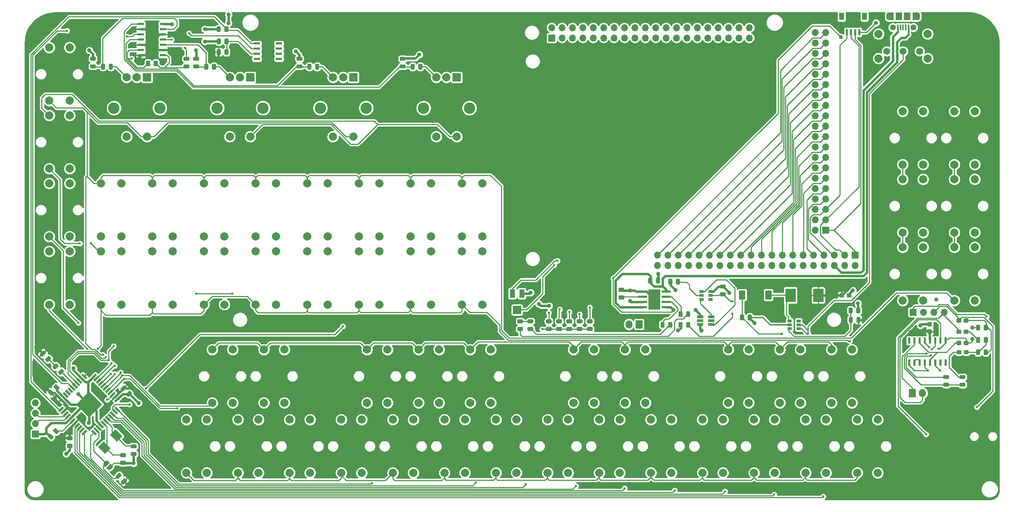
<source format=gbr>
G04 #@! TF.GenerationSoftware,KiCad,Pcbnew,(5.0.0)*
G04 #@! TF.CreationDate,2018-08-12T11:34:12+02:00*
G04 #@! TF.ProjectId,OTTOtact,4F54544F746163742E6B696361645F70,rev?*
G04 #@! TF.SameCoordinates,Original*
G04 #@! TF.FileFunction,Copper,L1,Top,Signal*
G04 #@! TF.FilePolarity,Positive*
%FSLAX46Y46*%
G04 Gerber Fmt 4.6, Leading zero omitted, Abs format (unit mm)*
G04 Created by KiCad (PCBNEW (5.0.0)) date 08/12/18 11:34:12*
%MOMM*%
%LPD*%
G01*
G04 APERTURE LIST*
G04 #@! TA.AperFunction,ComponentPad*
%ADD10O,1.700000X1.700000*%
G04 #@! TD*
G04 #@! TA.AperFunction,ComponentPad*
%ADD11R,1.700000X1.700000*%
G04 #@! TD*
G04 #@! TA.AperFunction,SMDPad,CuDef*
%ADD12C,0.500000*%
G04 #@! TD*
G04 #@! TA.AperFunction,Conductor*
%ADD13C,0.100000*%
G04 #@! TD*
G04 #@! TA.AperFunction,ComponentPad*
%ADD14R,2.000000X2.000000*%
G04 #@! TD*
G04 #@! TA.AperFunction,ComponentPad*
%ADD15C,2.000000*%
G04 #@! TD*
G04 #@! TA.AperFunction,ComponentPad*
%ADD16C,2.800000*%
G04 #@! TD*
G04 #@! TA.AperFunction,SMDPad,CuDef*
%ADD17R,1.550000X0.600000*%
G04 #@! TD*
G04 #@! TA.AperFunction,SMDPad,CuDef*
%ADD18R,1.500000X0.600000*%
G04 #@! TD*
G04 #@! TA.AperFunction,SMDPad,CuDef*
%ADD19C,4.500000*%
G04 #@! TD*
G04 #@! TA.AperFunction,SMDPad,CuDef*
%ADD20C,0.550000*%
G04 #@! TD*
G04 #@! TA.AperFunction,SMDPad,CuDef*
%ADD21R,1.200000X1.900000*%
G04 #@! TD*
G04 #@! TA.AperFunction,ComponentPad*
%ADD22O,1.200000X1.900000*%
G04 #@! TD*
G04 #@! TA.AperFunction,SMDPad,CuDef*
%ADD23R,1.500000X1.900000*%
G04 #@! TD*
G04 #@! TA.AperFunction,ComponentPad*
%ADD24C,1.450000*%
G04 #@! TD*
G04 #@! TA.AperFunction,SMDPad,CuDef*
%ADD25R,0.400000X1.350000*%
G04 #@! TD*
G04 #@! TA.AperFunction,SMDPad,CuDef*
%ADD26R,1.500000X2.200000*%
G04 #@! TD*
G04 #@! TA.AperFunction,SMDPad,CuDef*
%ADD27R,1.560000X0.650000*%
G04 #@! TD*
G04 #@! TA.AperFunction,ComponentPad*
%ADD28C,1.700000*%
G04 #@! TD*
G04 #@! TA.AperFunction,ComponentPad*
%ADD29C,0.630000*%
G04 #@! TD*
G04 #@! TA.AperFunction,Conductor*
%ADD30R,2.950000X4.900000*%
G04 #@! TD*
G04 #@! TA.AperFunction,SMDPad,CuDef*
%ADD31R,2.200000X0.500000*%
G04 #@! TD*
G04 #@! TA.AperFunction,SMDPad,CuDef*
%ADD32R,1.300000X2.000000*%
G04 #@! TD*
G04 #@! TA.AperFunction,SMDPad,CuDef*
%ADD33R,2.000000X2.000000*%
G04 #@! TD*
G04 #@! TA.AperFunction,ComponentPad*
%ADD34O,1.700000X2.000000*%
G04 #@! TD*
G04 #@! TA.AperFunction,ComponentPad*
%ADD35R,1.700000X2.000000*%
G04 #@! TD*
G04 #@! TA.AperFunction,SMDPad,CuDef*
%ADD36C,0.975000*%
G04 #@! TD*
G04 #@! TA.AperFunction,SMDPad,CuDef*
%ADD37R,0.600000X1.500000*%
G04 #@! TD*
G04 #@! TA.AperFunction,SMDPad,CuDef*
%ADD38C,1.050000*%
G04 #@! TD*
G04 #@! TA.AperFunction,SMDPad,CuDef*
%ADD39R,2.500000X3.300000*%
G04 #@! TD*
G04 #@! TA.AperFunction,SMDPad,CuDef*
%ADD40R,1.060000X0.650000*%
G04 #@! TD*
G04 #@! TA.AperFunction,SMDPad,CuDef*
%ADD41C,1.900000*%
G04 #@! TD*
G04 #@! TA.AperFunction,SMDPad,CuDef*
%ADD42R,0.600000X1.550000*%
G04 #@! TD*
G04 #@! TA.AperFunction,SMDPad,CuDef*
%ADD43R,1.200000X1.800000*%
G04 #@! TD*
G04 #@! TA.AperFunction,ViaPad*
%ADD44C,1.000000*%
G04 #@! TD*
G04 #@! TA.AperFunction,ViaPad*
%ADD45C,0.600000*%
G04 #@! TD*
G04 #@! TA.AperFunction,Conductor*
%ADD46C,0.220000*%
G04 #@! TD*
G04 #@! TA.AperFunction,Conductor*
%ADD47C,0.350000*%
G04 #@! TD*
G04 #@! TA.AperFunction,Conductor*
%ADD48C,0.600000*%
G04 #@! TD*
G04 #@! TA.AperFunction,Conductor*
%ADD49C,0.250000*%
G04 #@! TD*
G04 #@! TA.AperFunction,Conductor*
%ADD50C,0.400000*%
G04 #@! TD*
G04 APERTURE END LIST*
D10*
G04 #@! TO.P,J7,40*
G04 #@! TO.N,/40*
X217076385Y-36179726D03*
G04 #@! TO.P,J7,39*
G04 #@! TO.N,/39*
X219616385Y-36179726D03*
G04 #@! TO.P,J7,38*
G04 #@! TO.N,/38*
X217076385Y-38719726D03*
G04 #@! TO.P,J7,37*
G04 #@! TO.N,/37*
X219616385Y-38719726D03*
G04 #@! TO.P,J7,36*
G04 #@! TO.N,/36*
X217076385Y-41259726D03*
G04 #@! TO.P,J7,35*
G04 #@! TO.N,/35*
X219616385Y-41259726D03*
G04 #@! TO.P,J7,34*
G04 #@! TO.N,/34*
X217076385Y-43799726D03*
G04 #@! TO.P,J7,33*
G04 #@! TO.N,/33*
X219616385Y-43799726D03*
G04 #@! TO.P,J7,32*
G04 #@! TO.N,/32*
X217076385Y-46339726D03*
G04 #@! TO.P,J7,31*
G04 #@! TO.N,/31*
X219616385Y-46339726D03*
G04 #@! TO.P,J7,30*
G04 #@! TO.N,/30*
X217076385Y-48879726D03*
G04 #@! TO.P,J7,29*
G04 #@! TO.N,/29*
X219616385Y-48879726D03*
G04 #@! TO.P,J7,28*
G04 #@! TO.N,/28*
X217076385Y-51419726D03*
G04 #@! TO.P,J7,27*
G04 #@! TO.N,/27*
X219616385Y-51419726D03*
G04 #@! TO.P,J7,26*
G04 #@! TO.N,/26*
X217076385Y-53959726D03*
G04 #@! TO.P,J7,25*
G04 #@! TO.N,/25*
X219616385Y-53959726D03*
G04 #@! TO.P,J7,24*
G04 #@! TO.N,/24*
X217076385Y-56499726D03*
G04 #@! TO.P,J7,23*
G04 #@! TO.N,/23*
X219616385Y-56499726D03*
G04 #@! TO.P,J7,22*
G04 #@! TO.N,/22*
X217076385Y-59039726D03*
G04 #@! TO.P,J7,21*
G04 #@! TO.N,/21*
X219616385Y-59039726D03*
G04 #@! TO.P,J7,20*
G04 #@! TO.N,/20*
X217076385Y-61579726D03*
G04 #@! TO.P,J7,19*
G04 #@! TO.N,/19*
X219616385Y-61579726D03*
G04 #@! TO.P,J7,18*
G04 #@! TO.N,/18*
X217076385Y-64119726D03*
G04 #@! TO.P,J7,17*
G04 #@! TO.N,/17*
X219616385Y-64119726D03*
G04 #@! TO.P,J7,16*
G04 #@! TO.N,/16*
X217076385Y-66659726D03*
G04 #@! TO.P,J7,15*
G04 #@! TO.N,/15*
X219616385Y-66659726D03*
G04 #@! TO.P,J7,14*
G04 #@! TO.N,/14*
X217076385Y-69199726D03*
G04 #@! TO.P,J7,13*
G04 #@! TO.N,/13*
X219616385Y-69199726D03*
G04 #@! TO.P,J7,12*
G04 #@! TO.N,/12*
X217076385Y-71739726D03*
G04 #@! TO.P,J7,11*
G04 #@! TO.N,/11*
X219616385Y-71739726D03*
G04 #@! TO.P,J7,10*
G04 #@! TO.N,/10*
X217076385Y-74279726D03*
G04 #@! TO.P,J7,9*
G04 #@! TO.N,/9*
X219616385Y-74279726D03*
G04 #@! TO.P,J7,8*
G04 #@! TO.N,/8*
X217076385Y-76819726D03*
G04 #@! TO.P,J7,7*
G04 #@! TO.N,/7*
X219616385Y-76819726D03*
G04 #@! TO.P,J7,6*
G04 #@! TO.N,GNDREF*
X217076385Y-79359726D03*
G04 #@! TO.P,J7,5*
G04 #@! TO.N,/5*
X219616385Y-79359726D03*
G04 #@! TO.P,J7,4*
G04 #@! TO.N,/4*
X217076385Y-81899726D03*
G04 #@! TO.P,J7,3*
G04 #@! TO.N,/3*
X219616385Y-81899726D03*
G04 #@! TO.P,J7,2*
G04 #@! TO.N,+5V*
X217076385Y-84439726D03*
D11*
G04 #@! TO.P,J7,1*
G04 #@! TO.N,/1*
X219616385Y-84439726D03*
G04 #@! TD*
D10*
G04 #@! TO.P,J1,4*
G04 #@! TO.N,Net-(J1-Pad4)*
X26618089Y-126624107D03*
G04 #@! TO.P,J1,3*
G04 #@! TO.N,D-*
X26618089Y-129164107D03*
G04 #@! TO.P,J1,2*
G04 #@! TO.N,D+*
X26618089Y-131704107D03*
D11*
G04 #@! TO.P,J1,1*
G04 #@! TO.N,GNDREF*
X26618089Y-134244107D03*
G04 #@! TD*
D10*
G04 #@! TO.P,J8,40*
G04 #@! TO.N,/40*
X178516385Y-93079726D03*
G04 #@! TO.P,J8,39*
G04 #@! TO.N,/39*
X178516385Y-90539726D03*
G04 #@! TO.P,J8,38*
G04 #@! TO.N,/38*
X181056385Y-93079726D03*
G04 #@! TO.P,J8,37*
G04 #@! TO.N,/37*
X181056385Y-90539726D03*
G04 #@! TO.P,J8,36*
G04 #@! TO.N,/36*
X183596385Y-93079726D03*
G04 #@! TO.P,J8,35*
G04 #@! TO.N,/35*
X183596385Y-90539726D03*
G04 #@! TO.P,J8,34*
G04 #@! TO.N,/34*
X186136385Y-93079726D03*
G04 #@! TO.P,J8,33*
G04 #@! TO.N,/33*
X186136385Y-90539726D03*
G04 #@! TO.P,J8,32*
G04 #@! TO.N,/32*
X188676385Y-93079726D03*
G04 #@! TO.P,J8,31*
G04 #@! TO.N,/31*
X188676385Y-90539726D03*
G04 #@! TO.P,J8,30*
G04 #@! TO.N,/30*
X191216385Y-93079726D03*
G04 #@! TO.P,J8,29*
G04 #@! TO.N,/29*
X191216385Y-90539726D03*
G04 #@! TO.P,J8,28*
G04 #@! TO.N,/28*
X193756385Y-93079726D03*
G04 #@! TO.P,J8,27*
G04 #@! TO.N,/27*
X193756385Y-90539726D03*
G04 #@! TO.P,J8,26*
G04 #@! TO.N,/26*
X196296385Y-93079726D03*
G04 #@! TO.P,J8,25*
G04 #@! TO.N,/25*
X196296385Y-90539726D03*
G04 #@! TO.P,J8,24*
G04 #@! TO.N,/24*
X198836385Y-93079726D03*
G04 #@! TO.P,J8,23*
G04 #@! TO.N,/23*
X198836385Y-90539726D03*
G04 #@! TO.P,J8,22*
G04 #@! TO.N,/22*
X201376385Y-93079726D03*
G04 #@! TO.P,J8,21*
G04 #@! TO.N,/21*
X201376385Y-90539726D03*
G04 #@! TO.P,J8,20*
G04 #@! TO.N,/20*
X203916385Y-93079726D03*
G04 #@! TO.P,J8,19*
G04 #@! TO.N,/19*
X203916385Y-90539726D03*
G04 #@! TO.P,J8,18*
G04 #@! TO.N,/18*
X206456385Y-93079726D03*
G04 #@! TO.P,J8,17*
G04 #@! TO.N,/17*
X206456385Y-90539726D03*
G04 #@! TO.P,J8,16*
G04 #@! TO.N,/16*
X208996385Y-93079726D03*
G04 #@! TO.P,J8,15*
G04 #@! TO.N,/15*
X208996385Y-90539726D03*
G04 #@! TO.P,J8,14*
G04 #@! TO.N,/14*
X211536385Y-93079726D03*
G04 #@! TO.P,J8,13*
G04 #@! TO.N,/13*
X211536385Y-90539726D03*
G04 #@! TO.P,J8,12*
G04 #@! TO.N,/12*
X214076385Y-93079726D03*
G04 #@! TO.P,J8,11*
G04 #@! TO.N,/11*
X214076385Y-90539726D03*
G04 #@! TO.P,J8,10*
G04 #@! TO.N,/10*
X216616385Y-93079726D03*
G04 #@! TO.P,J8,9*
G04 #@! TO.N,/9*
X216616385Y-90539726D03*
G04 #@! TO.P,J8,8*
G04 #@! TO.N,/8*
X219156385Y-93079726D03*
G04 #@! TO.P,J8,7*
G04 #@! TO.N,/7*
X219156385Y-90539726D03*
G04 #@! TO.P,J8,6*
G04 #@! TO.N,GNDREF*
X221696385Y-93079726D03*
G04 #@! TO.P,J8,5*
G04 #@! TO.N,/5*
X221696385Y-90539726D03*
G04 #@! TO.P,J8,4*
G04 #@! TO.N,/4*
X224236385Y-93079726D03*
G04 #@! TO.P,J8,3*
G04 #@! TO.N,/3*
X224236385Y-90539726D03*
G04 #@! TO.P,J8,2*
G04 #@! TO.N,+5V*
X226776385Y-93079726D03*
D11*
G04 #@! TO.P,J8,1*
G04 #@! TO.N,/1*
X226776385Y-90539726D03*
G04 #@! TD*
D12*
G04 #@! TO.P,JP1,2*
G04 #@! TO.N,GNDREF*
X44827708Y-142303726D03*
D13*
G04 #@! TD*
G04 #@! TO.N,GNDREF*
G04 #@! TO.C,JP1*
G36*
X45357612Y-141773822D02*
X45374961Y-141791170D01*
X45406088Y-141829100D01*
X45433349Y-141869898D01*
X45456479Y-141913172D01*
X45475257Y-141958504D01*
X45489500Y-142005459D01*
X45499073Y-142053584D01*
X45503882Y-142102415D01*
X45503882Y-142151484D01*
X45499073Y-142200314D01*
X45489500Y-142248439D01*
X45475257Y-142295394D01*
X45456479Y-142340727D01*
X45433349Y-142384001D01*
X45406088Y-142424799D01*
X45374961Y-142462729D01*
X45357612Y-142480077D01*
X45358038Y-142480503D01*
X45004485Y-142834056D01*
X45004059Y-142833630D01*
X44986711Y-142850979D01*
X44948781Y-142882106D01*
X44907983Y-142909367D01*
X44864709Y-142932497D01*
X44819376Y-142951275D01*
X44772421Y-142965518D01*
X44724296Y-142975091D01*
X44675466Y-142979900D01*
X44626397Y-142979900D01*
X44577566Y-142975091D01*
X44529441Y-142965518D01*
X44482486Y-142951275D01*
X44437154Y-142932497D01*
X44393880Y-142909367D01*
X44353082Y-142882106D01*
X44315152Y-142850979D01*
X44297804Y-142833630D01*
X44297378Y-142834056D01*
X43943825Y-142480503D01*
X45004485Y-141419843D01*
X45358038Y-141773396D01*
X45357612Y-141773822D01*
X45357612Y-141773822D01*
G37*
D12*
G04 #@! TO.P,JP1,1*
G04 #@! TO.N,RESET*
X43908470Y-141384488D03*
D13*
G04 #@! TD*
G04 #@! TO.N,RESET*
G04 #@! TO.C,JP1*
G36*
X43731693Y-142268371D02*
X43378140Y-141914818D01*
X43378566Y-141914392D01*
X43361217Y-141897044D01*
X43330090Y-141859114D01*
X43302829Y-141818316D01*
X43279699Y-141775042D01*
X43260921Y-141729710D01*
X43246678Y-141682755D01*
X43237105Y-141634630D01*
X43232296Y-141585799D01*
X43232296Y-141536730D01*
X43237105Y-141487900D01*
X43246678Y-141439775D01*
X43260921Y-141392820D01*
X43279699Y-141347487D01*
X43302829Y-141304213D01*
X43330090Y-141263415D01*
X43361217Y-141225485D01*
X43378566Y-141208137D01*
X43378140Y-141207711D01*
X43731693Y-140854158D01*
X43732119Y-140854584D01*
X43749467Y-140837235D01*
X43787397Y-140806108D01*
X43828195Y-140778847D01*
X43871469Y-140755717D01*
X43916802Y-140736939D01*
X43963757Y-140722696D01*
X44011882Y-140713123D01*
X44060712Y-140708314D01*
X44109781Y-140708314D01*
X44158612Y-140713123D01*
X44206737Y-140722696D01*
X44253692Y-140736939D01*
X44299024Y-140755717D01*
X44342298Y-140778847D01*
X44383096Y-140806108D01*
X44421026Y-140837235D01*
X44438374Y-140854584D01*
X44438800Y-140854158D01*
X44792353Y-141207711D01*
X43731693Y-142268371D01*
X43731693Y-142268371D01*
G37*
D14*
G04 #@! TO.P,SW51,A*
G04 #@! TO.N,Net-(R12-Pad2)*
X53876911Y-47093821D03*
D15*
G04 #@! TO.P,SW51,C*
G04 #@! TO.N,GNDREF*
X51376911Y-47093821D03*
G04 #@! TO.P,SW51,B*
G04 #@! TO.N,Net-(R3-Pad1)*
X48876911Y-47093821D03*
D16*
G04 #@! TO.P,SW51,MP*
G04 #@! TO.N,N/C*
X56976911Y-54593821D03*
X45776911Y-54593821D03*
D15*
G04 #@! TO.P,SW51,S1*
G04 #@! TO.N,ROW1*
X53876911Y-61593821D03*
G04 #@! TO.P,SW51,S2*
G04 #@! TO.N,Net-(D52-Pad2)*
X48876911Y-61593821D03*
G04 #@! TD*
D14*
G04 #@! TO.P,SW52,A*
G04 #@! TO.N,Net-(R12-Pad2)*
X79076911Y-47093821D03*
D15*
G04 #@! TO.P,SW52,C*
G04 #@! TO.N,GNDREF*
X76576911Y-47093821D03*
G04 #@! TO.P,SW52,B*
G04 #@! TO.N,Net-(R4-Pad1)*
X74076911Y-47093821D03*
D16*
G04 #@! TO.P,SW52,MP*
G04 #@! TO.N,N/C*
X82176911Y-54593821D03*
X70976911Y-54593821D03*
D15*
G04 #@! TO.P,SW52,S1*
G04 #@! TO.N,ROW2*
X79076911Y-61593821D03*
G04 #@! TO.P,SW52,S2*
G04 #@! TO.N,Net-(D53-Pad2)*
X74076911Y-61593821D03*
G04 #@! TD*
D14*
G04 #@! TO.P,SW53,A*
G04 #@! TO.N,Net-(R12-Pad2)*
X104276911Y-47093821D03*
D15*
G04 #@! TO.P,SW53,C*
G04 #@! TO.N,GNDREF*
X101776911Y-47093821D03*
G04 #@! TO.P,SW53,B*
G04 #@! TO.N,Net-(R10-Pad2)*
X99276911Y-47093821D03*
D16*
G04 #@! TO.P,SW53,MP*
G04 #@! TO.N,N/C*
X107376911Y-54593821D03*
X96176911Y-54593821D03*
D15*
G04 #@! TO.P,SW53,S1*
G04 #@! TO.N,ROW1*
X104276911Y-61593821D03*
G04 #@! TO.P,SW53,S2*
G04 #@! TO.N,Net-(D54-Pad2)*
X99276911Y-61593821D03*
G04 #@! TD*
D14*
G04 #@! TO.P,SW54,A*
G04 #@! TO.N,Net-(R12-Pad2)*
X129486048Y-47093821D03*
D15*
G04 #@! TO.P,SW54,C*
G04 #@! TO.N,GNDREF*
X126986048Y-47093821D03*
G04 #@! TO.P,SW54,B*
G04 #@! TO.N,Net-(R11-Pad2)*
X124486048Y-47093821D03*
D16*
G04 #@! TO.P,SW54,MP*
G04 #@! TO.N,N/C*
X132586048Y-54593821D03*
X121386048Y-54593821D03*
D15*
G04 #@! TO.P,SW54,S1*
G04 #@! TO.N,ROW2*
X129486048Y-61593821D03*
G04 #@! TO.P,SW54,S2*
G04 #@! TO.N,Net-(D55-Pad2)*
X124486048Y-61593821D03*
G04 #@! TD*
D17*
G04 #@! TO.P,U2,8*
G04 #@! TO.N,N/C*
X86086048Y-38828907D03*
G04 #@! TO.P,U2,7*
X86086048Y-40098907D03*
G04 #@! TO.P,U2,6*
X86086048Y-41368907D03*
G04 #@! TO.P,U2,5*
X86086048Y-42638907D03*
G04 #@! TO.P,U2,4*
X80686048Y-42638907D03*
G04 #@! TO.P,U2,3*
G04 #@! TO.N,Net-(R17-Pad1)*
X80686048Y-41368907D03*
G04 #@! TO.P,U2,2*
G04 #@! TO.N,PF4*
X80686048Y-40098907D03*
G04 #@! TO.P,U2,1*
G04 #@! TO.N,PE6*
X80686048Y-38828907D03*
G04 #@! TD*
D18*
G04 #@! TO.P,IC1,14*
G04 #@! TO.N,GNDREF*
X57776911Y-34083821D03*
G04 #@! TO.P,IC1,13*
G04 #@! TO.N,Net-(C7-Pad1)*
X57776911Y-35353821D03*
G04 #@! TO.P,IC1,12*
G04 #@! TO.N,+5V*
X57776911Y-36623821D03*
G04 #@! TO.P,IC1,11*
G04 #@! TO.N,Net-(IC1-Pad11)*
X57776911Y-37893821D03*
G04 #@! TO.P,IC1,10*
G04 #@! TO.N,Net-(C8-Pad1)*
X57776911Y-39163821D03*
G04 #@! TO.P,IC1,9*
G04 #@! TO.N,+5V*
X57776911Y-40433821D03*
G04 #@! TO.P,IC1,8*
G04 #@! TO.N,Net-(IC1-Pad8)*
X57776911Y-41703821D03*
G04 #@! TO.P,IC1,7*
G04 #@! TO.N,+5V*
X52376911Y-41703821D03*
G04 #@! TO.P,IC1,6*
G04 #@! TO.N,Net-(IC1-Pad6)*
X52376911Y-40433821D03*
G04 #@! TO.P,IC1,5*
G04 #@! TO.N,+5V*
X52376911Y-39163821D03*
G04 #@! TO.P,IC1,4*
G04 #@! TO.N,Net-(C9-Pad1)*
X52376911Y-37893821D03*
G04 #@! TO.P,IC1,3*
G04 #@! TO.N,PF4*
X52376911Y-36623821D03*
G04 #@! TO.P,IC1,2*
G04 #@! TO.N,+5V*
X52376911Y-35353821D03*
G04 #@! TO.P,IC1,1*
G04 #@! TO.N,Net-(C10-Pad1)*
X52376911Y-34083821D03*
G04 #@! TD*
D19*
G04 #@! TO.P,U1,45*
G04 #@! TO.N,GNDREF*
X39734385Y-126977811D03*
D13*
G04 #@! TD*
G04 #@! TO.N,GNDREF*
G04 #@! TO.C,U1*
G36*
X39734385Y-130159792D02*
X36552404Y-126977811D01*
X39734385Y-123795830D01*
X42916366Y-126977811D01*
X39734385Y-130159792D01*
X39734385Y-130159792D01*
G37*
D20*
G04 #@! TO.P,U1,44*
G04 #@! TO.N,+5V*
X32875449Y-125775729D03*
D13*
G04 #@! TD*
G04 #@! TO.N,+5V*
G04 #@! TO.C,U1*
G36*
X33600233Y-126111605D02*
X33211325Y-126500513D01*
X32150665Y-125439853D01*
X32539573Y-125050945D01*
X33600233Y-126111605D01*
X33600233Y-126111605D01*
G37*
D20*
G04 #@! TO.P,U1,43*
G04 #@! TO.N,GNDREF*
X33441135Y-125210044D03*
D13*
G04 #@! TD*
G04 #@! TO.N,GNDREF*
G04 #@! TO.C,U1*
G36*
X34165919Y-125545920D02*
X33777011Y-125934828D01*
X32716351Y-124874168D01*
X33105259Y-124485260D01*
X34165919Y-125545920D01*
X34165919Y-125545920D01*
G37*
D20*
G04 #@! TO.P,U1,42*
G04 #@! TO.N,Net-(U1-Pad42)*
X34006820Y-124644359D03*
D13*
G04 #@! TD*
G04 #@! TO.N,Net-(U1-Pad42)*
G04 #@! TO.C,U1*
G36*
X34731604Y-124980235D02*
X34342696Y-125369143D01*
X33282036Y-124308483D01*
X33670944Y-123919575D01*
X34731604Y-124980235D01*
X34731604Y-124980235D01*
G37*
D20*
G04 #@! TO.P,U1,41*
G04 #@! TO.N,Net-(U1-Pad41)*
X34572505Y-124078673D03*
D13*
G04 #@! TD*
G04 #@! TO.N,Net-(U1-Pad41)*
G04 #@! TO.C,U1*
G36*
X35297289Y-124414549D02*
X34908381Y-124803457D01*
X33847721Y-123742797D01*
X34236629Y-123353889D01*
X35297289Y-124414549D01*
X35297289Y-124414549D01*
G37*
D20*
G04 #@! TO.P,U1,40*
G04 #@! TO.N,Net-(U1-Pad40)*
X35138191Y-123512988D03*
D13*
G04 #@! TD*
G04 #@! TO.N,Net-(U1-Pad40)*
G04 #@! TO.C,U1*
G36*
X35862975Y-123848864D02*
X35474067Y-124237772D01*
X34413407Y-123177112D01*
X34802315Y-122788204D01*
X35862975Y-123848864D01*
X35862975Y-123848864D01*
G37*
D20*
G04 #@! TO.P,U1,39*
G04 #@! TO.N,PF4*
X35703876Y-122947302D03*
D13*
G04 #@! TD*
G04 #@! TO.N,PF4*
G04 #@! TO.C,U1*
G36*
X36428660Y-123283178D02*
X36039752Y-123672086D01*
X34979092Y-122611426D01*
X35368000Y-122222518D01*
X36428660Y-123283178D01*
X36428660Y-123283178D01*
G37*
D20*
G04 #@! TO.P,U1,38*
G04 #@! TO.N,Net-(R2-Pad2)*
X36269562Y-122381617D03*
D13*
G04 #@! TD*
G04 #@! TO.N,Net-(R2-Pad2)*
G04 #@! TO.C,U1*
G36*
X36994346Y-122717493D02*
X36605438Y-123106401D01*
X35544778Y-122045741D01*
X35933686Y-121656833D01*
X36994346Y-122717493D01*
X36994346Y-122717493D01*
G37*
D20*
G04 #@! TO.P,U1,37*
G04 #@! TO.N,COL5*
X36835247Y-121815931D03*
D13*
G04 #@! TD*
G04 #@! TO.N,COL5*
G04 #@! TO.C,U1*
G36*
X37560031Y-122151807D02*
X37171123Y-122540715D01*
X36110463Y-121480055D01*
X36499371Y-121091147D01*
X37560031Y-122151807D01*
X37560031Y-122151807D01*
G37*
D20*
G04 #@! TO.P,U1,36*
G04 #@! TO.N,COL4*
X37400933Y-121250246D03*
D13*
G04 #@! TD*
G04 #@! TO.N,COL4*
G04 #@! TO.C,U1*
G36*
X38125717Y-121586122D02*
X37736809Y-121975030D01*
X36676149Y-120914370D01*
X37065057Y-120525462D01*
X38125717Y-121586122D01*
X38125717Y-121586122D01*
G37*
D20*
G04 #@! TO.P,U1,35*
G04 #@! TO.N,GNDREF*
X37966618Y-120684561D03*
D13*
G04 #@! TD*
G04 #@! TO.N,GNDREF*
G04 #@! TO.C,U1*
G36*
X38691402Y-121020437D02*
X38302494Y-121409345D01*
X37241834Y-120348685D01*
X37630742Y-119959777D01*
X38691402Y-121020437D01*
X38691402Y-121020437D01*
G37*
D20*
G04 #@! TO.P,U1,34*
G04 #@! TO.N,+5V*
X38532303Y-120118875D03*
D13*
G04 #@! TD*
G04 #@! TO.N,+5V*
G04 #@! TO.C,U1*
G36*
X39257087Y-120454751D02*
X38868179Y-120843659D01*
X37807519Y-119782999D01*
X38196427Y-119394091D01*
X39257087Y-120454751D01*
X39257087Y-120454751D01*
G37*
D20*
G04 #@! TO.P,U1,33*
G04 #@! TO.N,GNDREF*
X40936467Y-120118875D03*
D13*
G04 #@! TD*
G04 #@! TO.N,GNDREF*
G04 #@! TO.C,U1*
G36*
X40600591Y-120843659D02*
X40211683Y-120454751D01*
X41272343Y-119394091D01*
X41661251Y-119782999D01*
X40600591Y-120843659D01*
X40600591Y-120843659D01*
G37*
D20*
G04 #@! TO.P,U1,32*
G04 #@! TO.N,COL3*
X41502152Y-120684561D03*
D13*
G04 #@! TD*
G04 #@! TO.N,COL3*
G04 #@! TO.C,U1*
G36*
X41166276Y-121409345D02*
X40777368Y-121020437D01*
X41838028Y-119959777D01*
X42226936Y-120348685D01*
X41166276Y-121409345D01*
X41166276Y-121409345D01*
G37*
D20*
G04 #@! TO.P,U1,31*
G04 #@! TO.N,COL2*
X42067837Y-121250246D03*
D13*
G04 #@! TD*
G04 #@! TO.N,COL2*
G04 #@! TO.C,U1*
G36*
X41731961Y-121975030D02*
X41343053Y-121586122D01*
X42403713Y-120525462D01*
X42792621Y-120914370D01*
X41731961Y-121975030D01*
X41731961Y-121975030D01*
G37*
D20*
G04 #@! TO.P,U1,30*
G04 #@! TO.N,ROW1*
X42633523Y-121815931D03*
D13*
G04 #@! TD*
G04 #@! TO.N,ROW1*
G04 #@! TO.C,U1*
G36*
X42297647Y-122540715D02*
X41908739Y-122151807D01*
X42969399Y-121091147D01*
X43358307Y-121480055D01*
X42297647Y-122540715D01*
X42297647Y-122540715D01*
G37*
D20*
G04 #@! TO.P,U1,29*
G04 #@! TO.N,COL1*
X43199208Y-122381617D03*
D13*
G04 #@! TD*
G04 #@! TO.N,COL1*
G04 #@! TO.C,U1*
G36*
X42863332Y-123106401D02*
X42474424Y-122717493D01*
X43535084Y-121656833D01*
X43923992Y-122045741D01*
X42863332Y-123106401D01*
X42863332Y-123106401D01*
G37*
D20*
G04 #@! TO.P,U1,28*
G04 #@! TO.N,ROW2*
X43764894Y-122947302D03*
D13*
G04 #@! TD*
G04 #@! TO.N,ROW2*
G04 #@! TO.C,U1*
G36*
X43429018Y-123672086D02*
X43040110Y-123283178D01*
X44100770Y-122222518D01*
X44489678Y-122611426D01*
X43429018Y-123672086D01*
X43429018Y-123672086D01*
G37*
D20*
G04 #@! TO.P,U1,27*
G04 #@! TO.N,ROW3*
X44330579Y-123512988D03*
D13*
G04 #@! TD*
G04 #@! TO.N,ROW3*
G04 #@! TO.C,U1*
G36*
X43994703Y-124237772D02*
X43605795Y-123848864D01*
X44666455Y-122788204D01*
X45055363Y-123177112D01*
X43994703Y-124237772D01*
X43994703Y-124237772D01*
G37*
D20*
G04 #@! TO.P,U1,26*
G04 #@! TO.N,ROW4*
X44896265Y-124078673D03*
D13*
G04 #@! TD*
G04 #@! TO.N,ROW4*
G04 #@! TO.C,U1*
G36*
X44560389Y-124803457D02*
X44171481Y-124414549D01*
X45232141Y-123353889D01*
X45621049Y-123742797D01*
X44560389Y-124803457D01*
X44560389Y-124803457D01*
G37*
D20*
G04 #@! TO.P,U1,25*
G04 #@! TO.N,PD4*
X45461950Y-124644359D03*
D13*
G04 #@! TD*
G04 #@! TO.N,PD4*
G04 #@! TO.C,U1*
G36*
X45126074Y-125369143D02*
X44737166Y-124980235D01*
X45797826Y-123919575D01*
X46186734Y-124308483D01*
X45126074Y-125369143D01*
X45126074Y-125369143D01*
G37*
D20*
G04 #@! TO.P,U1,24*
G04 #@! TO.N,+5V*
X46027635Y-125210044D03*
D13*
G04 #@! TD*
G04 #@! TO.N,+5V*
G04 #@! TO.C,U1*
G36*
X45691759Y-125934828D02*
X45302851Y-125545920D01*
X46363511Y-124485260D01*
X46752419Y-124874168D01*
X45691759Y-125934828D01*
X45691759Y-125934828D01*
G37*
D20*
G04 #@! TO.P,U1,23*
G04 #@! TO.N,GNDREF*
X46593321Y-125775729D03*
D13*
G04 #@! TD*
G04 #@! TO.N,GNDREF*
G04 #@! TO.C,U1*
G36*
X46257445Y-126500513D02*
X45868537Y-126111605D01*
X46929197Y-125050945D01*
X47318105Y-125439853D01*
X46257445Y-126500513D01*
X46257445Y-126500513D01*
G37*
D20*
G04 #@! TO.P,U1,22*
G04 #@! TO.N,COL6*
X46593321Y-128179893D03*
D13*
G04 #@! TD*
G04 #@! TO.N,COL6*
G04 #@! TO.C,U1*
G36*
X47318105Y-128515769D02*
X46929197Y-128904677D01*
X45868537Y-127844017D01*
X46257445Y-127455109D01*
X47318105Y-128515769D01*
X47318105Y-128515769D01*
G37*
D20*
G04 #@! TO.P,U1,21*
G04 #@! TO.N,COL7*
X46027635Y-128745578D03*
D13*
G04 #@! TD*
G04 #@! TO.N,COL7*
G04 #@! TO.C,U1*
G36*
X46752419Y-129081454D02*
X46363511Y-129470362D01*
X45302851Y-128409702D01*
X45691759Y-128020794D01*
X46752419Y-129081454D01*
X46752419Y-129081454D01*
G37*
D20*
G04 #@! TO.P,U1,20*
G04 #@! TO.N,COL8*
X45461950Y-129311263D03*
D13*
G04 #@! TD*
G04 #@! TO.N,COL8*
G04 #@! TO.C,U1*
G36*
X46186734Y-129647139D02*
X45797826Y-130036047D01*
X44737166Y-128975387D01*
X45126074Y-128586479D01*
X46186734Y-129647139D01*
X46186734Y-129647139D01*
G37*
D20*
G04 #@! TO.P,U1,19*
G04 #@! TO.N,COL9*
X44896265Y-129876949D03*
D13*
G04 #@! TD*
G04 #@! TO.N,COL9*
G04 #@! TO.C,U1*
G36*
X45621049Y-130212825D02*
X45232141Y-130601733D01*
X44171481Y-129541073D01*
X44560389Y-129152165D01*
X45621049Y-130212825D01*
X45621049Y-130212825D01*
G37*
D20*
G04 #@! TO.P,U1,18*
G04 #@! TO.N,COL10*
X44330579Y-130442634D03*
D13*
G04 #@! TD*
G04 #@! TO.N,COL10*
G04 #@! TO.C,U1*
G36*
X45055363Y-130778510D02*
X44666455Y-131167418D01*
X43605795Y-130106758D01*
X43994703Y-129717850D01*
X45055363Y-130778510D01*
X45055363Y-130778510D01*
G37*
D20*
G04 #@! TO.P,U1,17*
G04 #@! TO.N,Net-(C2-Pad1)*
X43764894Y-131008320D03*
D13*
G04 #@! TD*
G04 #@! TO.N,Net-(C2-Pad1)*
G04 #@! TO.C,U1*
G36*
X44489678Y-131344196D02*
X44100770Y-131733104D01*
X43040110Y-130672444D01*
X43429018Y-130283536D01*
X44489678Y-131344196D01*
X44489678Y-131344196D01*
G37*
D20*
G04 #@! TO.P,U1,16*
G04 #@! TO.N,Net-(C3-Pad1)*
X43199208Y-131574005D03*
D13*
G04 #@! TD*
G04 #@! TO.N,Net-(C3-Pad1)*
G04 #@! TO.C,U1*
G36*
X43923992Y-131909881D02*
X43535084Y-132298789D01*
X42474424Y-131238129D01*
X42863332Y-130849221D01*
X43923992Y-131909881D01*
X43923992Y-131909881D01*
G37*
D20*
G04 #@! TO.P,U1,15*
G04 #@! TO.N,GNDREF*
X42633523Y-132139691D03*
D13*
G04 #@! TD*
G04 #@! TO.N,GNDREF*
G04 #@! TO.C,U1*
G36*
X43358307Y-132475567D02*
X42969399Y-132864475D01*
X41908739Y-131803815D01*
X42297647Y-131414907D01*
X43358307Y-132475567D01*
X43358307Y-132475567D01*
G37*
D20*
G04 #@! TO.P,U1,14*
G04 #@! TO.N,+5V*
X42067837Y-132705376D03*
D13*
G04 #@! TD*
G04 #@! TO.N,+5V*
G04 #@! TO.C,U1*
G36*
X42792621Y-133041252D02*
X42403713Y-133430160D01*
X41343053Y-132369500D01*
X41731961Y-131980592D01*
X42792621Y-133041252D01*
X42792621Y-133041252D01*
G37*
D20*
G04 #@! TO.P,U1,13*
G04 #@! TO.N,RESET*
X41502152Y-133271061D03*
D13*
G04 #@! TD*
G04 #@! TO.N,RESET*
G04 #@! TO.C,U1*
G36*
X42226936Y-133606937D02*
X41838028Y-133995845D01*
X40777368Y-132935185D01*
X41166276Y-132546277D01*
X42226936Y-133606937D01*
X42226936Y-133606937D01*
G37*
D20*
G04 #@! TO.P,U1,12*
G04 #@! TO.N,COL11*
X40936467Y-133836747D03*
D13*
G04 #@! TD*
G04 #@! TO.N,COL11*
G04 #@! TO.C,U1*
G36*
X41661251Y-134172623D02*
X41272343Y-134561531D01*
X40211683Y-133500871D01*
X40600591Y-133111963D01*
X41661251Y-134172623D01*
X41661251Y-134172623D01*
G37*
D20*
G04 #@! TO.P,U1,11*
G04 #@! TO.N,COL12*
X38532303Y-133836747D03*
D13*
G04 #@! TD*
G04 #@! TO.N,COL12*
G04 #@! TO.C,U1*
G36*
X38196427Y-134561531D02*
X37807519Y-134172623D01*
X38868179Y-133111963D01*
X39257087Y-133500871D01*
X38196427Y-134561531D01*
X38196427Y-134561531D01*
G37*
D20*
G04 #@! TO.P,U1,10*
G04 #@! TO.N,COL13*
X37966618Y-133271061D03*
D13*
G04 #@! TD*
G04 #@! TO.N,COL13*
G04 #@! TO.C,U1*
G36*
X37630742Y-133995845D02*
X37241834Y-133606937D01*
X38302494Y-132546277D01*
X38691402Y-132935185D01*
X37630742Y-133995845D01*
X37630742Y-133995845D01*
G37*
D20*
G04 #@! TO.P,U1,9*
G04 #@! TO.N,COL14*
X37400933Y-132705376D03*
D13*
G04 #@! TD*
G04 #@! TO.N,COL14*
G04 #@! TO.C,U1*
G36*
X37065057Y-133430160D02*
X36676149Y-133041252D01*
X37736809Y-131980592D01*
X38125717Y-132369500D01*
X37065057Y-133430160D01*
X37065057Y-133430160D01*
G37*
D20*
G04 #@! TO.P,U1,8*
G04 #@! TO.N,COL15*
X36835247Y-132139691D03*
D13*
G04 #@! TD*
G04 #@! TO.N,COL15*
G04 #@! TO.C,U1*
G36*
X36499371Y-132864475D02*
X36110463Y-132475567D01*
X37171123Y-131414907D01*
X37560031Y-131803815D01*
X36499371Y-132864475D01*
X36499371Y-132864475D01*
G37*
D20*
G04 #@! TO.P,U1,7*
G04 #@! TO.N,+5V*
X36269562Y-131574005D03*
D13*
G04 #@! TD*
G04 #@! TO.N,+5V*
G04 #@! TO.C,U1*
G36*
X35933686Y-132298789D02*
X35544778Y-131909881D01*
X36605438Y-130849221D01*
X36994346Y-131238129D01*
X35933686Y-132298789D01*
X35933686Y-132298789D01*
G37*
D20*
G04 #@! TO.P,U1,6*
G04 #@! TO.N,Net-(C4-Pad1)*
X35703876Y-131008320D03*
D13*
G04 #@! TD*
G04 #@! TO.N,Net-(C4-Pad1)*
G04 #@! TO.C,U1*
G36*
X35368000Y-131733104D02*
X34979092Y-131344196D01*
X36039752Y-130283536D01*
X36428660Y-130672444D01*
X35368000Y-131733104D01*
X35368000Y-131733104D01*
G37*
D20*
G04 #@! TO.P,U1,5*
G04 #@! TO.N,GNDREF*
X35138191Y-130442634D03*
D13*
G04 #@! TD*
G04 #@! TO.N,GNDREF*
G04 #@! TO.C,U1*
G36*
X34802315Y-131167418D02*
X34413407Y-130778510D01*
X35474067Y-129717850D01*
X35862975Y-130106758D01*
X34802315Y-131167418D01*
X34802315Y-131167418D01*
G37*
D20*
G04 #@! TO.P,U1,4*
G04 #@! TO.N,D+*
X34572505Y-129876949D03*
D13*
G04 #@! TD*
G04 #@! TO.N,D+*
G04 #@! TO.C,U1*
G36*
X34236629Y-130601733D02*
X33847721Y-130212825D01*
X34908381Y-129152165D01*
X35297289Y-129541073D01*
X34236629Y-130601733D01*
X34236629Y-130601733D01*
G37*
D20*
G04 #@! TO.P,U1,3*
G04 #@! TO.N,D-*
X34006820Y-129311263D03*
D13*
G04 #@! TD*
G04 #@! TO.N,D-*
G04 #@! TO.C,U1*
G36*
X33670944Y-130036047D02*
X33282036Y-129647139D01*
X34342696Y-128586479D01*
X34731604Y-128975387D01*
X33670944Y-130036047D01*
X33670944Y-130036047D01*
G37*
D20*
G04 #@! TO.P,U1,2*
G04 #@! TO.N,+5V*
X33441135Y-128745578D03*
D13*
G04 #@! TD*
G04 #@! TO.N,+5V*
G04 #@! TO.C,U1*
G36*
X33105259Y-129470362D02*
X32716351Y-129081454D01*
X33777011Y-128020794D01*
X34165919Y-128409702D01*
X33105259Y-129470362D01*
X33105259Y-129470362D01*
G37*
D20*
G04 #@! TO.P,U1,1*
G04 #@! TO.N,PE6*
X32875449Y-128179893D03*
D13*
G04 #@! TD*
G04 #@! TO.N,PE6*
G04 #@! TO.C,U1*
G36*
X32539573Y-128904677D02*
X32150665Y-128515769D01*
X33211325Y-127455109D01*
X33600233Y-127844017D01*
X32539573Y-128904677D01*
X32539573Y-128904677D01*
G37*
D21*
G04 #@! TO.P,J2,6*
G04 #@! TO.N,GNDREF*
X241381059Y-32198119D03*
X235581059Y-32198119D03*
D22*
X234981059Y-32198119D03*
X241981059Y-32198119D03*
D23*
X239481059Y-32198119D03*
D24*
X235981059Y-34898119D03*
D25*
G04 #@! TO.P,J2,3*
G04 #@! TO.N,Net-(J2-Pad3)*
X238481059Y-34898119D03*
G04 #@! TO.P,J2,4*
G04 #@! TO.N,Net-(J2-Pad4)*
X237831059Y-34898119D03*
G04 #@! TO.P,J2,5*
G04 #@! TO.N,GNDREF*
X237181059Y-34898119D03*
G04 #@! TO.P,J2,1*
G04 #@! TO.N,Net-(C12-Pad1)*
X239781059Y-34898119D03*
G04 #@! TO.P,J2,2*
G04 #@! TO.N,Net-(J2-Pad2)*
X239131059Y-34898119D03*
D24*
G04 #@! TO.P,J2,6*
G04 #@! TO.N,GNDREF*
X240981059Y-34898119D03*
D23*
X237481059Y-32198119D03*
G04 #@! TD*
D26*
G04 #@! TO.P,L1,2*
G04 #@! TO.N,Net-(D58-Pad2)*
X205586048Y-100233907D03*
G04 #@! TO.P,L1,1*
G04 #@! TO.N,Net-(C14-Pad1)*
X199186048Y-100233907D03*
G04 #@! TD*
D27*
G04 #@! TO.P,M1,5*
G04 #@! TO.N,Net-(M1-Pad5)*
X191636048Y-106533907D03*
G04 #@! TO.P,M1,6*
G04 #@! TO.N,Net-(M1-Pad6)*
X191636048Y-105583907D03*
G04 #@! TO.P,M1,4*
G04 #@! TO.N,Net-(M1-Pad4)*
X191636048Y-107483907D03*
G04 #@! TO.P,M1,3*
G04 #@! TO.N,-BATT*
X188936048Y-107483907D03*
G04 #@! TO.P,M1,2*
G04 #@! TO.N,Net-(M1-Pad2)*
X188936048Y-106533907D03*
G04 #@! TO.P,M1,1*
G04 #@! TO.N,GNDREF*
X188936048Y-105583907D03*
G04 #@! TD*
D28*
G04 #@! TO.P,SW55,3*
G04 #@! TO.N,+BATT*
X242484385Y-40727811D03*
G04 #@! TO.P,SW55,2*
G04 #@! TO.N,Net-(C14-Pad1)*
X238484385Y-40727811D03*
G04 #@! TO.P,SW55,1*
G04 #@! TO.N,Net-(SW55-Pad1)*
X234484385Y-40727811D03*
D15*
G04 #@! TO.P,SW55,*
G04 #@! TO.N,*
X232484385Y-36477811D03*
X244484385Y-36477811D03*
X244484385Y-42477811D03*
X232484385Y-42477811D03*
G04 #@! TD*
D29*
G04 #@! TO.P,U3,9*
G04 #@! TO.N,GNDREF*
X178436048Y-102633907D03*
X177136048Y-102633907D03*
X178436048Y-100033907D03*
X178436048Y-101333907D03*
X177136048Y-101333907D03*
X177136048Y-100033907D03*
D30*
G04 #@! TD*
G04 #@! TO.N,GNDREF*
G04 #@! TO.C,U3*
X177786048Y-101333907D03*
D31*
G04 #@! TO.P,U3,8*
G04 #@! TO.N,Net-(C12-Pad1)*
X180661048Y-99428907D03*
G04 #@! TO.P,U3,7*
G04 #@! TO.N,Net-(R20-Pad1)*
X180661048Y-100698907D03*
G04 #@! TO.P,U3,6*
G04 #@! TO.N,Net-(R21-Pad1)*
X180661048Y-101968907D03*
G04 #@! TO.P,U3,5*
G04 #@! TO.N,+BATT*
X180661048Y-103238907D03*
G04 #@! TO.P,U3,4*
G04 #@! TO.N,Net-(C12-Pad1)*
X174911048Y-103238907D03*
G04 #@! TO.P,U3,3*
G04 #@! TO.N,GNDREF*
X174911048Y-101968907D03*
G04 #@! TO.P,U3,2*
G04 #@! TO.N,Net-(R22-Pad1)*
X174911048Y-100698907D03*
G04 #@! TO.P,U3,1*
G04 #@! TO.N,GNDREF*
X174911048Y-99428907D03*
G04 #@! TD*
D32*
G04 #@! TO.P,RV1,3*
G04 #@! TO.N,GNDREF*
X145381059Y-99903119D03*
D33*
G04 #@! TO.P,RV1,2*
G04 #@! TO.N,Net-(IC2-Pad5)*
X144231059Y-103903119D03*
D32*
G04 #@! TO.P,RV1,1*
G04 #@! TO.N,Net-(IC2-Pad6)*
X143081059Y-99903119D03*
G04 #@! TD*
D34*
G04 #@! TO.P,J3,2*
G04 #@! TO.N,-BATT*
X171531059Y-107423119D03*
D35*
G04 #@! TO.P,J3,1*
G04 #@! TO.N,+BATT*
X174031059Y-107423119D03*
G04 #@! TD*
D15*
G04 #@! TO.P,SW1,2*
G04 #@! TO.N,Net-(D2-Pad2)*
X34986048Y-52793821D03*
G04 #@! TO.P,SW1,1*
G04 #@! TO.N,ROW1*
X29986048Y-52793821D03*
G04 #@! TO.P,SW1,2*
G04 #@! TO.N,Net-(D2-Pad2)*
X34986048Y-39793821D03*
G04 #@! TO.P,SW1,1*
G04 #@! TO.N,ROW1*
X29986048Y-39793821D03*
G04 #@! TD*
G04 #@! TO.P,SW2,2*
G04 #@! TO.N,Net-(D3-Pad2)*
X34986048Y-69393821D03*
G04 #@! TO.P,SW2,1*
G04 #@! TO.N,ROW2*
X29986048Y-69393821D03*
G04 #@! TO.P,SW2,2*
G04 #@! TO.N,Net-(D3-Pad2)*
X34986048Y-56393821D03*
G04 #@! TO.P,SW2,1*
G04 #@! TO.N,ROW2*
X29986048Y-56393821D03*
G04 #@! TD*
G04 #@! TO.P,SW3,2*
G04 #@! TO.N,Net-(D4-Pad2)*
X34986048Y-85993821D03*
G04 #@! TO.P,SW3,1*
G04 #@! TO.N,ROW3*
X29986048Y-85993821D03*
G04 #@! TO.P,SW3,2*
G04 #@! TO.N,Net-(D4-Pad2)*
X34986048Y-72993821D03*
G04 #@! TO.P,SW3,1*
G04 #@! TO.N,ROW3*
X29986048Y-72993821D03*
G04 #@! TD*
G04 #@! TO.P,SW4,2*
G04 #@! TO.N,Net-(D5-Pad2)*
X34986048Y-102593821D03*
G04 #@! TO.P,SW4,1*
G04 #@! TO.N,ROW4*
X29986048Y-102593821D03*
G04 #@! TO.P,SW4,2*
G04 #@! TO.N,Net-(D5-Pad2)*
X34986048Y-89593821D03*
G04 #@! TO.P,SW4,1*
G04 #@! TO.N,ROW4*
X29986048Y-89593821D03*
G04 #@! TD*
G04 #@! TO.P,SW5,2*
G04 #@! TO.N,Net-(D6-Pad2)*
X47586048Y-85993821D03*
G04 #@! TO.P,SW5,1*
G04 #@! TO.N,ROW1*
X42586048Y-85993821D03*
G04 #@! TO.P,SW5,2*
G04 #@! TO.N,Net-(D6-Pad2)*
X47586048Y-72993821D03*
G04 #@! TO.P,SW5,1*
G04 #@! TO.N,ROW1*
X42586048Y-72993821D03*
G04 #@! TD*
G04 #@! TO.P,SW6,2*
G04 #@! TO.N,Net-(D7-Pad2)*
X47586048Y-102593821D03*
G04 #@! TO.P,SW6,1*
G04 #@! TO.N,ROW2*
X42586048Y-102593821D03*
G04 #@! TO.P,SW6,2*
G04 #@! TO.N,Net-(D7-Pad2)*
X47586048Y-89593821D03*
G04 #@! TO.P,SW6,1*
G04 #@! TO.N,ROW2*
X42586048Y-89593821D03*
G04 #@! TD*
G04 #@! TO.P,SW7,2*
G04 #@! TO.N,Net-(D8-Pad2)*
X74786048Y-126592000D03*
G04 #@! TO.P,SW7,1*
G04 #@! TO.N,ROW3*
X69786048Y-126592000D03*
G04 #@! TO.P,SW7,2*
G04 #@! TO.N,Net-(D8-Pad2)*
X74786048Y-113592000D03*
G04 #@! TO.P,SW7,1*
G04 #@! TO.N,ROW3*
X69786048Y-113592000D03*
G04 #@! TD*
G04 #@! TO.P,SW8,2*
G04 #@! TO.N,Net-(D9-Pad2)*
X68486048Y-143692000D03*
G04 #@! TO.P,SW8,1*
G04 #@! TO.N,ROW4*
X63486048Y-143692000D03*
G04 #@! TO.P,SW8,2*
G04 #@! TO.N,Net-(D9-Pad2)*
X68486048Y-130692000D03*
G04 #@! TO.P,SW8,1*
G04 #@! TO.N,ROW4*
X63486048Y-130692000D03*
G04 #@! TD*
G04 #@! TO.P,SW9,2*
G04 #@! TO.N,Net-(D10-Pad2)*
X60186048Y-85993821D03*
G04 #@! TO.P,SW9,1*
G04 #@! TO.N,ROW1*
X55186048Y-85993821D03*
G04 #@! TO.P,SW9,2*
G04 #@! TO.N,Net-(D10-Pad2)*
X60186048Y-72993821D03*
G04 #@! TO.P,SW9,1*
G04 #@! TO.N,ROW1*
X55186048Y-72993821D03*
G04 #@! TD*
G04 #@! TO.P,SW10,2*
G04 #@! TO.N,Net-(D11-Pad2)*
X60186048Y-102593821D03*
G04 #@! TO.P,SW10,1*
G04 #@! TO.N,ROW2*
X55186048Y-102593821D03*
G04 #@! TO.P,SW10,2*
G04 #@! TO.N,Net-(D11-Pad2)*
X60186048Y-89593821D03*
G04 #@! TO.P,SW10,1*
G04 #@! TO.N,ROW2*
X55186048Y-89593821D03*
G04 #@! TD*
G04 #@! TO.P,SW11,2*
G04 #@! TO.N,Net-(D12-Pad2)*
X87386048Y-126592000D03*
G04 #@! TO.P,SW11,1*
G04 #@! TO.N,ROW3*
X82386048Y-126592000D03*
G04 #@! TO.P,SW11,2*
G04 #@! TO.N,Net-(D12-Pad2)*
X87386048Y-113592000D03*
G04 #@! TO.P,SW11,1*
G04 #@! TO.N,ROW3*
X82386048Y-113592000D03*
G04 #@! TD*
G04 #@! TO.P,SW12,2*
G04 #@! TO.N,Net-(D13-Pad2)*
X81086048Y-143692000D03*
G04 #@! TO.P,SW12,1*
G04 #@! TO.N,ROW4*
X76086048Y-143692000D03*
G04 #@! TO.P,SW12,2*
G04 #@! TO.N,Net-(D13-Pad2)*
X81086048Y-130692000D03*
G04 #@! TO.P,SW12,1*
G04 #@! TO.N,ROW4*
X76086048Y-130692000D03*
G04 #@! TD*
G04 #@! TO.P,SW13,2*
G04 #@! TO.N,Net-(D14-Pad2)*
X72786048Y-85993821D03*
G04 #@! TO.P,SW13,1*
G04 #@! TO.N,ROW1*
X67786048Y-85993821D03*
G04 #@! TO.P,SW13,2*
G04 #@! TO.N,Net-(D14-Pad2)*
X72786048Y-72993821D03*
G04 #@! TO.P,SW13,1*
G04 #@! TO.N,ROW1*
X67786048Y-72993821D03*
G04 #@! TD*
G04 #@! TO.P,SW14,2*
G04 #@! TO.N,Net-(D15-Pad2)*
X72786048Y-102593821D03*
G04 #@! TO.P,SW14,1*
G04 #@! TO.N,ROW2*
X67786048Y-102593821D03*
G04 #@! TO.P,SW14,2*
G04 #@! TO.N,Net-(D15-Pad2)*
X72786048Y-89593821D03*
G04 #@! TO.P,SW14,1*
G04 #@! TO.N,ROW2*
X67786048Y-89593821D03*
G04 #@! TD*
G04 #@! TO.P,SW15,2*
G04 #@! TO.N,Net-(D16-Pad2)*
X93686048Y-143692000D03*
G04 #@! TO.P,SW15,1*
G04 #@! TO.N,ROW4*
X88686048Y-143692000D03*
G04 #@! TO.P,SW15,2*
G04 #@! TO.N,Net-(D16-Pad2)*
X93686048Y-130692000D03*
G04 #@! TO.P,SW15,1*
G04 #@! TO.N,ROW4*
X88686048Y-130692000D03*
G04 #@! TD*
G04 #@! TO.P,SW16,2*
G04 #@! TO.N,Net-(D17-Pad2)*
X85386048Y-85993821D03*
G04 #@! TO.P,SW16,1*
G04 #@! TO.N,ROW1*
X80386048Y-85993821D03*
G04 #@! TO.P,SW16,2*
G04 #@! TO.N,Net-(D17-Pad2)*
X85386048Y-72993821D03*
G04 #@! TO.P,SW16,1*
G04 #@! TO.N,ROW1*
X80386048Y-72993821D03*
G04 #@! TD*
G04 #@! TO.P,SW17,2*
G04 #@! TO.N,Net-(D18-Pad2)*
X85386048Y-102593821D03*
G04 #@! TO.P,SW17,1*
G04 #@! TO.N,ROW2*
X80386048Y-102593821D03*
G04 #@! TO.P,SW17,2*
G04 #@! TO.N,Net-(D18-Pad2)*
X85386048Y-89593821D03*
G04 #@! TO.P,SW17,1*
G04 #@! TO.N,ROW2*
X80386048Y-89593821D03*
G04 #@! TD*
G04 #@! TO.P,SW18,2*
G04 #@! TO.N,Net-(D19-Pad2)*
X112586048Y-126592000D03*
G04 #@! TO.P,SW18,1*
G04 #@! TO.N,ROW3*
X107586048Y-126592000D03*
G04 #@! TO.P,SW18,2*
G04 #@! TO.N,Net-(D19-Pad2)*
X112586048Y-113592000D03*
G04 #@! TO.P,SW18,1*
G04 #@! TO.N,ROW3*
X107586048Y-113592000D03*
G04 #@! TD*
G04 #@! TO.P,SW19,2*
G04 #@! TO.N,Net-(D20-Pad2)*
X106286048Y-143692000D03*
G04 #@! TO.P,SW19,1*
G04 #@! TO.N,ROW4*
X101286048Y-143692000D03*
G04 #@! TO.P,SW19,2*
G04 #@! TO.N,Net-(D20-Pad2)*
X106286048Y-130692000D03*
G04 #@! TO.P,SW19,1*
G04 #@! TO.N,ROW4*
X101286048Y-130692000D03*
G04 #@! TD*
G04 #@! TO.P,SW20,2*
G04 #@! TO.N,Net-(D21-Pad2)*
X97986048Y-85993821D03*
G04 #@! TO.P,SW20,1*
G04 #@! TO.N,ROW1*
X92986048Y-85993821D03*
G04 #@! TO.P,SW20,2*
G04 #@! TO.N,Net-(D21-Pad2)*
X97986048Y-72993821D03*
G04 #@! TO.P,SW20,1*
G04 #@! TO.N,ROW1*
X92986048Y-72993821D03*
G04 #@! TD*
G04 #@! TO.P,SW21,2*
G04 #@! TO.N,Net-(D22-Pad2)*
X97986048Y-102593821D03*
G04 #@! TO.P,SW21,1*
G04 #@! TO.N,ROW2*
X92986048Y-102593821D03*
G04 #@! TO.P,SW21,2*
G04 #@! TO.N,Net-(D22-Pad2)*
X97986048Y-89593821D03*
G04 #@! TO.P,SW21,1*
G04 #@! TO.N,ROW2*
X92986048Y-89593821D03*
G04 #@! TD*
G04 #@! TO.P,SW22,2*
G04 #@! TO.N,Net-(D23-Pad2)*
X125186048Y-126592000D03*
G04 #@! TO.P,SW22,1*
G04 #@! TO.N,ROW3*
X120186048Y-126592000D03*
G04 #@! TO.P,SW22,2*
G04 #@! TO.N,Net-(D23-Pad2)*
X125186048Y-113592000D03*
G04 #@! TO.P,SW22,1*
G04 #@! TO.N,ROW3*
X120186048Y-113592000D03*
G04 #@! TD*
G04 #@! TO.P,SW23,2*
G04 #@! TO.N,Net-(D24-Pad2)*
X118886048Y-143692000D03*
G04 #@! TO.P,SW23,1*
G04 #@! TO.N,ROW4*
X113886048Y-143692000D03*
G04 #@! TO.P,SW23,2*
G04 #@! TO.N,Net-(D24-Pad2)*
X118886048Y-130692000D03*
G04 #@! TO.P,SW23,1*
G04 #@! TO.N,ROW4*
X113886048Y-130692000D03*
G04 #@! TD*
G04 #@! TO.P,SW24,2*
G04 #@! TO.N,Net-(D25-Pad2)*
X110586048Y-85993821D03*
G04 #@! TO.P,SW24,1*
G04 #@! TO.N,ROW1*
X105586048Y-85993821D03*
G04 #@! TO.P,SW24,2*
G04 #@! TO.N,Net-(D25-Pad2)*
X110586048Y-72993821D03*
G04 #@! TO.P,SW24,1*
G04 #@! TO.N,ROW1*
X105586048Y-72993821D03*
G04 #@! TD*
G04 #@! TO.P,SW25,2*
G04 #@! TO.N,Net-(D26-Pad2)*
X110586048Y-102593821D03*
G04 #@! TO.P,SW25,1*
G04 #@! TO.N,ROW2*
X105586048Y-102593821D03*
G04 #@! TO.P,SW25,2*
G04 #@! TO.N,Net-(D26-Pad2)*
X110586048Y-89593821D03*
G04 #@! TO.P,SW25,1*
G04 #@! TO.N,ROW2*
X105586048Y-89593821D03*
G04 #@! TD*
G04 #@! TO.P,SW26,2*
G04 #@! TO.N,Net-(D27-Pad2)*
X137786048Y-126592000D03*
G04 #@! TO.P,SW26,1*
G04 #@! TO.N,ROW3*
X132786048Y-126592000D03*
G04 #@! TO.P,SW26,2*
G04 #@! TO.N,Net-(D27-Pad2)*
X137786048Y-113592000D03*
G04 #@! TO.P,SW26,1*
G04 #@! TO.N,ROW3*
X132786048Y-113592000D03*
G04 #@! TD*
G04 #@! TO.P,SW27,2*
G04 #@! TO.N,Net-(D28-Pad2)*
X131486048Y-143692000D03*
G04 #@! TO.P,SW27,1*
G04 #@! TO.N,ROW4*
X126486048Y-143692000D03*
G04 #@! TO.P,SW27,2*
G04 #@! TO.N,Net-(D28-Pad2)*
X131486048Y-130692000D03*
G04 #@! TO.P,SW27,1*
G04 #@! TO.N,ROW4*
X126486048Y-130692000D03*
G04 #@! TD*
G04 #@! TO.P,SW28,2*
G04 #@! TO.N,Net-(D29-Pad2)*
X123186048Y-85993821D03*
G04 #@! TO.P,SW28,1*
G04 #@! TO.N,ROW1*
X118186048Y-85993821D03*
G04 #@! TO.P,SW28,2*
G04 #@! TO.N,Net-(D29-Pad2)*
X123186048Y-72993821D03*
G04 #@! TO.P,SW28,1*
G04 #@! TO.N,ROW1*
X118186048Y-72993821D03*
G04 #@! TD*
G04 #@! TO.P,SW29,2*
G04 #@! TO.N,Net-(D30-Pad2)*
X123186048Y-102593821D03*
G04 #@! TO.P,SW29,1*
G04 #@! TO.N,ROW2*
X118186048Y-102593821D03*
G04 #@! TO.P,SW29,2*
G04 #@! TO.N,Net-(D30-Pad2)*
X123186048Y-89593821D03*
G04 #@! TO.P,SW29,1*
G04 #@! TO.N,ROW2*
X118186048Y-89593821D03*
G04 #@! TD*
G04 #@! TO.P,SW30,2*
G04 #@! TO.N,Net-(D31-Pad2)*
X144086048Y-143692000D03*
G04 #@! TO.P,SW30,1*
G04 #@! TO.N,ROW4*
X139086048Y-143692000D03*
G04 #@! TO.P,SW30,2*
G04 #@! TO.N,Net-(D31-Pad2)*
X144086048Y-130692000D03*
G04 #@! TO.P,SW30,1*
G04 #@! TO.N,ROW4*
X139086048Y-130692000D03*
G04 #@! TD*
G04 #@! TO.P,SW31,2*
G04 #@! TO.N,Net-(D32-Pad2)*
X135786048Y-85993821D03*
G04 #@! TO.P,SW31,1*
G04 #@! TO.N,ROW1*
X130786048Y-85993821D03*
G04 #@! TO.P,SW31,2*
G04 #@! TO.N,Net-(D32-Pad2)*
X135786048Y-72993821D03*
G04 #@! TO.P,SW31,1*
G04 #@! TO.N,ROW1*
X130786048Y-72993821D03*
G04 #@! TD*
G04 #@! TO.P,SW32,2*
G04 #@! TO.N,Net-(D33-Pad2)*
X135786048Y-102593821D03*
G04 #@! TO.P,SW32,1*
G04 #@! TO.N,ROW2*
X130786048Y-102593821D03*
G04 #@! TO.P,SW32,2*
G04 #@! TO.N,Net-(D33-Pad2)*
X135786048Y-89593821D03*
G04 #@! TO.P,SW32,1*
G04 #@! TO.N,ROW2*
X130786048Y-89593821D03*
G04 #@! TD*
G04 #@! TO.P,SW33,2*
G04 #@! TO.N,Net-(D34-Pad2)*
X162986048Y-126592000D03*
G04 #@! TO.P,SW33,1*
G04 #@! TO.N,ROW3*
X157986048Y-126592000D03*
G04 #@! TO.P,SW33,2*
G04 #@! TO.N,Net-(D34-Pad2)*
X162986048Y-113592000D03*
G04 #@! TO.P,SW33,1*
G04 #@! TO.N,ROW3*
X157986048Y-113592000D03*
G04 #@! TD*
G04 #@! TO.P,SW34,2*
G04 #@! TO.N,Net-(D35-Pad2)*
X156686048Y-143692000D03*
G04 #@! TO.P,SW34,1*
G04 #@! TO.N,ROW4*
X151686048Y-143692000D03*
G04 #@! TO.P,SW34,2*
G04 #@! TO.N,Net-(D35-Pad2)*
X156686048Y-130692000D03*
G04 #@! TO.P,SW34,1*
G04 #@! TO.N,ROW4*
X151686048Y-130692000D03*
G04 #@! TD*
G04 #@! TO.P,SW35,2*
G04 #@! TO.N,Net-(D36-Pad2)*
X175586048Y-126592000D03*
G04 #@! TO.P,SW35,1*
G04 #@! TO.N,ROW3*
X170586048Y-126592000D03*
G04 #@! TO.P,SW35,2*
G04 #@! TO.N,Net-(D36-Pad2)*
X175586048Y-113592000D03*
G04 #@! TO.P,SW35,1*
G04 #@! TO.N,ROW3*
X170586048Y-113592000D03*
G04 #@! TD*
G04 #@! TO.P,SW36,2*
G04 #@! TO.N,Net-(D37-Pad2)*
X169286048Y-143692000D03*
G04 #@! TO.P,SW36,1*
G04 #@! TO.N,ROW4*
X164286048Y-143692000D03*
G04 #@! TO.P,SW36,2*
G04 #@! TO.N,Net-(D37-Pad2)*
X169286048Y-130692000D03*
G04 #@! TO.P,SW36,1*
G04 #@! TO.N,ROW4*
X164286048Y-130692000D03*
G04 #@! TD*
G04 #@! TO.P,SW37,2*
G04 #@! TO.N,Net-(D38-Pad2)*
X181886048Y-143692000D03*
G04 #@! TO.P,SW37,1*
G04 #@! TO.N,ROW4*
X176886048Y-143692000D03*
G04 #@! TO.P,SW37,2*
G04 #@! TO.N,Net-(D38-Pad2)*
X181886048Y-130692000D03*
G04 #@! TO.P,SW37,1*
G04 #@! TO.N,ROW4*
X176886048Y-130692000D03*
G04 #@! TD*
G04 #@! TO.P,SW38,2*
G04 #@! TO.N,Net-(D39-Pad2)*
X200786048Y-126592000D03*
G04 #@! TO.P,SW38,1*
G04 #@! TO.N,ROW3*
X195786048Y-126592000D03*
G04 #@! TO.P,SW38,2*
G04 #@! TO.N,Net-(D39-Pad2)*
X200786048Y-113592000D03*
G04 #@! TO.P,SW38,1*
G04 #@! TO.N,ROW3*
X195786048Y-113592000D03*
G04 #@! TD*
G04 #@! TO.P,SW39,2*
G04 #@! TO.N,Net-(D40-Pad2)*
X194486048Y-143692000D03*
G04 #@! TO.P,SW39,1*
G04 #@! TO.N,ROW4*
X189486048Y-143692000D03*
G04 #@! TO.P,SW39,2*
G04 #@! TO.N,Net-(D40-Pad2)*
X194486048Y-130692000D03*
G04 #@! TO.P,SW39,1*
G04 #@! TO.N,ROW4*
X189486048Y-130692000D03*
G04 #@! TD*
G04 #@! TO.P,SW40,2*
G04 #@! TO.N,Net-(D41-Pad2)*
X255986048Y-101593821D03*
G04 #@! TO.P,SW40,1*
G04 #@! TO.N,ROW1*
X250986048Y-101593821D03*
G04 #@! TO.P,SW40,2*
G04 #@! TO.N,Net-(D41-Pad2)*
X255986048Y-88593821D03*
G04 #@! TO.P,SW40,1*
G04 #@! TO.N,ROW1*
X250986048Y-88593821D03*
G04 #@! TD*
G04 #@! TO.P,SW41,2*
G04 #@! TO.N,Net-(D42-Pad2)*
X243386048Y-101593821D03*
G04 #@! TO.P,SW41,1*
G04 #@! TO.N,ROW2*
X238386048Y-101593821D03*
G04 #@! TO.P,SW41,2*
G04 #@! TO.N,Net-(D42-Pad2)*
X243386048Y-88593821D03*
G04 #@! TO.P,SW41,1*
G04 #@! TO.N,ROW2*
X238386048Y-88593821D03*
G04 #@! TD*
G04 #@! TO.P,SW42,2*
G04 #@! TO.N,Net-(D43-Pad2)*
X213386048Y-126592000D03*
G04 #@! TO.P,SW42,1*
G04 #@! TO.N,ROW3*
X208386048Y-126592000D03*
G04 #@! TO.P,SW42,2*
G04 #@! TO.N,Net-(D43-Pad2)*
X213386048Y-113592000D03*
G04 #@! TO.P,SW42,1*
G04 #@! TO.N,ROW3*
X208386048Y-113592000D03*
G04 #@! TD*
G04 #@! TO.P,SW43,2*
G04 #@! TO.N,Net-(D44-Pad2)*
X207086048Y-143692000D03*
G04 #@! TO.P,SW43,1*
G04 #@! TO.N,ROW4*
X202086048Y-143692000D03*
G04 #@! TO.P,SW43,2*
G04 #@! TO.N,Net-(D44-Pad2)*
X207086048Y-130692000D03*
G04 #@! TO.P,SW43,1*
G04 #@! TO.N,ROW4*
X202086048Y-130692000D03*
G04 #@! TD*
G04 #@! TO.P,SW44,2*
G04 #@! TO.N,Net-(D45-Pad2)*
X255986048Y-84993821D03*
G04 #@! TO.P,SW44,1*
G04 #@! TO.N,ROW1*
X250986048Y-84993821D03*
G04 #@! TO.P,SW44,2*
G04 #@! TO.N,Net-(D45-Pad2)*
X255986048Y-71993821D03*
G04 #@! TO.P,SW44,1*
G04 #@! TO.N,ROW1*
X250986048Y-71993821D03*
G04 #@! TD*
G04 #@! TO.P,SW45,2*
G04 #@! TO.N,Net-(D46-Pad2)*
X243386048Y-84993821D03*
G04 #@! TO.P,SW45,1*
G04 #@! TO.N,ROW2*
X238386048Y-84993821D03*
G04 #@! TO.P,SW45,2*
G04 #@! TO.N,Net-(D46-Pad2)*
X243386048Y-71993821D03*
G04 #@! TO.P,SW45,1*
G04 #@! TO.N,ROW2*
X238386048Y-71993821D03*
G04 #@! TD*
G04 #@! TO.P,SW46,2*
G04 #@! TO.N,Net-(D47-Pad2)*
X225986048Y-126592000D03*
G04 #@! TO.P,SW46,1*
G04 #@! TO.N,ROW3*
X220986048Y-126592000D03*
G04 #@! TO.P,SW46,2*
G04 #@! TO.N,Net-(D47-Pad2)*
X225986048Y-113592000D03*
G04 #@! TO.P,SW46,1*
G04 #@! TO.N,ROW3*
X220986048Y-113592000D03*
G04 #@! TD*
G04 #@! TO.P,SW47,2*
G04 #@! TO.N,Net-(D48-Pad2)*
X219686048Y-143692000D03*
G04 #@! TO.P,SW47,1*
G04 #@! TO.N,ROW4*
X214686048Y-143692000D03*
G04 #@! TO.P,SW47,2*
G04 #@! TO.N,Net-(D48-Pad2)*
X219686048Y-130692000D03*
G04 #@! TO.P,SW47,1*
G04 #@! TO.N,ROW4*
X214686048Y-130692000D03*
G04 #@! TD*
G04 #@! TO.P,SW48,2*
G04 #@! TO.N,Net-(D49-Pad2)*
X255986048Y-68393821D03*
G04 #@! TO.P,SW48,1*
G04 #@! TO.N,ROW1*
X250986048Y-68393821D03*
G04 #@! TO.P,SW48,2*
G04 #@! TO.N,Net-(D49-Pad2)*
X255986048Y-55393821D03*
G04 #@! TO.P,SW48,1*
G04 #@! TO.N,ROW1*
X250986048Y-55393821D03*
G04 #@! TD*
G04 #@! TO.P,SW49,2*
G04 #@! TO.N,Net-(D50-Pad2)*
X243386048Y-68393821D03*
G04 #@! TO.P,SW49,1*
G04 #@! TO.N,ROW2*
X238386048Y-68393821D03*
G04 #@! TO.P,SW49,2*
G04 #@! TO.N,Net-(D50-Pad2)*
X243386048Y-55393821D03*
G04 #@! TO.P,SW49,1*
G04 #@! TO.N,ROW2*
X238386048Y-55393821D03*
G04 #@! TD*
G04 #@! TO.P,SW50,2*
G04 #@! TO.N,Net-(D51-Pad2)*
X232286048Y-143692000D03*
G04 #@! TO.P,SW50,1*
G04 #@! TO.N,ROW4*
X227286048Y-143692000D03*
G04 #@! TO.P,SW50,2*
G04 #@! TO.N,Net-(D51-Pad2)*
X232286048Y-130692000D03*
G04 #@! TO.P,SW50,1*
G04 #@! TO.N,ROW4*
X227286048Y-130692000D03*
G04 #@! TD*
D10*
G04 #@! TO.P,J4,4*
G04 #@! TO.N,/L*
X248524385Y-104477811D03*
G04 #@! TO.P,J4,3*
G04 #@! TO.N,/R*
X245984385Y-104477811D03*
G04 #@! TO.P,J4,2*
G04 #@! TO.N,GNDREF*
X243444385Y-104477811D03*
D11*
G04 #@! TO.P,J4,1*
G04 #@! TO.N,/MIC*
X240904385Y-104477811D03*
G04 #@! TD*
D34*
G04 #@! TO.P,J6,2*
G04 #@! TO.N,Net-(J6-Pad2)*
X243234385Y-124227811D03*
D35*
G04 #@! TO.P,J6,1*
G04 #@! TO.N,Net-(J6-Pad1)*
X240734385Y-124227811D03*
G04 #@! TD*
D13*
G04 #@! TO.N,Net-(C16-Pad2)*
G04 #@! TO.C,R28*
G36*
X258939527Y-107528985D02*
X258963188Y-107532495D01*
X258986392Y-107538307D01*
X259008914Y-107546365D01*
X259030538Y-107556593D01*
X259051055Y-107568890D01*
X259070268Y-107583140D01*
X259087992Y-107599204D01*
X259104056Y-107616928D01*
X259118306Y-107636141D01*
X259130603Y-107656658D01*
X259140831Y-107678282D01*
X259148889Y-107700804D01*
X259154701Y-107724008D01*
X259158211Y-107747669D01*
X259159385Y-107771561D01*
X259159385Y-108684061D01*
X259158211Y-108707953D01*
X259154701Y-108731614D01*
X259148889Y-108754818D01*
X259140831Y-108777340D01*
X259130603Y-108798964D01*
X259118306Y-108819481D01*
X259104056Y-108838694D01*
X259087992Y-108856418D01*
X259070268Y-108872482D01*
X259051055Y-108886732D01*
X259030538Y-108899029D01*
X259008914Y-108909257D01*
X258986392Y-108917315D01*
X258963188Y-108923127D01*
X258939527Y-108926637D01*
X258915635Y-108927811D01*
X258428135Y-108927811D01*
X258404243Y-108926637D01*
X258380582Y-108923127D01*
X258357378Y-108917315D01*
X258334856Y-108909257D01*
X258313232Y-108899029D01*
X258292715Y-108886732D01*
X258273502Y-108872482D01*
X258255778Y-108856418D01*
X258239714Y-108838694D01*
X258225464Y-108819481D01*
X258213167Y-108798964D01*
X258202939Y-108777340D01*
X258194881Y-108754818D01*
X258189069Y-108731614D01*
X258185559Y-108707953D01*
X258184385Y-108684061D01*
X258184385Y-107771561D01*
X258185559Y-107747669D01*
X258189069Y-107724008D01*
X258194881Y-107700804D01*
X258202939Y-107678282D01*
X258213167Y-107656658D01*
X258225464Y-107636141D01*
X258239714Y-107616928D01*
X258255778Y-107599204D01*
X258273502Y-107583140D01*
X258292715Y-107568890D01*
X258313232Y-107556593D01*
X258334856Y-107546365D01*
X258357378Y-107538307D01*
X258380582Y-107532495D01*
X258404243Y-107528985D01*
X258428135Y-107527811D01*
X258915635Y-107527811D01*
X258939527Y-107528985D01*
X258939527Y-107528985D01*
G37*
D36*
G04 #@! TD*
G04 #@! TO.P,R28,2*
G04 #@! TO.N,Net-(C16-Pad2)*
X258671885Y-108227811D03*
D13*
G04 #@! TO.N,GNDREF*
G04 #@! TO.C,R28*
G36*
X257064527Y-107528985D02*
X257088188Y-107532495D01*
X257111392Y-107538307D01*
X257133914Y-107546365D01*
X257155538Y-107556593D01*
X257176055Y-107568890D01*
X257195268Y-107583140D01*
X257212992Y-107599204D01*
X257229056Y-107616928D01*
X257243306Y-107636141D01*
X257255603Y-107656658D01*
X257265831Y-107678282D01*
X257273889Y-107700804D01*
X257279701Y-107724008D01*
X257283211Y-107747669D01*
X257284385Y-107771561D01*
X257284385Y-108684061D01*
X257283211Y-108707953D01*
X257279701Y-108731614D01*
X257273889Y-108754818D01*
X257265831Y-108777340D01*
X257255603Y-108798964D01*
X257243306Y-108819481D01*
X257229056Y-108838694D01*
X257212992Y-108856418D01*
X257195268Y-108872482D01*
X257176055Y-108886732D01*
X257155538Y-108899029D01*
X257133914Y-108909257D01*
X257111392Y-108917315D01*
X257088188Y-108923127D01*
X257064527Y-108926637D01*
X257040635Y-108927811D01*
X256553135Y-108927811D01*
X256529243Y-108926637D01*
X256505582Y-108923127D01*
X256482378Y-108917315D01*
X256459856Y-108909257D01*
X256438232Y-108899029D01*
X256417715Y-108886732D01*
X256398502Y-108872482D01*
X256380778Y-108856418D01*
X256364714Y-108838694D01*
X256350464Y-108819481D01*
X256338167Y-108798964D01*
X256327939Y-108777340D01*
X256319881Y-108754818D01*
X256314069Y-108731614D01*
X256310559Y-108707953D01*
X256309385Y-108684061D01*
X256309385Y-107771561D01*
X256310559Y-107747669D01*
X256314069Y-107724008D01*
X256319881Y-107700804D01*
X256327939Y-107678282D01*
X256338167Y-107656658D01*
X256350464Y-107636141D01*
X256364714Y-107616928D01*
X256380778Y-107599204D01*
X256398502Y-107583140D01*
X256417715Y-107568890D01*
X256438232Y-107556593D01*
X256459856Y-107546365D01*
X256482378Y-107538307D01*
X256505582Y-107532495D01*
X256529243Y-107528985D01*
X256553135Y-107527811D01*
X257040635Y-107527811D01*
X257064527Y-107528985D01*
X257064527Y-107528985D01*
G37*
D36*
G04 #@! TD*
G04 #@! TO.P,R28,1*
G04 #@! TO.N,GNDREF*
X256796885Y-108227811D03*
D13*
G04 #@! TO.N,Net-(C18-Pad2)*
G04 #@! TO.C,R29*
G36*
X258939527Y-110528985D02*
X258963188Y-110532495D01*
X258986392Y-110538307D01*
X259008914Y-110546365D01*
X259030538Y-110556593D01*
X259051055Y-110568890D01*
X259070268Y-110583140D01*
X259087992Y-110599204D01*
X259104056Y-110616928D01*
X259118306Y-110636141D01*
X259130603Y-110656658D01*
X259140831Y-110678282D01*
X259148889Y-110700804D01*
X259154701Y-110724008D01*
X259158211Y-110747669D01*
X259159385Y-110771561D01*
X259159385Y-111684061D01*
X259158211Y-111707953D01*
X259154701Y-111731614D01*
X259148889Y-111754818D01*
X259140831Y-111777340D01*
X259130603Y-111798964D01*
X259118306Y-111819481D01*
X259104056Y-111838694D01*
X259087992Y-111856418D01*
X259070268Y-111872482D01*
X259051055Y-111886732D01*
X259030538Y-111899029D01*
X259008914Y-111909257D01*
X258986392Y-111917315D01*
X258963188Y-111923127D01*
X258939527Y-111926637D01*
X258915635Y-111927811D01*
X258428135Y-111927811D01*
X258404243Y-111926637D01*
X258380582Y-111923127D01*
X258357378Y-111917315D01*
X258334856Y-111909257D01*
X258313232Y-111899029D01*
X258292715Y-111886732D01*
X258273502Y-111872482D01*
X258255778Y-111856418D01*
X258239714Y-111838694D01*
X258225464Y-111819481D01*
X258213167Y-111798964D01*
X258202939Y-111777340D01*
X258194881Y-111754818D01*
X258189069Y-111731614D01*
X258185559Y-111707953D01*
X258184385Y-111684061D01*
X258184385Y-110771561D01*
X258185559Y-110747669D01*
X258189069Y-110724008D01*
X258194881Y-110700804D01*
X258202939Y-110678282D01*
X258213167Y-110656658D01*
X258225464Y-110636141D01*
X258239714Y-110616928D01*
X258255778Y-110599204D01*
X258273502Y-110583140D01*
X258292715Y-110568890D01*
X258313232Y-110556593D01*
X258334856Y-110546365D01*
X258357378Y-110538307D01*
X258380582Y-110532495D01*
X258404243Y-110528985D01*
X258428135Y-110527811D01*
X258915635Y-110527811D01*
X258939527Y-110528985D01*
X258939527Y-110528985D01*
G37*
D36*
G04 #@! TD*
G04 #@! TO.P,R29,2*
G04 #@! TO.N,Net-(C18-Pad2)*
X258671885Y-111227811D03*
D13*
G04 #@! TO.N,Net-(C17-Pad2)*
G04 #@! TO.C,R29*
G36*
X257064527Y-110528985D02*
X257088188Y-110532495D01*
X257111392Y-110538307D01*
X257133914Y-110546365D01*
X257155538Y-110556593D01*
X257176055Y-110568890D01*
X257195268Y-110583140D01*
X257212992Y-110599204D01*
X257229056Y-110616928D01*
X257243306Y-110636141D01*
X257255603Y-110656658D01*
X257265831Y-110678282D01*
X257273889Y-110700804D01*
X257279701Y-110724008D01*
X257283211Y-110747669D01*
X257284385Y-110771561D01*
X257284385Y-111684061D01*
X257283211Y-111707953D01*
X257279701Y-111731614D01*
X257273889Y-111754818D01*
X257265831Y-111777340D01*
X257255603Y-111798964D01*
X257243306Y-111819481D01*
X257229056Y-111838694D01*
X257212992Y-111856418D01*
X257195268Y-111872482D01*
X257176055Y-111886732D01*
X257155538Y-111899029D01*
X257133914Y-111909257D01*
X257111392Y-111917315D01*
X257088188Y-111923127D01*
X257064527Y-111926637D01*
X257040635Y-111927811D01*
X256553135Y-111927811D01*
X256529243Y-111926637D01*
X256505582Y-111923127D01*
X256482378Y-111917315D01*
X256459856Y-111909257D01*
X256438232Y-111899029D01*
X256417715Y-111886732D01*
X256398502Y-111872482D01*
X256380778Y-111856418D01*
X256364714Y-111838694D01*
X256350464Y-111819481D01*
X256338167Y-111798964D01*
X256327939Y-111777340D01*
X256319881Y-111754818D01*
X256314069Y-111731614D01*
X256310559Y-111707953D01*
X256309385Y-111684061D01*
X256309385Y-110771561D01*
X256310559Y-110747669D01*
X256314069Y-110724008D01*
X256319881Y-110700804D01*
X256327939Y-110678282D01*
X256338167Y-110656658D01*
X256350464Y-110636141D01*
X256364714Y-110616928D01*
X256380778Y-110599204D01*
X256398502Y-110583140D01*
X256417715Y-110568890D01*
X256438232Y-110556593D01*
X256459856Y-110546365D01*
X256482378Y-110538307D01*
X256505582Y-110532495D01*
X256529243Y-110528985D01*
X256553135Y-110527811D01*
X257040635Y-110527811D01*
X257064527Y-110528985D01*
X257064527Y-110528985D01*
G37*
D36*
G04 #@! TD*
G04 #@! TO.P,R29,1*
G04 #@! TO.N,Net-(C17-Pad2)*
X256796885Y-111227811D03*
D13*
G04 #@! TO.N,Net-(C18-Pad2)*
G04 #@! TO.C,R30*
G36*
X257064527Y-113528985D02*
X257088188Y-113532495D01*
X257111392Y-113538307D01*
X257133914Y-113546365D01*
X257155538Y-113556593D01*
X257176055Y-113568890D01*
X257195268Y-113583140D01*
X257212992Y-113599204D01*
X257229056Y-113616928D01*
X257243306Y-113636141D01*
X257255603Y-113656658D01*
X257265831Y-113678282D01*
X257273889Y-113700804D01*
X257279701Y-113724008D01*
X257283211Y-113747669D01*
X257284385Y-113771561D01*
X257284385Y-114684061D01*
X257283211Y-114707953D01*
X257279701Y-114731614D01*
X257273889Y-114754818D01*
X257265831Y-114777340D01*
X257255603Y-114798964D01*
X257243306Y-114819481D01*
X257229056Y-114838694D01*
X257212992Y-114856418D01*
X257195268Y-114872482D01*
X257176055Y-114886732D01*
X257155538Y-114899029D01*
X257133914Y-114909257D01*
X257111392Y-114917315D01*
X257088188Y-114923127D01*
X257064527Y-114926637D01*
X257040635Y-114927811D01*
X256553135Y-114927811D01*
X256529243Y-114926637D01*
X256505582Y-114923127D01*
X256482378Y-114917315D01*
X256459856Y-114909257D01*
X256438232Y-114899029D01*
X256417715Y-114886732D01*
X256398502Y-114872482D01*
X256380778Y-114856418D01*
X256364714Y-114838694D01*
X256350464Y-114819481D01*
X256338167Y-114798964D01*
X256327939Y-114777340D01*
X256319881Y-114754818D01*
X256314069Y-114731614D01*
X256310559Y-114707953D01*
X256309385Y-114684061D01*
X256309385Y-113771561D01*
X256310559Y-113747669D01*
X256314069Y-113724008D01*
X256319881Y-113700804D01*
X256327939Y-113678282D01*
X256338167Y-113656658D01*
X256350464Y-113636141D01*
X256364714Y-113616928D01*
X256380778Y-113599204D01*
X256398502Y-113583140D01*
X256417715Y-113568890D01*
X256438232Y-113556593D01*
X256459856Y-113546365D01*
X256482378Y-113538307D01*
X256505582Y-113532495D01*
X256529243Y-113528985D01*
X256553135Y-113527811D01*
X257040635Y-113527811D01*
X257064527Y-113528985D01*
X257064527Y-113528985D01*
G37*
D36*
G04 #@! TD*
G04 #@! TO.P,R30,2*
G04 #@! TO.N,Net-(C18-Pad2)*
X256796885Y-114227811D03*
D13*
G04 #@! TO.N,Net-(C16-Pad2)*
G04 #@! TO.C,R30*
G36*
X258939527Y-113528985D02*
X258963188Y-113532495D01*
X258986392Y-113538307D01*
X259008914Y-113546365D01*
X259030538Y-113556593D01*
X259051055Y-113568890D01*
X259070268Y-113583140D01*
X259087992Y-113599204D01*
X259104056Y-113616928D01*
X259118306Y-113636141D01*
X259130603Y-113656658D01*
X259140831Y-113678282D01*
X259148889Y-113700804D01*
X259154701Y-113724008D01*
X259158211Y-113747669D01*
X259159385Y-113771561D01*
X259159385Y-114684061D01*
X259158211Y-114707953D01*
X259154701Y-114731614D01*
X259148889Y-114754818D01*
X259140831Y-114777340D01*
X259130603Y-114798964D01*
X259118306Y-114819481D01*
X259104056Y-114838694D01*
X259087992Y-114856418D01*
X259070268Y-114872482D01*
X259051055Y-114886732D01*
X259030538Y-114899029D01*
X259008914Y-114909257D01*
X258986392Y-114917315D01*
X258963188Y-114923127D01*
X258939527Y-114926637D01*
X258915635Y-114927811D01*
X258428135Y-114927811D01*
X258404243Y-114926637D01*
X258380582Y-114923127D01*
X258357378Y-114917315D01*
X258334856Y-114909257D01*
X258313232Y-114899029D01*
X258292715Y-114886732D01*
X258273502Y-114872482D01*
X258255778Y-114856418D01*
X258239714Y-114838694D01*
X258225464Y-114819481D01*
X258213167Y-114798964D01*
X258202939Y-114777340D01*
X258194881Y-114754818D01*
X258189069Y-114731614D01*
X258185559Y-114707953D01*
X258184385Y-114684061D01*
X258184385Y-113771561D01*
X258185559Y-113747669D01*
X258189069Y-113724008D01*
X258194881Y-113700804D01*
X258202939Y-113678282D01*
X258213167Y-113656658D01*
X258225464Y-113636141D01*
X258239714Y-113616928D01*
X258255778Y-113599204D01*
X258273502Y-113583140D01*
X258292715Y-113568890D01*
X258313232Y-113556593D01*
X258334856Y-113546365D01*
X258357378Y-113538307D01*
X258380582Y-113532495D01*
X258404243Y-113528985D01*
X258428135Y-113527811D01*
X258915635Y-113527811D01*
X258939527Y-113528985D01*
X258939527Y-113528985D01*
G37*
D36*
G04 #@! TD*
G04 #@! TO.P,R30,1*
G04 #@! TO.N,Net-(C16-Pad2)*
X258671885Y-114227811D03*
D13*
G04 #@! TO.N,Net-(R33-Pad2)*
G04 #@! TO.C,R33*
G36*
X253464527Y-121680476D02*
X253488188Y-121683986D01*
X253511392Y-121689798D01*
X253533914Y-121697856D01*
X253555538Y-121708084D01*
X253576055Y-121720381D01*
X253595268Y-121734631D01*
X253612992Y-121750695D01*
X253629056Y-121768419D01*
X253643306Y-121787632D01*
X253655603Y-121808149D01*
X253665831Y-121829773D01*
X253673889Y-121852295D01*
X253679701Y-121875499D01*
X253683211Y-121899160D01*
X253684385Y-121923052D01*
X253684385Y-122410552D01*
X253683211Y-122434444D01*
X253679701Y-122458105D01*
X253673889Y-122481309D01*
X253665831Y-122503831D01*
X253655603Y-122525455D01*
X253643306Y-122545972D01*
X253629056Y-122565185D01*
X253612992Y-122582909D01*
X253595268Y-122598973D01*
X253576055Y-122613223D01*
X253555538Y-122625520D01*
X253533914Y-122635748D01*
X253511392Y-122643806D01*
X253488188Y-122649618D01*
X253464527Y-122653128D01*
X253440635Y-122654302D01*
X252528135Y-122654302D01*
X252504243Y-122653128D01*
X252480582Y-122649618D01*
X252457378Y-122643806D01*
X252434856Y-122635748D01*
X252413232Y-122625520D01*
X252392715Y-122613223D01*
X252373502Y-122598973D01*
X252355778Y-122582909D01*
X252339714Y-122565185D01*
X252325464Y-122545972D01*
X252313167Y-122525455D01*
X252302939Y-122503831D01*
X252294881Y-122481309D01*
X252289069Y-122458105D01*
X252285559Y-122434444D01*
X252284385Y-122410552D01*
X252284385Y-121923052D01*
X252285559Y-121899160D01*
X252289069Y-121875499D01*
X252294881Y-121852295D01*
X252302939Y-121829773D01*
X252313167Y-121808149D01*
X252325464Y-121787632D01*
X252339714Y-121768419D01*
X252355778Y-121750695D01*
X252373502Y-121734631D01*
X252392715Y-121720381D01*
X252413232Y-121708084D01*
X252434856Y-121697856D01*
X252457378Y-121689798D01*
X252480582Y-121683986D01*
X252504243Y-121680476D01*
X252528135Y-121679302D01*
X253440635Y-121679302D01*
X253464527Y-121680476D01*
X253464527Y-121680476D01*
G37*
D36*
G04 #@! TD*
G04 #@! TO.P,R33,2*
G04 #@! TO.N,Net-(R33-Pad2)*
X252984385Y-122166802D03*
D13*
G04 #@! TO.N,Net-(C18-Pad1)*
G04 #@! TO.C,R33*
G36*
X253464527Y-119805476D02*
X253488188Y-119808986D01*
X253511392Y-119814798D01*
X253533914Y-119822856D01*
X253555538Y-119833084D01*
X253576055Y-119845381D01*
X253595268Y-119859631D01*
X253612992Y-119875695D01*
X253629056Y-119893419D01*
X253643306Y-119912632D01*
X253655603Y-119933149D01*
X253665831Y-119954773D01*
X253673889Y-119977295D01*
X253679701Y-120000499D01*
X253683211Y-120024160D01*
X253684385Y-120048052D01*
X253684385Y-120535552D01*
X253683211Y-120559444D01*
X253679701Y-120583105D01*
X253673889Y-120606309D01*
X253665831Y-120628831D01*
X253655603Y-120650455D01*
X253643306Y-120670972D01*
X253629056Y-120690185D01*
X253612992Y-120707909D01*
X253595268Y-120723973D01*
X253576055Y-120738223D01*
X253555538Y-120750520D01*
X253533914Y-120760748D01*
X253511392Y-120768806D01*
X253488188Y-120774618D01*
X253464527Y-120778128D01*
X253440635Y-120779302D01*
X252528135Y-120779302D01*
X252504243Y-120778128D01*
X252480582Y-120774618D01*
X252457378Y-120768806D01*
X252434856Y-120760748D01*
X252413232Y-120750520D01*
X252392715Y-120738223D01*
X252373502Y-120723973D01*
X252355778Y-120707909D01*
X252339714Y-120690185D01*
X252325464Y-120670972D01*
X252313167Y-120650455D01*
X252302939Y-120628831D01*
X252294881Y-120606309D01*
X252289069Y-120583105D01*
X252285559Y-120559444D01*
X252284385Y-120535552D01*
X252284385Y-120048052D01*
X252285559Y-120024160D01*
X252289069Y-120000499D01*
X252294881Y-119977295D01*
X252302939Y-119954773D01*
X252313167Y-119933149D01*
X252325464Y-119912632D01*
X252339714Y-119893419D01*
X252355778Y-119875695D01*
X252373502Y-119859631D01*
X252392715Y-119845381D01*
X252413232Y-119833084D01*
X252434856Y-119822856D01*
X252457378Y-119814798D01*
X252480582Y-119808986D01*
X252504243Y-119805476D01*
X252528135Y-119804302D01*
X253440635Y-119804302D01*
X253464527Y-119805476D01*
X253464527Y-119805476D01*
G37*
D36*
G04 #@! TD*
G04 #@! TO.P,R33,1*
G04 #@! TO.N,Net-(C18-Pad1)*
X252984385Y-120291802D03*
D13*
G04 #@! TO.N,Net-(R33-Pad2)*
G04 #@! TO.C,R34*
G36*
X249477044Y-121680476D02*
X249500705Y-121683986D01*
X249523909Y-121689798D01*
X249546431Y-121697856D01*
X249568055Y-121708084D01*
X249588572Y-121720381D01*
X249607785Y-121734631D01*
X249625509Y-121750695D01*
X249641573Y-121768419D01*
X249655823Y-121787632D01*
X249668120Y-121808149D01*
X249678348Y-121829773D01*
X249686406Y-121852295D01*
X249692218Y-121875499D01*
X249695728Y-121899160D01*
X249696902Y-121923052D01*
X249696902Y-122410552D01*
X249695728Y-122434444D01*
X249692218Y-122458105D01*
X249686406Y-122481309D01*
X249678348Y-122503831D01*
X249668120Y-122525455D01*
X249655823Y-122545972D01*
X249641573Y-122565185D01*
X249625509Y-122582909D01*
X249607785Y-122598973D01*
X249588572Y-122613223D01*
X249568055Y-122625520D01*
X249546431Y-122635748D01*
X249523909Y-122643806D01*
X249500705Y-122649618D01*
X249477044Y-122653128D01*
X249453152Y-122654302D01*
X248540652Y-122654302D01*
X248516760Y-122653128D01*
X248493099Y-122649618D01*
X248469895Y-122643806D01*
X248447373Y-122635748D01*
X248425749Y-122625520D01*
X248405232Y-122613223D01*
X248386019Y-122598973D01*
X248368295Y-122582909D01*
X248352231Y-122565185D01*
X248337981Y-122545972D01*
X248325684Y-122525455D01*
X248315456Y-122503831D01*
X248307398Y-122481309D01*
X248301586Y-122458105D01*
X248298076Y-122434444D01*
X248296902Y-122410552D01*
X248296902Y-121923052D01*
X248298076Y-121899160D01*
X248301586Y-121875499D01*
X248307398Y-121852295D01*
X248315456Y-121829773D01*
X248325684Y-121808149D01*
X248337981Y-121787632D01*
X248352231Y-121768419D01*
X248368295Y-121750695D01*
X248386019Y-121734631D01*
X248405232Y-121720381D01*
X248425749Y-121708084D01*
X248447373Y-121697856D01*
X248469895Y-121689798D01*
X248493099Y-121683986D01*
X248516760Y-121680476D01*
X248540652Y-121679302D01*
X249453152Y-121679302D01*
X249477044Y-121680476D01*
X249477044Y-121680476D01*
G37*
D36*
G04 #@! TD*
G04 #@! TO.P,R34,2*
G04 #@! TO.N,Net-(R33-Pad2)*
X248996902Y-122166802D03*
D13*
G04 #@! TO.N,Net-(R34-Pad1)*
G04 #@! TO.C,R34*
G36*
X249477044Y-119805476D02*
X249500705Y-119808986D01*
X249523909Y-119814798D01*
X249546431Y-119822856D01*
X249568055Y-119833084D01*
X249588572Y-119845381D01*
X249607785Y-119859631D01*
X249625509Y-119875695D01*
X249641573Y-119893419D01*
X249655823Y-119912632D01*
X249668120Y-119933149D01*
X249678348Y-119954773D01*
X249686406Y-119977295D01*
X249692218Y-120000499D01*
X249695728Y-120024160D01*
X249696902Y-120048052D01*
X249696902Y-120535552D01*
X249695728Y-120559444D01*
X249692218Y-120583105D01*
X249686406Y-120606309D01*
X249678348Y-120628831D01*
X249668120Y-120650455D01*
X249655823Y-120670972D01*
X249641573Y-120690185D01*
X249625509Y-120707909D01*
X249607785Y-120723973D01*
X249588572Y-120738223D01*
X249568055Y-120750520D01*
X249546431Y-120760748D01*
X249523909Y-120768806D01*
X249500705Y-120774618D01*
X249477044Y-120778128D01*
X249453152Y-120779302D01*
X248540652Y-120779302D01*
X248516760Y-120778128D01*
X248493099Y-120774618D01*
X248469895Y-120768806D01*
X248447373Y-120760748D01*
X248425749Y-120750520D01*
X248405232Y-120738223D01*
X248386019Y-120723973D01*
X248368295Y-120707909D01*
X248352231Y-120690185D01*
X248337981Y-120670972D01*
X248325684Y-120650455D01*
X248315456Y-120628831D01*
X248307398Y-120606309D01*
X248301586Y-120583105D01*
X248298076Y-120559444D01*
X248296902Y-120535552D01*
X248296902Y-120048052D01*
X248298076Y-120024160D01*
X248301586Y-120000499D01*
X248307398Y-119977295D01*
X248315456Y-119954773D01*
X248325684Y-119933149D01*
X248337981Y-119912632D01*
X248352231Y-119893419D01*
X248368295Y-119875695D01*
X248386019Y-119859631D01*
X248405232Y-119845381D01*
X248425749Y-119833084D01*
X248447373Y-119822856D01*
X248469895Y-119814798D01*
X248493099Y-119808986D01*
X248516760Y-119805476D01*
X248540652Y-119804302D01*
X249453152Y-119804302D01*
X249477044Y-119805476D01*
X249477044Y-119805476D01*
G37*
D36*
G04 #@! TD*
G04 #@! TO.P,R34,1*
G04 #@! TO.N,Net-(R34-Pad1)*
X248996902Y-120291802D03*
D37*
G04 #@! TO.P,U6,16*
G04 #@! TO.N,Net-(U6-Pad16)*
X239964385Y-111393821D03*
G04 #@! TO.P,U6,15*
G04 #@! TO.N,Net-(J6-Pad1)*
X241234385Y-111393821D03*
G04 #@! TO.P,U6,14*
G04 #@! TO.N,Net-(C19-Pad1)*
X242504385Y-111393821D03*
G04 #@! TO.P,U6,13*
G04 #@! TO.N,Net-(R33-Pad2)*
X243774385Y-111393821D03*
G04 #@! TO.P,U6,12*
G04 #@! TO.N,+5V*
X245044385Y-111393821D03*
G04 #@! TO.P,U6,11*
G04 #@! TO.N,Net-(R34-Pad1)*
X246314385Y-111393821D03*
G04 #@! TO.P,U6,10*
G04 #@! TO.N,Net-(J6-Pad2)*
X247584385Y-111393821D03*
G04 #@! TO.P,U6,9*
G04 #@! TO.N,GNDREF*
X248854385Y-111393821D03*
G04 #@! TO.P,U6,8*
G04 #@! TO.N,Net-(U6-Pad8)*
X248854385Y-116793821D03*
G04 #@! TO.P,U6,7*
G04 #@! TO.N,Net-(U6-Pad7)*
X247584385Y-116793821D03*
G04 #@! TO.P,U6,6*
G04 #@! TO.N,Net-(R32-Pad1)*
X246314385Y-116793821D03*
G04 #@! TO.P,U6,5*
G04 #@! TO.N,Net-(C19-Pad1)*
X245044385Y-116793821D03*
G04 #@! TO.P,U6,4*
G04 #@! TO.N,GNDREF*
X243774385Y-116793821D03*
G04 #@! TO.P,U6,3*
G04 #@! TO.N,Net-(U6-Pad2)*
X242504385Y-116793821D03*
G04 #@! TO.P,U6,2*
X241234385Y-116793821D03*
G04 #@! TO.P,U6,1*
G04 #@! TO.N,GNDREF*
X239964385Y-116793821D03*
G04 #@! TD*
D13*
G04 #@! TO.N,+5V*
G04 #@! TO.C,C1*
G36*
X48304544Y-122318859D02*
X48328205Y-122322369D01*
X48351409Y-122328181D01*
X48373931Y-122336239D01*
X48395555Y-122346467D01*
X48416072Y-122358764D01*
X48435285Y-122373014D01*
X48453009Y-122389078D01*
X48797724Y-122733793D01*
X48813788Y-122751517D01*
X48828038Y-122770730D01*
X48840335Y-122791247D01*
X48850563Y-122812871D01*
X48858621Y-122835393D01*
X48864433Y-122858597D01*
X48867943Y-122882258D01*
X48869117Y-122906150D01*
X48867943Y-122930042D01*
X48864433Y-122953703D01*
X48858621Y-122976907D01*
X48850563Y-122999429D01*
X48840335Y-123021053D01*
X48828038Y-123041570D01*
X48813788Y-123060783D01*
X48797724Y-123078507D01*
X48152489Y-123723742D01*
X48134765Y-123739806D01*
X48115552Y-123754056D01*
X48095035Y-123766353D01*
X48073411Y-123776581D01*
X48050889Y-123784639D01*
X48027685Y-123790451D01*
X48004024Y-123793961D01*
X47980132Y-123795135D01*
X47956240Y-123793961D01*
X47932579Y-123790451D01*
X47909375Y-123784639D01*
X47886853Y-123776581D01*
X47865229Y-123766353D01*
X47844712Y-123754056D01*
X47825499Y-123739806D01*
X47807775Y-123723742D01*
X47463060Y-123379027D01*
X47446996Y-123361303D01*
X47432746Y-123342090D01*
X47420449Y-123321573D01*
X47410221Y-123299949D01*
X47402163Y-123277427D01*
X47396351Y-123254223D01*
X47392841Y-123230562D01*
X47391667Y-123206670D01*
X47392841Y-123182778D01*
X47396351Y-123159117D01*
X47402163Y-123135913D01*
X47410221Y-123113391D01*
X47420449Y-123091767D01*
X47432746Y-123071250D01*
X47446996Y-123052037D01*
X47463060Y-123034313D01*
X48108295Y-122389078D01*
X48126019Y-122373014D01*
X48145232Y-122358764D01*
X48165749Y-122346467D01*
X48187373Y-122336239D01*
X48209895Y-122328181D01*
X48233099Y-122322369D01*
X48256760Y-122318859D01*
X48280652Y-122317685D01*
X48304544Y-122318859D01*
X48304544Y-122318859D01*
G37*
D36*
G04 #@! TD*
G04 #@! TO.P,C1,2*
G04 #@! TO.N,+5V*
X48130392Y-123056410D03*
D13*
G04 #@! TO.N,GNDREF*
G04 #@! TO.C,C1*
G36*
X49630370Y-123644685D02*
X49654031Y-123648195D01*
X49677235Y-123654007D01*
X49699757Y-123662065D01*
X49721381Y-123672293D01*
X49741898Y-123684590D01*
X49761111Y-123698840D01*
X49778835Y-123714904D01*
X50123550Y-124059619D01*
X50139614Y-124077343D01*
X50153864Y-124096556D01*
X50166161Y-124117073D01*
X50176389Y-124138697D01*
X50184447Y-124161219D01*
X50190259Y-124184423D01*
X50193769Y-124208084D01*
X50194943Y-124231976D01*
X50193769Y-124255868D01*
X50190259Y-124279529D01*
X50184447Y-124302733D01*
X50176389Y-124325255D01*
X50166161Y-124346879D01*
X50153864Y-124367396D01*
X50139614Y-124386609D01*
X50123550Y-124404333D01*
X49478315Y-125049568D01*
X49460591Y-125065632D01*
X49441378Y-125079882D01*
X49420861Y-125092179D01*
X49399237Y-125102407D01*
X49376715Y-125110465D01*
X49353511Y-125116277D01*
X49329850Y-125119787D01*
X49305958Y-125120961D01*
X49282066Y-125119787D01*
X49258405Y-125116277D01*
X49235201Y-125110465D01*
X49212679Y-125102407D01*
X49191055Y-125092179D01*
X49170538Y-125079882D01*
X49151325Y-125065632D01*
X49133601Y-125049568D01*
X48788886Y-124704853D01*
X48772822Y-124687129D01*
X48758572Y-124667916D01*
X48746275Y-124647399D01*
X48736047Y-124625775D01*
X48727989Y-124603253D01*
X48722177Y-124580049D01*
X48718667Y-124556388D01*
X48717493Y-124532496D01*
X48718667Y-124508604D01*
X48722177Y-124484943D01*
X48727989Y-124461739D01*
X48736047Y-124439217D01*
X48746275Y-124417593D01*
X48758572Y-124397076D01*
X48772822Y-124377863D01*
X48788886Y-124360139D01*
X49434121Y-123714904D01*
X49451845Y-123698840D01*
X49471058Y-123684590D01*
X49491575Y-123672293D01*
X49513199Y-123662065D01*
X49535721Y-123654007D01*
X49558925Y-123648195D01*
X49582586Y-123644685D01*
X49606478Y-123643511D01*
X49630370Y-123644685D01*
X49630370Y-123644685D01*
G37*
D36*
G04 #@! TD*
G04 #@! TO.P,C1,1*
G04 #@! TO.N,GNDREF*
X49456218Y-124382236D03*
D13*
G04 #@! TO.N,GNDREF*
G04 #@! TO.C,C2*
G36*
X51098231Y-138595281D02*
X51121892Y-138598791D01*
X51145096Y-138604603D01*
X51167618Y-138612661D01*
X51189242Y-138622889D01*
X51209759Y-138635186D01*
X51228972Y-138649436D01*
X51246696Y-138665500D01*
X51262760Y-138683224D01*
X51277010Y-138702437D01*
X51289307Y-138722954D01*
X51299535Y-138744578D01*
X51307593Y-138767100D01*
X51313405Y-138790304D01*
X51316915Y-138813965D01*
X51318089Y-138837857D01*
X51318089Y-139325357D01*
X51316915Y-139349249D01*
X51313405Y-139372910D01*
X51307593Y-139396114D01*
X51299535Y-139418636D01*
X51289307Y-139440260D01*
X51277010Y-139460777D01*
X51262760Y-139479990D01*
X51246696Y-139497714D01*
X51228972Y-139513778D01*
X51209759Y-139528028D01*
X51189242Y-139540325D01*
X51167618Y-139550553D01*
X51145096Y-139558611D01*
X51121892Y-139564423D01*
X51098231Y-139567933D01*
X51074339Y-139569107D01*
X50161839Y-139569107D01*
X50137947Y-139567933D01*
X50114286Y-139564423D01*
X50091082Y-139558611D01*
X50068560Y-139550553D01*
X50046936Y-139540325D01*
X50026419Y-139528028D01*
X50007206Y-139513778D01*
X49989482Y-139497714D01*
X49973418Y-139479990D01*
X49959168Y-139460777D01*
X49946871Y-139440260D01*
X49936643Y-139418636D01*
X49928585Y-139396114D01*
X49922773Y-139372910D01*
X49919263Y-139349249D01*
X49918089Y-139325357D01*
X49918089Y-138837857D01*
X49919263Y-138813965D01*
X49922773Y-138790304D01*
X49928585Y-138767100D01*
X49936643Y-138744578D01*
X49946871Y-138722954D01*
X49959168Y-138702437D01*
X49973418Y-138683224D01*
X49989482Y-138665500D01*
X50007206Y-138649436D01*
X50026419Y-138635186D01*
X50046936Y-138622889D01*
X50068560Y-138612661D01*
X50091082Y-138604603D01*
X50114286Y-138598791D01*
X50137947Y-138595281D01*
X50161839Y-138594107D01*
X51074339Y-138594107D01*
X51098231Y-138595281D01*
X51098231Y-138595281D01*
G37*
D36*
G04 #@! TD*
G04 #@! TO.P,C2,2*
G04 #@! TO.N,GNDREF*
X50618089Y-139081607D03*
D13*
G04 #@! TO.N,Net-(C2-Pad1)*
G04 #@! TO.C,C2*
G36*
X51098231Y-136720281D02*
X51121892Y-136723791D01*
X51145096Y-136729603D01*
X51167618Y-136737661D01*
X51189242Y-136747889D01*
X51209759Y-136760186D01*
X51228972Y-136774436D01*
X51246696Y-136790500D01*
X51262760Y-136808224D01*
X51277010Y-136827437D01*
X51289307Y-136847954D01*
X51299535Y-136869578D01*
X51307593Y-136892100D01*
X51313405Y-136915304D01*
X51316915Y-136938965D01*
X51318089Y-136962857D01*
X51318089Y-137450357D01*
X51316915Y-137474249D01*
X51313405Y-137497910D01*
X51307593Y-137521114D01*
X51299535Y-137543636D01*
X51289307Y-137565260D01*
X51277010Y-137585777D01*
X51262760Y-137604990D01*
X51246696Y-137622714D01*
X51228972Y-137638778D01*
X51209759Y-137653028D01*
X51189242Y-137665325D01*
X51167618Y-137675553D01*
X51145096Y-137683611D01*
X51121892Y-137689423D01*
X51098231Y-137692933D01*
X51074339Y-137694107D01*
X50161839Y-137694107D01*
X50137947Y-137692933D01*
X50114286Y-137689423D01*
X50091082Y-137683611D01*
X50068560Y-137675553D01*
X50046936Y-137665325D01*
X50026419Y-137653028D01*
X50007206Y-137638778D01*
X49989482Y-137622714D01*
X49973418Y-137604990D01*
X49959168Y-137585777D01*
X49946871Y-137565260D01*
X49936643Y-137543636D01*
X49928585Y-137521114D01*
X49922773Y-137497910D01*
X49919263Y-137474249D01*
X49918089Y-137450357D01*
X49918089Y-136962857D01*
X49919263Y-136938965D01*
X49922773Y-136915304D01*
X49928585Y-136892100D01*
X49936643Y-136869578D01*
X49946871Y-136847954D01*
X49959168Y-136827437D01*
X49973418Y-136808224D01*
X49989482Y-136790500D01*
X50007206Y-136774436D01*
X50026419Y-136760186D01*
X50046936Y-136747889D01*
X50068560Y-136737661D01*
X50091082Y-136729603D01*
X50114286Y-136723791D01*
X50137947Y-136720281D01*
X50161839Y-136719107D01*
X51074339Y-136719107D01*
X51098231Y-136720281D01*
X51098231Y-136720281D01*
G37*
D36*
G04 #@! TD*
G04 #@! TO.P,C2,1*
G04 #@! TO.N,Net-(C2-Pad1)*
X50618089Y-137206607D03*
D13*
G04 #@! TO.N,GNDREF*
G04 #@! TO.C,C3*
G36*
X48498231Y-140770281D02*
X48521892Y-140773791D01*
X48545096Y-140779603D01*
X48567618Y-140787661D01*
X48589242Y-140797889D01*
X48609759Y-140810186D01*
X48628972Y-140824436D01*
X48646696Y-140840500D01*
X48662760Y-140858224D01*
X48677010Y-140877437D01*
X48689307Y-140897954D01*
X48699535Y-140919578D01*
X48707593Y-140942100D01*
X48713405Y-140965304D01*
X48716915Y-140988965D01*
X48718089Y-141012857D01*
X48718089Y-141500357D01*
X48716915Y-141524249D01*
X48713405Y-141547910D01*
X48707593Y-141571114D01*
X48699535Y-141593636D01*
X48689307Y-141615260D01*
X48677010Y-141635777D01*
X48662760Y-141654990D01*
X48646696Y-141672714D01*
X48628972Y-141688778D01*
X48609759Y-141703028D01*
X48589242Y-141715325D01*
X48567618Y-141725553D01*
X48545096Y-141733611D01*
X48521892Y-141739423D01*
X48498231Y-141742933D01*
X48474339Y-141744107D01*
X47561839Y-141744107D01*
X47537947Y-141742933D01*
X47514286Y-141739423D01*
X47491082Y-141733611D01*
X47468560Y-141725553D01*
X47446936Y-141715325D01*
X47426419Y-141703028D01*
X47407206Y-141688778D01*
X47389482Y-141672714D01*
X47373418Y-141654990D01*
X47359168Y-141635777D01*
X47346871Y-141615260D01*
X47336643Y-141593636D01*
X47328585Y-141571114D01*
X47322773Y-141547910D01*
X47319263Y-141524249D01*
X47318089Y-141500357D01*
X47318089Y-141012857D01*
X47319263Y-140988965D01*
X47322773Y-140965304D01*
X47328585Y-140942100D01*
X47336643Y-140919578D01*
X47346871Y-140897954D01*
X47359168Y-140877437D01*
X47373418Y-140858224D01*
X47389482Y-140840500D01*
X47407206Y-140824436D01*
X47426419Y-140810186D01*
X47446936Y-140797889D01*
X47468560Y-140787661D01*
X47491082Y-140779603D01*
X47514286Y-140773791D01*
X47537947Y-140770281D01*
X47561839Y-140769107D01*
X48474339Y-140769107D01*
X48498231Y-140770281D01*
X48498231Y-140770281D01*
G37*
D36*
G04 #@! TD*
G04 #@! TO.P,C3,2*
G04 #@! TO.N,GNDREF*
X48018089Y-141256607D03*
D13*
G04 #@! TO.N,Net-(C3-Pad1)*
G04 #@! TO.C,C3*
G36*
X48498231Y-138895281D02*
X48521892Y-138898791D01*
X48545096Y-138904603D01*
X48567618Y-138912661D01*
X48589242Y-138922889D01*
X48609759Y-138935186D01*
X48628972Y-138949436D01*
X48646696Y-138965500D01*
X48662760Y-138983224D01*
X48677010Y-139002437D01*
X48689307Y-139022954D01*
X48699535Y-139044578D01*
X48707593Y-139067100D01*
X48713405Y-139090304D01*
X48716915Y-139113965D01*
X48718089Y-139137857D01*
X48718089Y-139625357D01*
X48716915Y-139649249D01*
X48713405Y-139672910D01*
X48707593Y-139696114D01*
X48699535Y-139718636D01*
X48689307Y-139740260D01*
X48677010Y-139760777D01*
X48662760Y-139779990D01*
X48646696Y-139797714D01*
X48628972Y-139813778D01*
X48609759Y-139828028D01*
X48589242Y-139840325D01*
X48567618Y-139850553D01*
X48545096Y-139858611D01*
X48521892Y-139864423D01*
X48498231Y-139867933D01*
X48474339Y-139869107D01*
X47561839Y-139869107D01*
X47537947Y-139867933D01*
X47514286Y-139864423D01*
X47491082Y-139858611D01*
X47468560Y-139850553D01*
X47446936Y-139840325D01*
X47426419Y-139828028D01*
X47407206Y-139813778D01*
X47389482Y-139797714D01*
X47373418Y-139779990D01*
X47359168Y-139760777D01*
X47346871Y-139740260D01*
X47336643Y-139718636D01*
X47328585Y-139696114D01*
X47322773Y-139672910D01*
X47319263Y-139649249D01*
X47318089Y-139625357D01*
X47318089Y-139137857D01*
X47319263Y-139113965D01*
X47322773Y-139090304D01*
X47328585Y-139067100D01*
X47336643Y-139044578D01*
X47346871Y-139022954D01*
X47359168Y-139002437D01*
X47373418Y-138983224D01*
X47389482Y-138965500D01*
X47407206Y-138949436D01*
X47426419Y-138935186D01*
X47446936Y-138922889D01*
X47468560Y-138912661D01*
X47491082Y-138904603D01*
X47514286Y-138898791D01*
X47537947Y-138895281D01*
X47561839Y-138894107D01*
X48474339Y-138894107D01*
X48498231Y-138895281D01*
X48498231Y-138895281D01*
G37*
D36*
G04 #@! TD*
G04 #@! TO.P,C3,1*
G04 #@! TO.N,Net-(C3-Pad1)*
X48018089Y-139381607D03*
D13*
G04 #@! TO.N,GNDREF*
G04 #@! TO.C,C4*
G36*
X30204024Y-134094253D02*
X30227685Y-134097763D01*
X30250889Y-134103575D01*
X30273411Y-134111633D01*
X30295035Y-134121861D01*
X30315552Y-134134158D01*
X30334765Y-134148408D01*
X30352489Y-134164472D01*
X30997724Y-134809707D01*
X31013788Y-134827431D01*
X31028038Y-134846644D01*
X31040335Y-134867161D01*
X31050563Y-134888785D01*
X31058621Y-134911307D01*
X31064433Y-134934511D01*
X31067943Y-134958172D01*
X31069117Y-134982064D01*
X31067943Y-135005956D01*
X31064433Y-135029617D01*
X31058621Y-135052821D01*
X31050563Y-135075343D01*
X31040335Y-135096967D01*
X31028038Y-135117484D01*
X31013788Y-135136697D01*
X30997724Y-135154421D01*
X30653009Y-135499136D01*
X30635285Y-135515200D01*
X30616072Y-135529450D01*
X30595555Y-135541747D01*
X30573931Y-135551975D01*
X30551409Y-135560033D01*
X30528205Y-135565845D01*
X30504544Y-135569355D01*
X30480652Y-135570529D01*
X30456760Y-135569355D01*
X30433099Y-135565845D01*
X30409895Y-135560033D01*
X30387373Y-135551975D01*
X30365749Y-135541747D01*
X30345232Y-135529450D01*
X30326019Y-135515200D01*
X30308295Y-135499136D01*
X29663060Y-134853901D01*
X29646996Y-134836177D01*
X29632746Y-134816964D01*
X29620449Y-134796447D01*
X29610221Y-134774823D01*
X29602163Y-134752301D01*
X29596351Y-134729097D01*
X29592841Y-134705436D01*
X29591667Y-134681544D01*
X29592841Y-134657652D01*
X29596351Y-134633991D01*
X29602163Y-134610787D01*
X29610221Y-134588265D01*
X29620449Y-134566641D01*
X29632746Y-134546124D01*
X29646996Y-134526911D01*
X29663060Y-134509187D01*
X30007775Y-134164472D01*
X30025499Y-134148408D01*
X30044712Y-134134158D01*
X30065229Y-134121861D01*
X30086853Y-134111633D01*
X30109375Y-134103575D01*
X30132579Y-134097763D01*
X30156240Y-134094253D01*
X30180132Y-134093079D01*
X30204024Y-134094253D01*
X30204024Y-134094253D01*
G37*
D36*
G04 #@! TD*
G04 #@! TO.P,C4,2*
G04 #@! TO.N,GNDREF*
X30330392Y-134831804D03*
D13*
G04 #@! TO.N,Net-(C4-Pad1)*
G04 #@! TO.C,C4*
G36*
X31529850Y-132768427D02*
X31553511Y-132771937D01*
X31576715Y-132777749D01*
X31599237Y-132785807D01*
X31620861Y-132796035D01*
X31641378Y-132808332D01*
X31660591Y-132822582D01*
X31678315Y-132838646D01*
X32323550Y-133483881D01*
X32339614Y-133501605D01*
X32353864Y-133520818D01*
X32366161Y-133541335D01*
X32376389Y-133562959D01*
X32384447Y-133585481D01*
X32390259Y-133608685D01*
X32393769Y-133632346D01*
X32394943Y-133656238D01*
X32393769Y-133680130D01*
X32390259Y-133703791D01*
X32384447Y-133726995D01*
X32376389Y-133749517D01*
X32366161Y-133771141D01*
X32353864Y-133791658D01*
X32339614Y-133810871D01*
X32323550Y-133828595D01*
X31978835Y-134173310D01*
X31961111Y-134189374D01*
X31941898Y-134203624D01*
X31921381Y-134215921D01*
X31899757Y-134226149D01*
X31877235Y-134234207D01*
X31854031Y-134240019D01*
X31830370Y-134243529D01*
X31806478Y-134244703D01*
X31782586Y-134243529D01*
X31758925Y-134240019D01*
X31735721Y-134234207D01*
X31713199Y-134226149D01*
X31691575Y-134215921D01*
X31671058Y-134203624D01*
X31651845Y-134189374D01*
X31634121Y-134173310D01*
X30988886Y-133528075D01*
X30972822Y-133510351D01*
X30958572Y-133491138D01*
X30946275Y-133470621D01*
X30936047Y-133448997D01*
X30927989Y-133426475D01*
X30922177Y-133403271D01*
X30918667Y-133379610D01*
X30917493Y-133355718D01*
X30918667Y-133331826D01*
X30922177Y-133308165D01*
X30927989Y-133284961D01*
X30936047Y-133262439D01*
X30946275Y-133240815D01*
X30958572Y-133220298D01*
X30972822Y-133201085D01*
X30988886Y-133183361D01*
X31333601Y-132838646D01*
X31351325Y-132822582D01*
X31370538Y-132808332D01*
X31391055Y-132796035D01*
X31412679Y-132785807D01*
X31435201Y-132777749D01*
X31458405Y-132771937D01*
X31482066Y-132768427D01*
X31505958Y-132767253D01*
X31529850Y-132768427D01*
X31529850Y-132768427D01*
G37*
D36*
G04 #@! TD*
G04 #@! TO.P,C4,1*
G04 #@! TO.N,Net-(C4-Pad1)*
X31656218Y-133505978D03*
D13*
G04 #@! TO.N,GNDREF*
G04 #@! TO.C,C5*
G36*
X31654634Y-122043643D02*
X31678295Y-122047153D01*
X31701499Y-122052965D01*
X31724021Y-122061023D01*
X31745645Y-122071251D01*
X31766162Y-122083548D01*
X31785375Y-122097798D01*
X31803099Y-122113862D01*
X32448334Y-122759097D01*
X32464398Y-122776821D01*
X32478648Y-122796034D01*
X32490945Y-122816551D01*
X32501173Y-122838175D01*
X32509231Y-122860697D01*
X32515043Y-122883901D01*
X32518553Y-122907562D01*
X32519727Y-122931454D01*
X32518553Y-122955346D01*
X32515043Y-122979007D01*
X32509231Y-123002211D01*
X32501173Y-123024733D01*
X32490945Y-123046357D01*
X32478648Y-123066874D01*
X32464398Y-123086087D01*
X32448334Y-123103811D01*
X32103619Y-123448526D01*
X32085895Y-123464590D01*
X32066682Y-123478840D01*
X32046165Y-123491137D01*
X32024541Y-123501365D01*
X32002019Y-123509423D01*
X31978815Y-123515235D01*
X31955154Y-123518745D01*
X31931262Y-123519919D01*
X31907370Y-123518745D01*
X31883709Y-123515235D01*
X31860505Y-123509423D01*
X31837983Y-123501365D01*
X31816359Y-123491137D01*
X31795842Y-123478840D01*
X31776629Y-123464590D01*
X31758905Y-123448526D01*
X31113670Y-122803291D01*
X31097606Y-122785567D01*
X31083356Y-122766354D01*
X31071059Y-122745837D01*
X31060831Y-122724213D01*
X31052773Y-122701691D01*
X31046961Y-122678487D01*
X31043451Y-122654826D01*
X31042277Y-122630934D01*
X31043451Y-122607042D01*
X31046961Y-122583381D01*
X31052773Y-122560177D01*
X31060831Y-122537655D01*
X31071059Y-122516031D01*
X31083356Y-122495514D01*
X31097606Y-122476301D01*
X31113670Y-122458577D01*
X31458385Y-122113862D01*
X31476109Y-122097798D01*
X31495322Y-122083548D01*
X31515839Y-122071251D01*
X31537463Y-122061023D01*
X31559985Y-122052965D01*
X31583189Y-122047153D01*
X31606850Y-122043643D01*
X31630742Y-122042469D01*
X31654634Y-122043643D01*
X31654634Y-122043643D01*
G37*
D36*
G04 #@! TD*
G04 #@! TO.P,C5,2*
G04 #@! TO.N,GNDREF*
X31781002Y-122781194D03*
D13*
G04 #@! TO.N,+5V*
G04 #@! TO.C,C5*
G36*
X30328808Y-123369469D02*
X30352469Y-123372979D01*
X30375673Y-123378791D01*
X30398195Y-123386849D01*
X30419819Y-123397077D01*
X30440336Y-123409374D01*
X30459549Y-123423624D01*
X30477273Y-123439688D01*
X31122508Y-124084923D01*
X31138572Y-124102647D01*
X31152822Y-124121860D01*
X31165119Y-124142377D01*
X31175347Y-124164001D01*
X31183405Y-124186523D01*
X31189217Y-124209727D01*
X31192727Y-124233388D01*
X31193901Y-124257280D01*
X31192727Y-124281172D01*
X31189217Y-124304833D01*
X31183405Y-124328037D01*
X31175347Y-124350559D01*
X31165119Y-124372183D01*
X31152822Y-124392700D01*
X31138572Y-124411913D01*
X31122508Y-124429637D01*
X30777793Y-124774352D01*
X30760069Y-124790416D01*
X30740856Y-124804666D01*
X30720339Y-124816963D01*
X30698715Y-124827191D01*
X30676193Y-124835249D01*
X30652989Y-124841061D01*
X30629328Y-124844571D01*
X30605436Y-124845745D01*
X30581544Y-124844571D01*
X30557883Y-124841061D01*
X30534679Y-124835249D01*
X30512157Y-124827191D01*
X30490533Y-124816963D01*
X30470016Y-124804666D01*
X30450803Y-124790416D01*
X30433079Y-124774352D01*
X29787844Y-124129117D01*
X29771780Y-124111393D01*
X29757530Y-124092180D01*
X29745233Y-124071663D01*
X29735005Y-124050039D01*
X29726947Y-124027517D01*
X29721135Y-124004313D01*
X29717625Y-123980652D01*
X29716451Y-123956760D01*
X29717625Y-123932868D01*
X29721135Y-123909207D01*
X29726947Y-123886003D01*
X29735005Y-123863481D01*
X29745233Y-123841857D01*
X29757530Y-123821340D01*
X29771780Y-123802127D01*
X29787844Y-123784403D01*
X30132559Y-123439688D01*
X30150283Y-123423624D01*
X30169496Y-123409374D01*
X30190013Y-123397077D01*
X30211637Y-123386849D01*
X30234159Y-123378791D01*
X30257363Y-123372979D01*
X30281024Y-123369469D01*
X30304916Y-123368295D01*
X30328808Y-123369469D01*
X30328808Y-123369469D01*
G37*
D36*
G04 #@! TD*
G04 #@! TO.P,C5,1*
G04 #@! TO.N,+5V*
X30455176Y-124107020D03*
D13*
G04 #@! TO.N,+5V*
G04 #@! TO.C,C6*
G36*
X35498231Y-134745281D02*
X35521892Y-134748791D01*
X35545096Y-134754603D01*
X35567618Y-134762661D01*
X35589242Y-134772889D01*
X35609759Y-134785186D01*
X35628972Y-134799436D01*
X35646696Y-134815500D01*
X35662760Y-134833224D01*
X35677010Y-134852437D01*
X35689307Y-134872954D01*
X35699535Y-134894578D01*
X35707593Y-134917100D01*
X35713405Y-134940304D01*
X35716915Y-134963965D01*
X35718089Y-134987857D01*
X35718089Y-135475357D01*
X35716915Y-135499249D01*
X35713405Y-135522910D01*
X35707593Y-135546114D01*
X35699535Y-135568636D01*
X35689307Y-135590260D01*
X35677010Y-135610777D01*
X35662760Y-135629990D01*
X35646696Y-135647714D01*
X35628972Y-135663778D01*
X35609759Y-135678028D01*
X35589242Y-135690325D01*
X35567618Y-135700553D01*
X35545096Y-135708611D01*
X35521892Y-135714423D01*
X35498231Y-135717933D01*
X35474339Y-135719107D01*
X34561839Y-135719107D01*
X34537947Y-135717933D01*
X34514286Y-135714423D01*
X34491082Y-135708611D01*
X34468560Y-135700553D01*
X34446936Y-135690325D01*
X34426419Y-135678028D01*
X34407206Y-135663778D01*
X34389482Y-135647714D01*
X34373418Y-135629990D01*
X34359168Y-135610777D01*
X34346871Y-135590260D01*
X34336643Y-135568636D01*
X34328585Y-135546114D01*
X34322773Y-135522910D01*
X34319263Y-135499249D01*
X34318089Y-135475357D01*
X34318089Y-134987857D01*
X34319263Y-134963965D01*
X34322773Y-134940304D01*
X34328585Y-134917100D01*
X34336643Y-134894578D01*
X34346871Y-134872954D01*
X34359168Y-134852437D01*
X34373418Y-134833224D01*
X34389482Y-134815500D01*
X34407206Y-134799436D01*
X34426419Y-134785186D01*
X34446936Y-134772889D01*
X34468560Y-134762661D01*
X34491082Y-134754603D01*
X34514286Y-134748791D01*
X34537947Y-134745281D01*
X34561839Y-134744107D01*
X35474339Y-134744107D01*
X35498231Y-134745281D01*
X35498231Y-134745281D01*
G37*
D36*
G04 #@! TD*
G04 #@! TO.P,C6,2*
G04 #@! TO.N,+5V*
X35018089Y-135231607D03*
D13*
G04 #@! TO.N,GNDREF*
G04 #@! TO.C,C6*
G36*
X35498231Y-136620281D02*
X35521892Y-136623791D01*
X35545096Y-136629603D01*
X35567618Y-136637661D01*
X35589242Y-136647889D01*
X35609759Y-136660186D01*
X35628972Y-136674436D01*
X35646696Y-136690500D01*
X35662760Y-136708224D01*
X35677010Y-136727437D01*
X35689307Y-136747954D01*
X35699535Y-136769578D01*
X35707593Y-136792100D01*
X35713405Y-136815304D01*
X35716915Y-136838965D01*
X35718089Y-136862857D01*
X35718089Y-137350357D01*
X35716915Y-137374249D01*
X35713405Y-137397910D01*
X35707593Y-137421114D01*
X35699535Y-137443636D01*
X35689307Y-137465260D01*
X35677010Y-137485777D01*
X35662760Y-137504990D01*
X35646696Y-137522714D01*
X35628972Y-137538778D01*
X35609759Y-137553028D01*
X35589242Y-137565325D01*
X35567618Y-137575553D01*
X35545096Y-137583611D01*
X35521892Y-137589423D01*
X35498231Y-137592933D01*
X35474339Y-137594107D01*
X34561839Y-137594107D01*
X34537947Y-137592933D01*
X34514286Y-137589423D01*
X34491082Y-137583611D01*
X34468560Y-137575553D01*
X34446936Y-137565325D01*
X34426419Y-137553028D01*
X34407206Y-137538778D01*
X34389482Y-137522714D01*
X34373418Y-137504990D01*
X34359168Y-137485777D01*
X34346871Y-137465260D01*
X34336643Y-137443636D01*
X34328585Y-137421114D01*
X34322773Y-137397910D01*
X34319263Y-137374249D01*
X34318089Y-137350357D01*
X34318089Y-136862857D01*
X34319263Y-136838965D01*
X34322773Y-136815304D01*
X34328585Y-136792100D01*
X34336643Y-136769578D01*
X34346871Y-136747954D01*
X34359168Y-136727437D01*
X34373418Y-136708224D01*
X34389482Y-136690500D01*
X34407206Y-136674436D01*
X34426419Y-136660186D01*
X34446936Y-136647889D01*
X34468560Y-136637661D01*
X34491082Y-136629603D01*
X34514286Y-136623791D01*
X34537947Y-136620281D01*
X34561839Y-136619107D01*
X35474339Y-136619107D01*
X35498231Y-136620281D01*
X35498231Y-136620281D01*
G37*
D36*
G04 #@! TD*
G04 #@! TO.P,C6,1*
G04 #@! TO.N,GNDREF*
X35018089Y-137106607D03*
D13*
G04 #@! TO.N,GNDREF*
G04 #@! TO.C,C7*
G36*
X41157053Y-42069995D02*
X41180714Y-42073505D01*
X41203918Y-42079317D01*
X41226440Y-42087375D01*
X41248064Y-42097603D01*
X41268581Y-42109900D01*
X41287794Y-42124150D01*
X41305518Y-42140214D01*
X41321582Y-42157938D01*
X41335832Y-42177151D01*
X41348129Y-42197668D01*
X41358357Y-42219292D01*
X41366415Y-42241814D01*
X41372227Y-42265018D01*
X41375737Y-42288679D01*
X41376911Y-42312571D01*
X41376911Y-42800071D01*
X41375737Y-42823963D01*
X41372227Y-42847624D01*
X41366415Y-42870828D01*
X41358357Y-42893350D01*
X41348129Y-42914974D01*
X41335832Y-42935491D01*
X41321582Y-42954704D01*
X41305518Y-42972428D01*
X41287794Y-42988492D01*
X41268581Y-43002742D01*
X41248064Y-43015039D01*
X41226440Y-43025267D01*
X41203918Y-43033325D01*
X41180714Y-43039137D01*
X41157053Y-43042647D01*
X41133161Y-43043821D01*
X40220661Y-43043821D01*
X40196769Y-43042647D01*
X40173108Y-43039137D01*
X40149904Y-43033325D01*
X40127382Y-43025267D01*
X40105758Y-43015039D01*
X40085241Y-43002742D01*
X40066028Y-42988492D01*
X40048304Y-42972428D01*
X40032240Y-42954704D01*
X40017990Y-42935491D01*
X40005693Y-42914974D01*
X39995465Y-42893350D01*
X39987407Y-42870828D01*
X39981595Y-42847624D01*
X39978085Y-42823963D01*
X39976911Y-42800071D01*
X39976911Y-42312571D01*
X39978085Y-42288679D01*
X39981595Y-42265018D01*
X39987407Y-42241814D01*
X39995465Y-42219292D01*
X40005693Y-42197668D01*
X40017990Y-42177151D01*
X40032240Y-42157938D01*
X40048304Y-42140214D01*
X40066028Y-42124150D01*
X40085241Y-42109900D01*
X40105758Y-42097603D01*
X40127382Y-42087375D01*
X40149904Y-42079317D01*
X40173108Y-42073505D01*
X40196769Y-42069995D01*
X40220661Y-42068821D01*
X41133161Y-42068821D01*
X41157053Y-42069995D01*
X41157053Y-42069995D01*
G37*
D36*
G04 #@! TD*
G04 #@! TO.P,C7,2*
G04 #@! TO.N,GNDREF*
X40676911Y-42556321D03*
D13*
G04 #@! TO.N,Net-(C7-Pad1)*
G04 #@! TO.C,C7*
G36*
X41157053Y-43944995D02*
X41180714Y-43948505D01*
X41203918Y-43954317D01*
X41226440Y-43962375D01*
X41248064Y-43972603D01*
X41268581Y-43984900D01*
X41287794Y-43999150D01*
X41305518Y-44015214D01*
X41321582Y-44032938D01*
X41335832Y-44052151D01*
X41348129Y-44072668D01*
X41358357Y-44094292D01*
X41366415Y-44116814D01*
X41372227Y-44140018D01*
X41375737Y-44163679D01*
X41376911Y-44187571D01*
X41376911Y-44675071D01*
X41375737Y-44698963D01*
X41372227Y-44722624D01*
X41366415Y-44745828D01*
X41358357Y-44768350D01*
X41348129Y-44789974D01*
X41335832Y-44810491D01*
X41321582Y-44829704D01*
X41305518Y-44847428D01*
X41287794Y-44863492D01*
X41268581Y-44877742D01*
X41248064Y-44890039D01*
X41226440Y-44900267D01*
X41203918Y-44908325D01*
X41180714Y-44914137D01*
X41157053Y-44917647D01*
X41133161Y-44918821D01*
X40220661Y-44918821D01*
X40196769Y-44917647D01*
X40173108Y-44914137D01*
X40149904Y-44908325D01*
X40127382Y-44900267D01*
X40105758Y-44890039D01*
X40085241Y-44877742D01*
X40066028Y-44863492D01*
X40048304Y-44847428D01*
X40032240Y-44829704D01*
X40017990Y-44810491D01*
X40005693Y-44789974D01*
X39995465Y-44768350D01*
X39987407Y-44745828D01*
X39981595Y-44722624D01*
X39978085Y-44698963D01*
X39976911Y-44675071D01*
X39976911Y-44187571D01*
X39978085Y-44163679D01*
X39981595Y-44140018D01*
X39987407Y-44116814D01*
X39995465Y-44094292D01*
X40005693Y-44072668D01*
X40017990Y-44052151D01*
X40032240Y-44032938D01*
X40048304Y-44015214D01*
X40066028Y-43999150D01*
X40085241Y-43984900D01*
X40105758Y-43972603D01*
X40127382Y-43962375D01*
X40149904Y-43954317D01*
X40173108Y-43948505D01*
X40196769Y-43944995D01*
X40220661Y-43943821D01*
X41133161Y-43943821D01*
X41157053Y-43944995D01*
X41157053Y-43944995D01*
G37*
D36*
G04 #@! TD*
G04 #@! TO.P,C7,1*
G04 #@! TO.N,Net-(C7-Pad1)*
X40676911Y-44431321D03*
D13*
G04 #@! TO.N,GNDREF*
G04 #@! TO.C,C8*
G36*
X66357053Y-42069995D02*
X66380714Y-42073505D01*
X66403918Y-42079317D01*
X66426440Y-42087375D01*
X66448064Y-42097603D01*
X66468581Y-42109900D01*
X66487794Y-42124150D01*
X66505518Y-42140214D01*
X66521582Y-42157938D01*
X66535832Y-42177151D01*
X66548129Y-42197668D01*
X66558357Y-42219292D01*
X66566415Y-42241814D01*
X66572227Y-42265018D01*
X66575737Y-42288679D01*
X66576911Y-42312571D01*
X66576911Y-42800071D01*
X66575737Y-42823963D01*
X66572227Y-42847624D01*
X66566415Y-42870828D01*
X66558357Y-42893350D01*
X66548129Y-42914974D01*
X66535832Y-42935491D01*
X66521582Y-42954704D01*
X66505518Y-42972428D01*
X66487794Y-42988492D01*
X66468581Y-43002742D01*
X66448064Y-43015039D01*
X66426440Y-43025267D01*
X66403918Y-43033325D01*
X66380714Y-43039137D01*
X66357053Y-43042647D01*
X66333161Y-43043821D01*
X65420661Y-43043821D01*
X65396769Y-43042647D01*
X65373108Y-43039137D01*
X65349904Y-43033325D01*
X65327382Y-43025267D01*
X65305758Y-43015039D01*
X65285241Y-43002742D01*
X65266028Y-42988492D01*
X65248304Y-42972428D01*
X65232240Y-42954704D01*
X65217990Y-42935491D01*
X65205693Y-42914974D01*
X65195465Y-42893350D01*
X65187407Y-42870828D01*
X65181595Y-42847624D01*
X65178085Y-42823963D01*
X65176911Y-42800071D01*
X65176911Y-42312571D01*
X65178085Y-42288679D01*
X65181595Y-42265018D01*
X65187407Y-42241814D01*
X65195465Y-42219292D01*
X65205693Y-42197668D01*
X65217990Y-42177151D01*
X65232240Y-42157938D01*
X65248304Y-42140214D01*
X65266028Y-42124150D01*
X65285241Y-42109900D01*
X65305758Y-42097603D01*
X65327382Y-42087375D01*
X65349904Y-42079317D01*
X65373108Y-42073505D01*
X65396769Y-42069995D01*
X65420661Y-42068821D01*
X66333161Y-42068821D01*
X66357053Y-42069995D01*
X66357053Y-42069995D01*
G37*
D36*
G04 #@! TD*
G04 #@! TO.P,C8,2*
G04 #@! TO.N,GNDREF*
X65876911Y-42556321D03*
D13*
G04 #@! TO.N,Net-(C8-Pad1)*
G04 #@! TO.C,C8*
G36*
X66357053Y-43944995D02*
X66380714Y-43948505D01*
X66403918Y-43954317D01*
X66426440Y-43962375D01*
X66448064Y-43972603D01*
X66468581Y-43984900D01*
X66487794Y-43999150D01*
X66505518Y-44015214D01*
X66521582Y-44032938D01*
X66535832Y-44052151D01*
X66548129Y-44072668D01*
X66558357Y-44094292D01*
X66566415Y-44116814D01*
X66572227Y-44140018D01*
X66575737Y-44163679D01*
X66576911Y-44187571D01*
X66576911Y-44675071D01*
X66575737Y-44698963D01*
X66572227Y-44722624D01*
X66566415Y-44745828D01*
X66558357Y-44768350D01*
X66548129Y-44789974D01*
X66535832Y-44810491D01*
X66521582Y-44829704D01*
X66505518Y-44847428D01*
X66487794Y-44863492D01*
X66468581Y-44877742D01*
X66448064Y-44890039D01*
X66426440Y-44900267D01*
X66403918Y-44908325D01*
X66380714Y-44914137D01*
X66357053Y-44917647D01*
X66333161Y-44918821D01*
X65420661Y-44918821D01*
X65396769Y-44917647D01*
X65373108Y-44914137D01*
X65349904Y-44908325D01*
X65327382Y-44900267D01*
X65305758Y-44890039D01*
X65285241Y-44877742D01*
X65266028Y-44863492D01*
X65248304Y-44847428D01*
X65232240Y-44829704D01*
X65217990Y-44810491D01*
X65205693Y-44789974D01*
X65195465Y-44768350D01*
X65187407Y-44745828D01*
X65181595Y-44722624D01*
X65178085Y-44698963D01*
X65176911Y-44675071D01*
X65176911Y-44187571D01*
X65178085Y-44163679D01*
X65181595Y-44140018D01*
X65187407Y-44116814D01*
X65195465Y-44094292D01*
X65205693Y-44072668D01*
X65217990Y-44052151D01*
X65232240Y-44032938D01*
X65248304Y-44015214D01*
X65266028Y-43999150D01*
X65285241Y-43984900D01*
X65305758Y-43972603D01*
X65327382Y-43962375D01*
X65349904Y-43954317D01*
X65373108Y-43948505D01*
X65396769Y-43944995D01*
X65420661Y-43943821D01*
X66333161Y-43943821D01*
X66357053Y-43944995D01*
X66357053Y-43944995D01*
G37*
D36*
G04 #@! TD*
G04 #@! TO.P,C8,1*
G04 #@! TO.N,Net-(C8-Pad1)*
X65876911Y-44431321D03*
D13*
G04 #@! TO.N,GNDREF*
G04 #@! TO.C,C9*
G36*
X91557053Y-42069995D02*
X91580714Y-42073505D01*
X91603918Y-42079317D01*
X91626440Y-42087375D01*
X91648064Y-42097603D01*
X91668581Y-42109900D01*
X91687794Y-42124150D01*
X91705518Y-42140214D01*
X91721582Y-42157938D01*
X91735832Y-42177151D01*
X91748129Y-42197668D01*
X91758357Y-42219292D01*
X91766415Y-42241814D01*
X91772227Y-42265018D01*
X91775737Y-42288679D01*
X91776911Y-42312571D01*
X91776911Y-42800071D01*
X91775737Y-42823963D01*
X91772227Y-42847624D01*
X91766415Y-42870828D01*
X91758357Y-42893350D01*
X91748129Y-42914974D01*
X91735832Y-42935491D01*
X91721582Y-42954704D01*
X91705518Y-42972428D01*
X91687794Y-42988492D01*
X91668581Y-43002742D01*
X91648064Y-43015039D01*
X91626440Y-43025267D01*
X91603918Y-43033325D01*
X91580714Y-43039137D01*
X91557053Y-43042647D01*
X91533161Y-43043821D01*
X90620661Y-43043821D01*
X90596769Y-43042647D01*
X90573108Y-43039137D01*
X90549904Y-43033325D01*
X90527382Y-43025267D01*
X90505758Y-43015039D01*
X90485241Y-43002742D01*
X90466028Y-42988492D01*
X90448304Y-42972428D01*
X90432240Y-42954704D01*
X90417990Y-42935491D01*
X90405693Y-42914974D01*
X90395465Y-42893350D01*
X90387407Y-42870828D01*
X90381595Y-42847624D01*
X90378085Y-42823963D01*
X90376911Y-42800071D01*
X90376911Y-42312571D01*
X90378085Y-42288679D01*
X90381595Y-42265018D01*
X90387407Y-42241814D01*
X90395465Y-42219292D01*
X90405693Y-42197668D01*
X90417990Y-42177151D01*
X90432240Y-42157938D01*
X90448304Y-42140214D01*
X90466028Y-42124150D01*
X90485241Y-42109900D01*
X90505758Y-42097603D01*
X90527382Y-42087375D01*
X90549904Y-42079317D01*
X90573108Y-42073505D01*
X90596769Y-42069995D01*
X90620661Y-42068821D01*
X91533161Y-42068821D01*
X91557053Y-42069995D01*
X91557053Y-42069995D01*
G37*
D36*
G04 #@! TD*
G04 #@! TO.P,C9,2*
G04 #@! TO.N,GNDREF*
X91076911Y-42556321D03*
D13*
G04 #@! TO.N,Net-(C9-Pad1)*
G04 #@! TO.C,C9*
G36*
X91557053Y-43944995D02*
X91580714Y-43948505D01*
X91603918Y-43954317D01*
X91626440Y-43962375D01*
X91648064Y-43972603D01*
X91668581Y-43984900D01*
X91687794Y-43999150D01*
X91705518Y-44015214D01*
X91721582Y-44032938D01*
X91735832Y-44052151D01*
X91748129Y-44072668D01*
X91758357Y-44094292D01*
X91766415Y-44116814D01*
X91772227Y-44140018D01*
X91775737Y-44163679D01*
X91776911Y-44187571D01*
X91776911Y-44675071D01*
X91775737Y-44698963D01*
X91772227Y-44722624D01*
X91766415Y-44745828D01*
X91758357Y-44768350D01*
X91748129Y-44789974D01*
X91735832Y-44810491D01*
X91721582Y-44829704D01*
X91705518Y-44847428D01*
X91687794Y-44863492D01*
X91668581Y-44877742D01*
X91648064Y-44890039D01*
X91626440Y-44900267D01*
X91603918Y-44908325D01*
X91580714Y-44914137D01*
X91557053Y-44917647D01*
X91533161Y-44918821D01*
X90620661Y-44918821D01*
X90596769Y-44917647D01*
X90573108Y-44914137D01*
X90549904Y-44908325D01*
X90527382Y-44900267D01*
X90505758Y-44890039D01*
X90485241Y-44877742D01*
X90466028Y-44863492D01*
X90448304Y-44847428D01*
X90432240Y-44829704D01*
X90417990Y-44810491D01*
X90405693Y-44789974D01*
X90395465Y-44768350D01*
X90387407Y-44745828D01*
X90381595Y-44722624D01*
X90378085Y-44698963D01*
X90376911Y-44675071D01*
X90376911Y-44187571D01*
X90378085Y-44163679D01*
X90381595Y-44140018D01*
X90387407Y-44116814D01*
X90395465Y-44094292D01*
X90405693Y-44072668D01*
X90417990Y-44052151D01*
X90432240Y-44032938D01*
X90448304Y-44015214D01*
X90466028Y-43999150D01*
X90485241Y-43984900D01*
X90505758Y-43972603D01*
X90527382Y-43962375D01*
X90549904Y-43954317D01*
X90573108Y-43948505D01*
X90596769Y-43944995D01*
X90620661Y-43943821D01*
X91533161Y-43943821D01*
X91557053Y-43944995D01*
X91557053Y-43944995D01*
G37*
D36*
G04 #@! TD*
G04 #@! TO.P,C9,1*
G04 #@! TO.N,Net-(C9-Pad1)*
X91076911Y-44431321D03*
D13*
G04 #@! TO.N,GNDREF*
G04 #@! TO.C,C10*
G36*
X116757053Y-42069995D02*
X116780714Y-42073505D01*
X116803918Y-42079317D01*
X116826440Y-42087375D01*
X116848064Y-42097603D01*
X116868581Y-42109900D01*
X116887794Y-42124150D01*
X116905518Y-42140214D01*
X116921582Y-42157938D01*
X116935832Y-42177151D01*
X116948129Y-42197668D01*
X116958357Y-42219292D01*
X116966415Y-42241814D01*
X116972227Y-42265018D01*
X116975737Y-42288679D01*
X116976911Y-42312571D01*
X116976911Y-42800071D01*
X116975737Y-42823963D01*
X116972227Y-42847624D01*
X116966415Y-42870828D01*
X116958357Y-42893350D01*
X116948129Y-42914974D01*
X116935832Y-42935491D01*
X116921582Y-42954704D01*
X116905518Y-42972428D01*
X116887794Y-42988492D01*
X116868581Y-43002742D01*
X116848064Y-43015039D01*
X116826440Y-43025267D01*
X116803918Y-43033325D01*
X116780714Y-43039137D01*
X116757053Y-43042647D01*
X116733161Y-43043821D01*
X115820661Y-43043821D01*
X115796769Y-43042647D01*
X115773108Y-43039137D01*
X115749904Y-43033325D01*
X115727382Y-43025267D01*
X115705758Y-43015039D01*
X115685241Y-43002742D01*
X115666028Y-42988492D01*
X115648304Y-42972428D01*
X115632240Y-42954704D01*
X115617990Y-42935491D01*
X115605693Y-42914974D01*
X115595465Y-42893350D01*
X115587407Y-42870828D01*
X115581595Y-42847624D01*
X115578085Y-42823963D01*
X115576911Y-42800071D01*
X115576911Y-42312571D01*
X115578085Y-42288679D01*
X115581595Y-42265018D01*
X115587407Y-42241814D01*
X115595465Y-42219292D01*
X115605693Y-42197668D01*
X115617990Y-42177151D01*
X115632240Y-42157938D01*
X115648304Y-42140214D01*
X115666028Y-42124150D01*
X115685241Y-42109900D01*
X115705758Y-42097603D01*
X115727382Y-42087375D01*
X115749904Y-42079317D01*
X115773108Y-42073505D01*
X115796769Y-42069995D01*
X115820661Y-42068821D01*
X116733161Y-42068821D01*
X116757053Y-42069995D01*
X116757053Y-42069995D01*
G37*
D36*
G04 #@! TD*
G04 #@! TO.P,C10,2*
G04 #@! TO.N,GNDREF*
X116276911Y-42556321D03*
D13*
G04 #@! TO.N,Net-(C10-Pad1)*
G04 #@! TO.C,C10*
G36*
X116757053Y-43944995D02*
X116780714Y-43948505D01*
X116803918Y-43954317D01*
X116826440Y-43962375D01*
X116848064Y-43972603D01*
X116868581Y-43984900D01*
X116887794Y-43999150D01*
X116905518Y-44015214D01*
X116921582Y-44032938D01*
X116935832Y-44052151D01*
X116948129Y-44072668D01*
X116958357Y-44094292D01*
X116966415Y-44116814D01*
X116972227Y-44140018D01*
X116975737Y-44163679D01*
X116976911Y-44187571D01*
X116976911Y-44675071D01*
X116975737Y-44698963D01*
X116972227Y-44722624D01*
X116966415Y-44745828D01*
X116958357Y-44768350D01*
X116948129Y-44789974D01*
X116935832Y-44810491D01*
X116921582Y-44829704D01*
X116905518Y-44847428D01*
X116887794Y-44863492D01*
X116868581Y-44877742D01*
X116848064Y-44890039D01*
X116826440Y-44900267D01*
X116803918Y-44908325D01*
X116780714Y-44914137D01*
X116757053Y-44917647D01*
X116733161Y-44918821D01*
X115820661Y-44918821D01*
X115796769Y-44917647D01*
X115773108Y-44914137D01*
X115749904Y-44908325D01*
X115727382Y-44900267D01*
X115705758Y-44890039D01*
X115685241Y-44877742D01*
X115666028Y-44863492D01*
X115648304Y-44847428D01*
X115632240Y-44829704D01*
X115617990Y-44810491D01*
X115605693Y-44789974D01*
X115595465Y-44768350D01*
X115587407Y-44745828D01*
X115581595Y-44722624D01*
X115578085Y-44698963D01*
X115576911Y-44675071D01*
X115576911Y-44187571D01*
X115578085Y-44163679D01*
X115581595Y-44140018D01*
X115587407Y-44116814D01*
X115595465Y-44094292D01*
X115605693Y-44072668D01*
X115617990Y-44052151D01*
X115632240Y-44032938D01*
X115648304Y-44015214D01*
X115666028Y-43999150D01*
X115685241Y-43984900D01*
X115705758Y-43972603D01*
X115727382Y-43962375D01*
X115749904Y-43954317D01*
X115773108Y-43948505D01*
X115796769Y-43944995D01*
X115820661Y-43943821D01*
X116733161Y-43943821D01*
X116757053Y-43944995D01*
X116757053Y-43944995D01*
G37*
D36*
G04 #@! TD*
G04 #@! TO.P,C10,1*
G04 #@! TO.N,Net-(C10-Pad1)*
X116276911Y-44431321D03*
D13*
G04 #@! TO.N,GNDREF*
G04 #@! TO.C,C12*
G36*
X178891190Y-96035081D02*
X178914851Y-96038591D01*
X178938055Y-96044403D01*
X178960577Y-96052461D01*
X178982201Y-96062689D01*
X179002718Y-96074986D01*
X179021931Y-96089236D01*
X179039655Y-96105300D01*
X179055719Y-96123024D01*
X179069969Y-96142237D01*
X179082266Y-96162754D01*
X179092494Y-96184378D01*
X179100552Y-96206900D01*
X179106364Y-96230104D01*
X179109874Y-96253765D01*
X179111048Y-96277657D01*
X179111048Y-97190157D01*
X179109874Y-97214049D01*
X179106364Y-97237710D01*
X179100552Y-97260914D01*
X179092494Y-97283436D01*
X179082266Y-97305060D01*
X179069969Y-97325577D01*
X179055719Y-97344790D01*
X179039655Y-97362514D01*
X179021931Y-97378578D01*
X179002718Y-97392828D01*
X178982201Y-97405125D01*
X178960577Y-97415353D01*
X178938055Y-97423411D01*
X178914851Y-97429223D01*
X178891190Y-97432733D01*
X178867298Y-97433907D01*
X178379798Y-97433907D01*
X178355906Y-97432733D01*
X178332245Y-97429223D01*
X178309041Y-97423411D01*
X178286519Y-97415353D01*
X178264895Y-97405125D01*
X178244378Y-97392828D01*
X178225165Y-97378578D01*
X178207441Y-97362514D01*
X178191377Y-97344790D01*
X178177127Y-97325577D01*
X178164830Y-97305060D01*
X178154602Y-97283436D01*
X178146544Y-97260914D01*
X178140732Y-97237710D01*
X178137222Y-97214049D01*
X178136048Y-97190157D01*
X178136048Y-96277657D01*
X178137222Y-96253765D01*
X178140732Y-96230104D01*
X178146544Y-96206900D01*
X178154602Y-96184378D01*
X178164830Y-96162754D01*
X178177127Y-96142237D01*
X178191377Y-96123024D01*
X178207441Y-96105300D01*
X178225165Y-96089236D01*
X178244378Y-96074986D01*
X178264895Y-96062689D01*
X178286519Y-96052461D01*
X178309041Y-96044403D01*
X178332245Y-96038591D01*
X178355906Y-96035081D01*
X178379798Y-96033907D01*
X178867298Y-96033907D01*
X178891190Y-96035081D01*
X178891190Y-96035081D01*
G37*
D36*
G04 #@! TD*
G04 #@! TO.P,C12,2*
G04 #@! TO.N,GNDREF*
X178623548Y-96733907D03*
D13*
G04 #@! TO.N,Net-(C12-Pad1)*
G04 #@! TO.C,C12*
G36*
X177016190Y-96035081D02*
X177039851Y-96038591D01*
X177063055Y-96044403D01*
X177085577Y-96052461D01*
X177107201Y-96062689D01*
X177127718Y-96074986D01*
X177146931Y-96089236D01*
X177164655Y-96105300D01*
X177180719Y-96123024D01*
X177194969Y-96142237D01*
X177207266Y-96162754D01*
X177217494Y-96184378D01*
X177225552Y-96206900D01*
X177231364Y-96230104D01*
X177234874Y-96253765D01*
X177236048Y-96277657D01*
X177236048Y-97190157D01*
X177234874Y-97214049D01*
X177231364Y-97237710D01*
X177225552Y-97260914D01*
X177217494Y-97283436D01*
X177207266Y-97305060D01*
X177194969Y-97325577D01*
X177180719Y-97344790D01*
X177164655Y-97362514D01*
X177146931Y-97378578D01*
X177127718Y-97392828D01*
X177107201Y-97405125D01*
X177085577Y-97415353D01*
X177063055Y-97423411D01*
X177039851Y-97429223D01*
X177016190Y-97432733D01*
X176992298Y-97433907D01*
X176504798Y-97433907D01*
X176480906Y-97432733D01*
X176457245Y-97429223D01*
X176434041Y-97423411D01*
X176411519Y-97415353D01*
X176389895Y-97405125D01*
X176369378Y-97392828D01*
X176350165Y-97378578D01*
X176332441Y-97362514D01*
X176316377Y-97344790D01*
X176302127Y-97325577D01*
X176289830Y-97305060D01*
X176279602Y-97283436D01*
X176271544Y-97260914D01*
X176265732Y-97237710D01*
X176262222Y-97214049D01*
X176261048Y-97190157D01*
X176261048Y-96277657D01*
X176262222Y-96253765D01*
X176265732Y-96230104D01*
X176271544Y-96206900D01*
X176279602Y-96184378D01*
X176289830Y-96162754D01*
X176302127Y-96142237D01*
X176316377Y-96123024D01*
X176332441Y-96105300D01*
X176350165Y-96089236D01*
X176369378Y-96074986D01*
X176389895Y-96062689D01*
X176411519Y-96052461D01*
X176434041Y-96044403D01*
X176457245Y-96038591D01*
X176480906Y-96035081D01*
X176504798Y-96033907D01*
X176992298Y-96033907D01*
X177016190Y-96035081D01*
X177016190Y-96035081D01*
G37*
D36*
G04 #@! TD*
G04 #@! TO.P,C12,1*
G04 #@! TO.N,Net-(C12-Pad1)*
X176748548Y-96733907D03*
D13*
G04 #@! TO.N,-BATT*
G04 #@! TO.C,C13*
G36*
X194966190Y-97710081D02*
X194989851Y-97713591D01*
X195013055Y-97719403D01*
X195035577Y-97727461D01*
X195057201Y-97737689D01*
X195077718Y-97749986D01*
X195096931Y-97764236D01*
X195114655Y-97780300D01*
X195130719Y-97798024D01*
X195144969Y-97817237D01*
X195157266Y-97837754D01*
X195167494Y-97859378D01*
X195175552Y-97881900D01*
X195181364Y-97905104D01*
X195184874Y-97928765D01*
X195186048Y-97952657D01*
X195186048Y-98440157D01*
X195184874Y-98464049D01*
X195181364Y-98487710D01*
X195175552Y-98510914D01*
X195167494Y-98533436D01*
X195157266Y-98555060D01*
X195144969Y-98575577D01*
X195130719Y-98594790D01*
X195114655Y-98612514D01*
X195096931Y-98628578D01*
X195077718Y-98642828D01*
X195057201Y-98655125D01*
X195035577Y-98665353D01*
X195013055Y-98673411D01*
X194989851Y-98679223D01*
X194966190Y-98682733D01*
X194942298Y-98683907D01*
X194029798Y-98683907D01*
X194005906Y-98682733D01*
X193982245Y-98679223D01*
X193959041Y-98673411D01*
X193936519Y-98665353D01*
X193914895Y-98655125D01*
X193894378Y-98642828D01*
X193875165Y-98628578D01*
X193857441Y-98612514D01*
X193841377Y-98594790D01*
X193827127Y-98575577D01*
X193814830Y-98555060D01*
X193804602Y-98533436D01*
X193796544Y-98510914D01*
X193790732Y-98487710D01*
X193787222Y-98464049D01*
X193786048Y-98440157D01*
X193786048Y-97952657D01*
X193787222Y-97928765D01*
X193790732Y-97905104D01*
X193796544Y-97881900D01*
X193804602Y-97859378D01*
X193814830Y-97837754D01*
X193827127Y-97817237D01*
X193841377Y-97798024D01*
X193857441Y-97780300D01*
X193875165Y-97764236D01*
X193894378Y-97749986D01*
X193914895Y-97737689D01*
X193936519Y-97727461D01*
X193959041Y-97719403D01*
X193982245Y-97713591D01*
X194005906Y-97710081D01*
X194029798Y-97708907D01*
X194942298Y-97708907D01*
X194966190Y-97710081D01*
X194966190Y-97710081D01*
G37*
D36*
G04 #@! TD*
G04 #@! TO.P,C13,2*
G04 #@! TO.N,-BATT*
X194486048Y-98196407D03*
D13*
G04 #@! TO.N,Net-(C13-Pad1)*
G04 #@! TO.C,C13*
G36*
X194966190Y-99585081D02*
X194989851Y-99588591D01*
X195013055Y-99594403D01*
X195035577Y-99602461D01*
X195057201Y-99612689D01*
X195077718Y-99624986D01*
X195096931Y-99639236D01*
X195114655Y-99655300D01*
X195130719Y-99673024D01*
X195144969Y-99692237D01*
X195157266Y-99712754D01*
X195167494Y-99734378D01*
X195175552Y-99756900D01*
X195181364Y-99780104D01*
X195184874Y-99803765D01*
X195186048Y-99827657D01*
X195186048Y-100315157D01*
X195184874Y-100339049D01*
X195181364Y-100362710D01*
X195175552Y-100385914D01*
X195167494Y-100408436D01*
X195157266Y-100430060D01*
X195144969Y-100450577D01*
X195130719Y-100469790D01*
X195114655Y-100487514D01*
X195096931Y-100503578D01*
X195077718Y-100517828D01*
X195057201Y-100530125D01*
X195035577Y-100540353D01*
X195013055Y-100548411D01*
X194989851Y-100554223D01*
X194966190Y-100557733D01*
X194942298Y-100558907D01*
X194029798Y-100558907D01*
X194005906Y-100557733D01*
X193982245Y-100554223D01*
X193959041Y-100548411D01*
X193936519Y-100540353D01*
X193914895Y-100530125D01*
X193894378Y-100517828D01*
X193875165Y-100503578D01*
X193857441Y-100487514D01*
X193841377Y-100469790D01*
X193827127Y-100450577D01*
X193814830Y-100430060D01*
X193804602Y-100408436D01*
X193796544Y-100385914D01*
X193790732Y-100362710D01*
X193787222Y-100339049D01*
X193786048Y-100315157D01*
X193786048Y-99827657D01*
X193787222Y-99803765D01*
X193790732Y-99780104D01*
X193796544Y-99756900D01*
X193804602Y-99734378D01*
X193814830Y-99712754D01*
X193827127Y-99692237D01*
X193841377Y-99673024D01*
X193857441Y-99655300D01*
X193875165Y-99639236D01*
X193894378Y-99624986D01*
X193914895Y-99612689D01*
X193936519Y-99602461D01*
X193959041Y-99594403D01*
X193982245Y-99588591D01*
X194005906Y-99585081D01*
X194029798Y-99583907D01*
X194942298Y-99583907D01*
X194966190Y-99585081D01*
X194966190Y-99585081D01*
G37*
D36*
G04 #@! TD*
G04 #@! TO.P,C13,1*
G04 #@! TO.N,Net-(C13-Pad1)*
X194486048Y-100071407D03*
D13*
G04 #@! TO.N,GNDREF*
G04 #@! TO.C,C14*
G36*
X201291190Y-105035081D02*
X201314851Y-105038591D01*
X201338055Y-105044403D01*
X201360577Y-105052461D01*
X201382201Y-105062689D01*
X201402718Y-105074986D01*
X201421931Y-105089236D01*
X201439655Y-105105300D01*
X201455719Y-105123024D01*
X201469969Y-105142237D01*
X201482266Y-105162754D01*
X201492494Y-105184378D01*
X201500552Y-105206900D01*
X201506364Y-105230104D01*
X201509874Y-105253765D01*
X201511048Y-105277657D01*
X201511048Y-106190157D01*
X201509874Y-106214049D01*
X201506364Y-106237710D01*
X201500552Y-106260914D01*
X201492494Y-106283436D01*
X201482266Y-106305060D01*
X201469969Y-106325577D01*
X201455719Y-106344790D01*
X201439655Y-106362514D01*
X201421931Y-106378578D01*
X201402718Y-106392828D01*
X201382201Y-106405125D01*
X201360577Y-106415353D01*
X201338055Y-106423411D01*
X201314851Y-106429223D01*
X201291190Y-106432733D01*
X201267298Y-106433907D01*
X200779798Y-106433907D01*
X200755906Y-106432733D01*
X200732245Y-106429223D01*
X200709041Y-106423411D01*
X200686519Y-106415353D01*
X200664895Y-106405125D01*
X200644378Y-106392828D01*
X200625165Y-106378578D01*
X200607441Y-106362514D01*
X200591377Y-106344790D01*
X200577127Y-106325577D01*
X200564830Y-106305060D01*
X200554602Y-106283436D01*
X200546544Y-106260914D01*
X200540732Y-106237710D01*
X200537222Y-106214049D01*
X200536048Y-106190157D01*
X200536048Y-105277657D01*
X200537222Y-105253765D01*
X200540732Y-105230104D01*
X200546544Y-105206900D01*
X200554602Y-105184378D01*
X200564830Y-105162754D01*
X200577127Y-105142237D01*
X200591377Y-105123024D01*
X200607441Y-105105300D01*
X200625165Y-105089236D01*
X200644378Y-105074986D01*
X200664895Y-105062689D01*
X200686519Y-105052461D01*
X200709041Y-105044403D01*
X200732245Y-105038591D01*
X200755906Y-105035081D01*
X200779798Y-105033907D01*
X201267298Y-105033907D01*
X201291190Y-105035081D01*
X201291190Y-105035081D01*
G37*
D36*
G04 #@! TD*
G04 #@! TO.P,C14,2*
G04 #@! TO.N,GNDREF*
X201023548Y-105733907D03*
D13*
G04 #@! TO.N,Net-(C14-Pad1)*
G04 #@! TO.C,C14*
G36*
X199416190Y-105035081D02*
X199439851Y-105038591D01*
X199463055Y-105044403D01*
X199485577Y-105052461D01*
X199507201Y-105062689D01*
X199527718Y-105074986D01*
X199546931Y-105089236D01*
X199564655Y-105105300D01*
X199580719Y-105123024D01*
X199594969Y-105142237D01*
X199607266Y-105162754D01*
X199617494Y-105184378D01*
X199625552Y-105206900D01*
X199631364Y-105230104D01*
X199634874Y-105253765D01*
X199636048Y-105277657D01*
X199636048Y-106190157D01*
X199634874Y-106214049D01*
X199631364Y-106237710D01*
X199625552Y-106260914D01*
X199617494Y-106283436D01*
X199607266Y-106305060D01*
X199594969Y-106325577D01*
X199580719Y-106344790D01*
X199564655Y-106362514D01*
X199546931Y-106378578D01*
X199527718Y-106392828D01*
X199507201Y-106405125D01*
X199485577Y-106415353D01*
X199463055Y-106423411D01*
X199439851Y-106429223D01*
X199416190Y-106432733D01*
X199392298Y-106433907D01*
X198904798Y-106433907D01*
X198880906Y-106432733D01*
X198857245Y-106429223D01*
X198834041Y-106423411D01*
X198811519Y-106415353D01*
X198789895Y-106405125D01*
X198769378Y-106392828D01*
X198750165Y-106378578D01*
X198732441Y-106362514D01*
X198716377Y-106344790D01*
X198702127Y-106325577D01*
X198689830Y-106305060D01*
X198679602Y-106283436D01*
X198671544Y-106260914D01*
X198665732Y-106237710D01*
X198662222Y-106214049D01*
X198661048Y-106190157D01*
X198661048Y-105277657D01*
X198662222Y-105253765D01*
X198665732Y-105230104D01*
X198671544Y-105206900D01*
X198679602Y-105184378D01*
X198689830Y-105162754D01*
X198702127Y-105142237D01*
X198716377Y-105123024D01*
X198732441Y-105105300D01*
X198750165Y-105089236D01*
X198769378Y-105074986D01*
X198789895Y-105062689D01*
X198811519Y-105052461D01*
X198834041Y-105044403D01*
X198857245Y-105038591D01*
X198880906Y-105035081D01*
X198904798Y-105033907D01*
X199392298Y-105033907D01*
X199416190Y-105035081D01*
X199416190Y-105035081D01*
G37*
D36*
G04 #@! TD*
G04 #@! TO.P,C14,1*
G04 #@! TO.N,Net-(C14-Pad1)*
X199148548Y-105733907D03*
D13*
G04 #@! TO.N,GNDREF*
G04 #@! TO.C,C15*
G36*
X225635553Y-99810111D02*
X225659821Y-99813711D01*
X225683620Y-99819672D01*
X225706719Y-99827937D01*
X225728898Y-99838427D01*
X225749941Y-99851039D01*
X225769647Y-99865654D01*
X225787825Y-99882130D01*
X225804301Y-99900308D01*
X225818916Y-99920014D01*
X225831528Y-99941057D01*
X225842018Y-99963236D01*
X225850283Y-99986335D01*
X225856244Y-100010134D01*
X225859844Y-100034402D01*
X225861048Y-100058906D01*
X225861048Y-100608908D01*
X225859844Y-100633412D01*
X225856244Y-100657680D01*
X225850283Y-100681479D01*
X225842018Y-100704578D01*
X225831528Y-100726757D01*
X225818916Y-100747800D01*
X225804301Y-100767506D01*
X225787825Y-100785684D01*
X225769647Y-100802160D01*
X225749941Y-100816775D01*
X225728898Y-100829387D01*
X225706719Y-100839877D01*
X225683620Y-100848142D01*
X225659821Y-100854103D01*
X225635553Y-100857703D01*
X225611049Y-100858907D01*
X224986047Y-100858907D01*
X224961543Y-100857703D01*
X224937275Y-100854103D01*
X224913476Y-100848142D01*
X224890377Y-100839877D01*
X224868198Y-100829387D01*
X224847155Y-100816775D01*
X224827449Y-100802160D01*
X224809271Y-100785684D01*
X224792795Y-100767506D01*
X224778180Y-100747800D01*
X224765568Y-100726757D01*
X224755078Y-100704578D01*
X224746813Y-100681479D01*
X224740852Y-100657680D01*
X224737252Y-100633412D01*
X224736048Y-100608908D01*
X224736048Y-100058906D01*
X224737252Y-100034402D01*
X224740852Y-100010134D01*
X224746813Y-99986335D01*
X224755078Y-99963236D01*
X224765568Y-99941057D01*
X224778180Y-99920014D01*
X224792795Y-99900308D01*
X224809271Y-99882130D01*
X224827449Y-99865654D01*
X224847155Y-99851039D01*
X224868198Y-99838427D01*
X224890377Y-99827937D01*
X224913476Y-99819672D01*
X224937275Y-99813711D01*
X224961543Y-99810111D01*
X224986047Y-99808907D01*
X225611049Y-99808907D01*
X225635553Y-99810111D01*
X225635553Y-99810111D01*
G37*
D38*
G04 #@! TD*
G04 #@! TO.P,C15,2*
G04 #@! TO.N,GNDREF*
X225298548Y-100333907D03*
D13*
G04 #@! TO.N,+5V*
G04 #@! TO.C,C15*
G36*
X223860553Y-99810111D02*
X223884821Y-99813711D01*
X223908620Y-99819672D01*
X223931719Y-99827937D01*
X223953898Y-99838427D01*
X223974941Y-99851039D01*
X223994647Y-99865654D01*
X224012825Y-99882130D01*
X224029301Y-99900308D01*
X224043916Y-99920014D01*
X224056528Y-99941057D01*
X224067018Y-99963236D01*
X224075283Y-99986335D01*
X224081244Y-100010134D01*
X224084844Y-100034402D01*
X224086048Y-100058906D01*
X224086048Y-100608908D01*
X224084844Y-100633412D01*
X224081244Y-100657680D01*
X224075283Y-100681479D01*
X224067018Y-100704578D01*
X224056528Y-100726757D01*
X224043916Y-100747800D01*
X224029301Y-100767506D01*
X224012825Y-100785684D01*
X223994647Y-100802160D01*
X223974941Y-100816775D01*
X223953898Y-100829387D01*
X223931719Y-100839877D01*
X223908620Y-100848142D01*
X223884821Y-100854103D01*
X223860553Y-100857703D01*
X223836049Y-100858907D01*
X223211047Y-100858907D01*
X223186543Y-100857703D01*
X223162275Y-100854103D01*
X223138476Y-100848142D01*
X223115377Y-100839877D01*
X223093198Y-100829387D01*
X223072155Y-100816775D01*
X223052449Y-100802160D01*
X223034271Y-100785684D01*
X223017795Y-100767506D01*
X223003180Y-100747800D01*
X222990568Y-100726757D01*
X222980078Y-100704578D01*
X222971813Y-100681479D01*
X222965852Y-100657680D01*
X222962252Y-100633412D01*
X222961048Y-100608908D01*
X222961048Y-100058906D01*
X222962252Y-100034402D01*
X222965852Y-100010134D01*
X222971813Y-99986335D01*
X222980078Y-99963236D01*
X222990568Y-99941057D01*
X223003180Y-99920014D01*
X223017795Y-99900308D01*
X223034271Y-99882130D01*
X223052449Y-99865654D01*
X223072155Y-99851039D01*
X223093198Y-99838427D01*
X223115377Y-99827937D01*
X223138476Y-99819672D01*
X223162275Y-99813711D01*
X223186543Y-99810111D01*
X223211047Y-99808907D01*
X223836049Y-99808907D01*
X223860553Y-99810111D01*
X223860553Y-99810111D01*
G37*
D38*
G04 #@! TD*
G04 #@! TO.P,C15,1*
G04 #@! TO.N,+5V*
X223523548Y-100333907D03*
D13*
G04 #@! TO.N,Net-(C16-Pad2)*
G04 #@! TO.C,C16*
G36*
X254208890Y-105954015D02*
X254233158Y-105957615D01*
X254256957Y-105963576D01*
X254280056Y-105971841D01*
X254302235Y-105982331D01*
X254323278Y-105994943D01*
X254342984Y-106009558D01*
X254361162Y-106026034D01*
X254377638Y-106044212D01*
X254392253Y-106063918D01*
X254404865Y-106084961D01*
X254415355Y-106107140D01*
X254423620Y-106130239D01*
X254429581Y-106154038D01*
X254433181Y-106178306D01*
X254434385Y-106202810D01*
X254434385Y-106752812D01*
X254433181Y-106777316D01*
X254429581Y-106801584D01*
X254423620Y-106825383D01*
X254415355Y-106848482D01*
X254404865Y-106870661D01*
X254392253Y-106891704D01*
X254377638Y-106911410D01*
X254361162Y-106929588D01*
X254342984Y-106946064D01*
X254323278Y-106960679D01*
X254302235Y-106973291D01*
X254280056Y-106983781D01*
X254256957Y-106992046D01*
X254233158Y-106998007D01*
X254208890Y-107001607D01*
X254184386Y-107002811D01*
X253559384Y-107002811D01*
X253534880Y-107001607D01*
X253510612Y-106998007D01*
X253486813Y-106992046D01*
X253463714Y-106983781D01*
X253441535Y-106973291D01*
X253420492Y-106960679D01*
X253400786Y-106946064D01*
X253382608Y-106929588D01*
X253366132Y-106911410D01*
X253351517Y-106891704D01*
X253338905Y-106870661D01*
X253328415Y-106848482D01*
X253320150Y-106825383D01*
X253314189Y-106801584D01*
X253310589Y-106777316D01*
X253309385Y-106752812D01*
X253309385Y-106202810D01*
X253310589Y-106178306D01*
X253314189Y-106154038D01*
X253320150Y-106130239D01*
X253328415Y-106107140D01*
X253338905Y-106084961D01*
X253351517Y-106063918D01*
X253366132Y-106044212D01*
X253382608Y-106026034D01*
X253400786Y-106009558D01*
X253420492Y-105994943D01*
X253441535Y-105982331D01*
X253463714Y-105971841D01*
X253486813Y-105963576D01*
X253510612Y-105957615D01*
X253534880Y-105954015D01*
X253559384Y-105952811D01*
X254184386Y-105952811D01*
X254208890Y-105954015D01*
X254208890Y-105954015D01*
G37*
D38*
G04 #@! TD*
G04 #@! TO.P,C16,2*
G04 #@! TO.N,Net-(C16-Pad2)*
X253871885Y-106477811D03*
D13*
G04 #@! TO.N,/R*
G04 #@! TO.C,C16*
G36*
X252433890Y-105954015D02*
X252458158Y-105957615D01*
X252481957Y-105963576D01*
X252505056Y-105971841D01*
X252527235Y-105982331D01*
X252548278Y-105994943D01*
X252567984Y-106009558D01*
X252586162Y-106026034D01*
X252602638Y-106044212D01*
X252617253Y-106063918D01*
X252629865Y-106084961D01*
X252640355Y-106107140D01*
X252648620Y-106130239D01*
X252654581Y-106154038D01*
X252658181Y-106178306D01*
X252659385Y-106202810D01*
X252659385Y-106752812D01*
X252658181Y-106777316D01*
X252654581Y-106801584D01*
X252648620Y-106825383D01*
X252640355Y-106848482D01*
X252629865Y-106870661D01*
X252617253Y-106891704D01*
X252602638Y-106911410D01*
X252586162Y-106929588D01*
X252567984Y-106946064D01*
X252548278Y-106960679D01*
X252527235Y-106973291D01*
X252505056Y-106983781D01*
X252481957Y-106992046D01*
X252458158Y-106998007D01*
X252433890Y-107001607D01*
X252409386Y-107002811D01*
X251784384Y-107002811D01*
X251759880Y-107001607D01*
X251735612Y-106998007D01*
X251711813Y-106992046D01*
X251688714Y-106983781D01*
X251666535Y-106973291D01*
X251645492Y-106960679D01*
X251625786Y-106946064D01*
X251607608Y-106929588D01*
X251591132Y-106911410D01*
X251576517Y-106891704D01*
X251563905Y-106870661D01*
X251553415Y-106848482D01*
X251545150Y-106825383D01*
X251539189Y-106801584D01*
X251535589Y-106777316D01*
X251534385Y-106752812D01*
X251534385Y-106202810D01*
X251535589Y-106178306D01*
X251539189Y-106154038D01*
X251545150Y-106130239D01*
X251553415Y-106107140D01*
X251563905Y-106084961D01*
X251576517Y-106063918D01*
X251591132Y-106044212D01*
X251607608Y-106026034D01*
X251625786Y-106009558D01*
X251645492Y-105994943D01*
X251666535Y-105982331D01*
X251688714Y-105971841D01*
X251711813Y-105963576D01*
X251735612Y-105957615D01*
X251759880Y-105954015D01*
X251784384Y-105952811D01*
X252409386Y-105952811D01*
X252433890Y-105954015D01*
X252433890Y-105954015D01*
G37*
D38*
G04 #@! TD*
G04 #@! TO.P,C16,1*
G04 #@! TO.N,/R*
X252096885Y-106477811D03*
D13*
G04 #@! TO.N,Net-(C17-Pad2)*
G04 #@! TO.C,C17*
G36*
X254208890Y-108704015D02*
X254233158Y-108707615D01*
X254256957Y-108713576D01*
X254280056Y-108721841D01*
X254302235Y-108732331D01*
X254323278Y-108744943D01*
X254342984Y-108759558D01*
X254361162Y-108776034D01*
X254377638Y-108794212D01*
X254392253Y-108813918D01*
X254404865Y-108834961D01*
X254415355Y-108857140D01*
X254423620Y-108880239D01*
X254429581Y-108904038D01*
X254433181Y-108928306D01*
X254434385Y-108952810D01*
X254434385Y-109502812D01*
X254433181Y-109527316D01*
X254429581Y-109551584D01*
X254423620Y-109575383D01*
X254415355Y-109598482D01*
X254404865Y-109620661D01*
X254392253Y-109641704D01*
X254377638Y-109661410D01*
X254361162Y-109679588D01*
X254342984Y-109696064D01*
X254323278Y-109710679D01*
X254302235Y-109723291D01*
X254280056Y-109733781D01*
X254256957Y-109742046D01*
X254233158Y-109748007D01*
X254208890Y-109751607D01*
X254184386Y-109752811D01*
X253559384Y-109752811D01*
X253534880Y-109751607D01*
X253510612Y-109748007D01*
X253486813Y-109742046D01*
X253463714Y-109733781D01*
X253441535Y-109723291D01*
X253420492Y-109710679D01*
X253400786Y-109696064D01*
X253382608Y-109679588D01*
X253366132Y-109661410D01*
X253351517Y-109641704D01*
X253338905Y-109620661D01*
X253328415Y-109598482D01*
X253320150Y-109575383D01*
X253314189Y-109551584D01*
X253310589Y-109527316D01*
X253309385Y-109502812D01*
X253309385Y-108952810D01*
X253310589Y-108928306D01*
X253314189Y-108904038D01*
X253320150Y-108880239D01*
X253328415Y-108857140D01*
X253338905Y-108834961D01*
X253351517Y-108813918D01*
X253366132Y-108794212D01*
X253382608Y-108776034D01*
X253400786Y-108759558D01*
X253420492Y-108744943D01*
X253441535Y-108732331D01*
X253463714Y-108721841D01*
X253486813Y-108713576D01*
X253510612Y-108707615D01*
X253534880Y-108704015D01*
X253559384Y-108702811D01*
X254184386Y-108702811D01*
X254208890Y-108704015D01*
X254208890Y-108704015D01*
G37*
D38*
G04 #@! TD*
G04 #@! TO.P,C17,2*
G04 #@! TO.N,Net-(C17-Pad2)*
X253871885Y-109227811D03*
D13*
G04 #@! TO.N,/L*
G04 #@! TO.C,C17*
G36*
X252433890Y-108704015D02*
X252458158Y-108707615D01*
X252481957Y-108713576D01*
X252505056Y-108721841D01*
X252527235Y-108732331D01*
X252548278Y-108744943D01*
X252567984Y-108759558D01*
X252586162Y-108776034D01*
X252602638Y-108794212D01*
X252617253Y-108813918D01*
X252629865Y-108834961D01*
X252640355Y-108857140D01*
X252648620Y-108880239D01*
X252654581Y-108904038D01*
X252658181Y-108928306D01*
X252659385Y-108952810D01*
X252659385Y-109502812D01*
X252658181Y-109527316D01*
X252654581Y-109551584D01*
X252648620Y-109575383D01*
X252640355Y-109598482D01*
X252629865Y-109620661D01*
X252617253Y-109641704D01*
X252602638Y-109661410D01*
X252586162Y-109679588D01*
X252567984Y-109696064D01*
X252548278Y-109710679D01*
X252527235Y-109723291D01*
X252505056Y-109733781D01*
X252481957Y-109742046D01*
X252458158Y-109748007D01*
X252433890Y-109751607D01*
X252409386Y-109752811D01*
X251784384Y-109752811D01*
X251759880Y-109751607D01*
X251735612Y-109748007D01*
X251711813Y-109742046D01*
X251688714Y-109733781D01*
X251666535Y-109723291D01*
X251645492Y-109710679D01*
X251625786Y-109696064D01*
X251607608Y-109679588D01*
X251591132Y-109661410D01*
X251576517Y-109641704D01*
X251563905Y-109620661D01*
X251553415Y-109598482D01*
X251545150Y-109575383D01*
X251539189Y-109551584D01*
X251535589Y-109527316D01*
X251534385Y-109502812D01*
X251534385Y-108952810D01*
X251535589Y-108928306D01*
X251539189Y-108904038D01*
X251545150Y-108880239D01*
X251553415Y-108857140D01*
X251563905Y-108834961D01*
X251576517Y-108813918D01*
X251591132Y-108794212D01*
X251607608Y-108776034D01*
X251625786Y-108759558D01*
X251645492Y-108744943D01*
X251666535Y-108732331D01*
X251688714Y-108721841D01*
X251711813Y-108713576D01*
X251735612Y-108707615D01*
X251759880Y-108704015D01*
X251784384Y-108702811D01*
X252409386Y-108702811D01*
X252433890Y-108704015D01*
X252433890Y-108704015D01*
G37*
D38*
G04 #@! TD*
G04 #@! TO.P,C17,1*
G04 #@! TO.N,/L*
X252096885Y-109227811D03*
D13*
G04 #@! TO.N,Net-(C18-Pad2)*
G04 #@! TO.C,C18*
G36*
X254233890Y-113704015D02*
X254258158Y-113707615D01*
X254281957Y-113713576D01*
X254305056Y-113721841D01*
X254327235Y-113732331D01*
X254348278Y-113744943D01*
X254367984Y-113759558D01*
X254386162Y-113776034D01*
X254402638Y-113794212D01*
X254417253Y-113813918D01*
X254429865Y-113834961D01*
X254440355Y-113857140D01*
X254448620Y-113880239D01*
X254454581Y-113904038D01*
X254458181Y-113928306D01*
X254459385Y-113952810D01*
X254459385Y-114502812D01*
X254458181Y-114527316D01*
X254454581Y-114551584D01*
X254448620Y-114575383D01*
X254440355Y-114598482D01*
X254429865Y-114620661D01*
X254417253Y-114641704D01*
X254402638Y-114661410D01*
X254386162Y-114679588D01*
X254367984Y-114696064D01*
X254348278Y-114710679D01*
X254327235Y-114723291D01*
X254305056Y-114733781D01*
X254281957Y-114742046D01*
X254258158Y-114748007D01*
X254233890Y-114751607D01*
X254209386Y-114752811D01*
X253584384Y-114752811D01*
X253559880Y-114751607D01*
X253535612Y-114748007D01*
X253511813Y-114742046D01*
X253488714Y-114733781D01*
X253466535Y-114723291D01*
X253445492Y-114710679D01*
X253425786Y-114696064D01*
X253407608Y-114679588D01*
X253391132Y-114661410D01*
X253376517Y-114641704D01*
X253363905Y-114620661D01*
X253353415Y-114598482D01*
X253345150Y-114575383D01*
X253339189Y-114551584D01*
X253335589Y-114527316D01*
X253334385Y-114502812D01*
X253334385Y-113952810D01*
X253335589Y-113928306D01*
X253339189Y-113904038D01*
X253345150Y-113880239D01*
X253353415Y-113857140D01*
X253363905Y-113834961D01*
X253376517Y-113813918D01*
X253391132Y-113794212D01*
X253407608Y-113776034D01*
X253425786Y-113759558D01*
X253445492Y-113744943D01*
X253466535Y-113732331D01*
X253488714Y-113721841D01*
X253511813Y-113713576D01*
X253535612Y-113707615D01*
X253559880Y-113704015D01*
X253584384Y-113702811D01*
X254209386Y-113702811D01*
X254233890Y-113704015D01*
X254233890Y-113704015D01*
G37*
D38*
G04 #@! TD*
G04 #@! TO.P,C18,2*
G04 #@! TO.N,Net-(C18-Pad2)*
X253896885Y-114227811D03*
D13*
G04 #@! TO.N,Net-(C18-Pad1)*
G04 #@! TO.C,C18*
G36*
X252458890Y-113704015D02*
X252483158Y-113707615D01*
X252506957Y-113713576D01*
X252530056Y-113721841D01*
X252552235Y-113732331D01*
X252573278Y-113744943D01*
X252592984Y-113759558D01*
X252611162Y-113776034D01*
X252627638Y-113794212D01*
X252642253Y-113813918D01*
X252654865Y-113834961D01*
X252665355Y-113857140D01*
X252673620Y-113880239D01*
X252679581Y-113904038D01*
X252683181Y-113928306D01*
X252684385Y-113952810D01*
X252684385Y-114502812D01*
X252683181Y-114527316D01*
X252679581Y-114551584D01*
X252673620Y-114575383D01*
X252665355Y-114598482D01*
X252654865Y-114620661D01*
X252642253Y-114641704D01*
X252627638Y-114661410D01*
X252611162Y-114679588D01*
X252592984Y-114696064D01*
X252573278Y-114710679D01*
X252552235Y-114723291D01*
X252530056Y-114733781D01*
X252506957Y-114742046D01*
X252483158Y-114748007D01*
X252458890Y-114751607D01*
X252434386Y-114752811D01*
X251809384Y-114752811D01*
X251784880Y-114751607D01*
X251760612Y-114748007D01*
X251736813Y-114742046D01*
X251713714Y-114733781D01*
X251691535Y-114723291D01*
X251670492Y-114710679D01*
X251650786Y-114696064D01*
X251632608Y-114679588D01*
X251616132Y-114661410D01*
X251601517Y-114641704D01*
X251588905Y-114620661D01*
X251578415Y-114598482D01*
X251570150Y-114575383D01*
X251564189Y-114551584D01*
X251560589Y-114527316D01*
X251559385Y-114502812D01*
X251559385Y-113952810D01*
X251560589Y-113928306D01*
X251564189Y-113904038D01*
X251570150Y-113880239D01*
X251578415Y-113857140D01*
X251588905Y-113834961D01*
X251601517Y-113813918D01*
X251616132Y-113794212D01*
X251632608Y-113776034D01*
X251650786Y-113759558D01*
X251670492Y-113744943D01*
X251691535Y-113732331D01*
X251713714Y-113721841D01*
X251736813Y-113713576D01*
X251760612Y-113707615D01*
X251784880Y-113704015D01*
X251809384Y-113702811D01*
X252434386Y-113702811D01*
X252458890Y-113704015D01*
X252458890Y-113704015D01*
G37*
D38*
G04 #@! TD*
G04 #@! TO.P,C18,1*
G04 #@! TO.N,Net-(C18-Pad1)*
X252121885Y-114227811D03*
D13*
G04 #@! TO.N,GNDREF*
G04 #@! TO.C,C19*
G36*
X254208890Y-111454015D02*
X254233158Y-111457615D01*
X254256957Y-111463576D01*
X254280056Y-111471841D01*
X254302235Y-111482331D01*
X254323278Y-111494943D01*
X254342984Y-111509558D01*
X254361162Y-111526034D01*
X254377638Y-111544212D01*
X254392253Y-111563918D01*
X254404865Y-111584961D01*
X254415355Y-111607140D01*
X254423620Y-111630239D01*
X254429581Y-111654038D01*
X254433181Y-111678306D01*
X254434385Y-111702810D01*
X254434385Y-112252812D01*
X254433181Y-112277316D01*
X254429581Y-112301584D01*
X254423620Y-112325383D01*
X254415355Y-112348482D01*
X254404865Y-112370661D01*
X254392253Y-112391704D01*
X254377638Y-112411410D01*
X254361162Y-112429588D01*
X254342984Y-112446064D01*
X254323278Y-112460679D01*
X254302235Y-112473291D01*
X254280056Y-112483781D01*
X254256957Y-112492046D01*
X254233158Y-112498007D01*
X254208890Y-112501607D01*
X254184386Y-112502811D01*
X253559384Y-112502811D01*
X253534880Y-112501607D01*
X253510612Y-112498007D01*
X253486813Y-112492046D01*
X253463714Y-112483781D01*
X253441535Y-112473291D01*
X253420492Y-112460679D01*
X253400786Y-112446064D01*
X253382608Y-112429588D01*
X253366132Y-112411410D01*
X253351517Y-112391704D01*
X253338905Y-112370661D01*
X253328415Y-112348482D01*
X253320150Y-112325383D01*
X253314189Y-112301584D01*
X253310589Y-112277316D01*
X253309385Y-112252812D01*
X253309385Y-111702810D01*
X253310589Y-111678306D01*
X253314189Y-111654038D01*
X253320150Y-111630239D01*
X253328415Y-111607140D01*
X253338905Y-111584961D01*
X253351517Y-111563918D01*
X253366132Y-111544212D01*
X253382608Y-111526034D01*
X253400786Y-111509558D01*
X253420492Y-111494943D01*
X253441535Y-111482331D01*
X253463714Y-111471841D01*
X253486813Y-111463576D01*
X253510612Y-111457615D01*
X253534880Y-111454015D01*
X253559384Y-111452811D01*
X254184386Y-111452811D01*
X254208890Y-111454015D01*
X254208890Y-111454015D01*
G37*
D38*
G04 #@! TD*
G04 #@! TO.P,C19,2*
G04 #@! TO.N,GNDREF*
X253871885Y-111977811D03*
D13*
G04 #@! TO.N,Net-(C19-Pad1)*
G04 #@! TO.C,C19*
G36*
X252433890Y-111454015D02*
X252458158Y-111457615D01*
X252481957Y-111463576D01*
X252505056Y-111471841D01*
X252527235Y-111482331D01*
X252548278Y-111494943D01*
X252567984Y-111509558D01*
X252586162Y-111526034D01*
X252602638Y-111544212D01*
X252617253Y-111563918D01*
X252629865Y-111584961D01*
X252640355Y-111607140D01*
X252648620Y-111630239D01*
X252654581Y-111654038D01*
X252658181Y-111678306D01*
X252659385Y-111702810D01*
X252659385Y-112252812D01*
X252658181Y-112277316D01*
X252654581Y-112301584D01*
X252648620Y-112325383D01*
X252640355Y-112348482D01*
X252629865Y-112370661D01*
X252617253Y-112391704D01*
X252602638Y-112411410D01*
X252586162Y-112429588D01*
X252567984Y-112446064D01*
X252548278Y-112460679D01*
X252527235Y-112473291D01*
X252505056Y-112483781D01*
X252481957Y-112492046D01*
X252458158Y-112498007D01*
X252433890Y-112501607D01*
X252409386Y-112502811D01*
X251784384Y-112502811D01*
X251759880Y-112501607D01*
X251735612Y-112498007D01*
X251711813Y-112492046D01*
X251688714Y-112483781D01*
X251666535Y-112473291D01*
X251645492Y-112460679D01*
X251625786Y-112446064D01*
X251607608Y-112429588D01*
X251591132Y-112411410D01*
X251576517Y-112391704D01*
X251563905Y-112370661D01*
X251553415Y-112348482D01*
X251545150Y-112325383D01*
X251539189Y-112301584D01*
X251535589Y-112277316D01*
X251534385Y-112252812D01*
X251534385Y-111702810D01*
X251535589Y-111678306D01*
X251539189Y-111654038D01*
X251545150Y-111630239D01*
X251553415Y-111607140D01*
X251563905Y-111584961D01*
X251576517Y-111563918D01*
X251591132Y-111544212D01*
X251607608Y-111526034D01*
X251625786Y-111509558D01*
X251645492Y-111494943D01*
X251666535Y-111482331D01*
X251688714Y-111471841D01*
X251711813Y-111463576D01*
X251735612Y-111457615D01*
X251759880Y-111454015D01*
X251784384Y-111452811D01*
X252409386Y-111452811D01*
X252433890Y-111454015D01*
X252433890Y-111454015D01*
G37*
D38*
G04 #@! TD*
G04 #@! TO.P,C19,1*
G04 #@! TO.N,Net-(C19-Pad1)*
X252096885Y-111977811D03*
D13*
G04 #@! TO.N,GNDREF*
G04 #@! TO.C,C20*
G36*
X245285553Y-106845025D02*
X245309821Y-106848625D01*
X245333620Y-106854586D01*
X245356719Y-106862851D01*
X245378898Y-106873341D01*
X245399941Y-106885953D01*
X245419647Y-106900568D01*
X245437825Y-106917044D01*
X245454301Y-106935222D01*
X245468916Y-106954928D01*
X245481528Y-106975971D01*
X245492018Y-106998150D01*
X245500283Y-107021249D01*
X245506244Y-107045048D01*
X245509844Y-107069316D01*
X245511048Y-107093820D01*
X245511048Y-107718822D01*
X245509844Y-107743326D01*
X245506244Y-107767594D01*
X245500283Y-107791393D01*
X245492018Y-107814492D01*
X245481528Y-107836671D01*
X245468916Y-107857714D01*
X245454301Y-107877420D01*
X245437825Y-107895598D01*
X245419647Y-107912074D01*
X245399941Y-107926689D01*
X245378898Y-107939301D01*
X245356719Y-107949791D01*
X245333620Y-107958056D01*
X245309821Y-107964017D01*
X245285553Y-107967617D01*
X245261049Y-107968821D01*
X244711047Y-107968821D01*
X244686543Y-107967617D01*
X244662275Y-107964017D01*
X244638476Y-107958056D01*
X244615377Y-107949791D01*
X244593198Y-107939301D01*
X244572155Y-107926689D01*
X244552449Y-107912074D01*
X244534271Y-107895598D01*
X244517795Y-107877420D01*
X244503180Y-107857714D01*
X244490568Y-107836671D01*
X244480078Y-107814492D01*
X244471813Y-107791393D01*
X244465852Y-107767594D01*
X244462252Y-107743326D01*
X244461048Y-107718822D01*
X244461048Y-107093820D01*
X244462252Y-107069316D01*
X244465852Y-107045048D01*
X244471813Y-107021249D01*
X244480078Y-106998150D01*
X244490568Y-106975971D01*
X244503180Y-106954928D01*
X244517795Y-106935222D01*
X244534271Y-106917044D01*
X244552449Y-106900568D01*
X244572155Y-106885953D01*
X244593198Y-106873341D01*
X244615377Y-106862851D01*
X244638476Y-106854586D01*
X244662275Y-106848625D01*
X244686543Y-106845025D01*
X244711047Y-106843821D01*
X245261049Y-106843821D01*
X245285553Y-106845025D01*
X245285553Y-106845025D01*
G37*
D38*
G04 #@! TD*
G04 #@! TO.P,C20,2*
G04 #@! TO.N,GNDREF*
X244986048Y-107406321D03*
D13*
G04 #@! TO.N,+5V*
G04 #@! TO.C,C20*
G36*
X245285553Y-108620025D02*
X245309821Y-108623625D01*
X245333620Y-108629586D01*
X245356719Y-108637851D01*
X245378898Y-108648341D01*
X245399941Y-108660953D01*
X245419647Y-108675568D01*
X245437825Y-108692044D01*
X245454301Y-108710222D01*
X245468916Y-108729928D01*
X245481528Y-108750971D01*
X245492018Y-108773150D01*
X245500283Y-108796249D01*
X245506244Y-108820048D01*
X245509844Y-108844316D01*
X245511048Y-108868820D01*
X245511048Y-109493822D01*
X245509844Y-109518326D01*
X245506244Y-109542594D01*
X245500283Y-109566393D01*
X245492018Y-109589492D01*
X245481528Y-109611671D01*
X245468916Y-109632714D01*
X245454301Y-109652420D01*
X245437825Y-109670598D01*
X245419647Y-109687074D01*
X245399941Y-109701689D01*
X245378898Y-109714301D01*
X245356719Y-109724791D01*
X245333620Y-109733056D01*
X245309821Y-109739017D01*
X245285553Y-109742617D01*
X245261049Y-109743821D01*
X244711047Y-109743821D01*
X244686543Y-109742617D01*
X244662275Y-109739017D01*
X244638476Y-109733056D01*
X244615377Y-109724791D01*
X244593198Y-109714301D01*
X244572155Y-109701689D01*
X244552449Y-109687074D01*
X244534271Y-109670598D01*
X244517795Y-109652420D01*
X244503180Y-109632714D01*
X244490568Y-109611671D01*
X244480078Y-109589492D01*
X244471813Y-109566393D01*
X244465852Y-109542594D01*
X244462252Y-109518326D01*
X244461048Y-109493822D01*
X244461048Y-108868820D01*
X244462252Y-108844316D01*
X244465852Y-108820048D01*
X244471813Y-108796249D01*
X244480078Y-108773150D01*
X244490568Y-108750971D01*
X244503180Y-108729928D01*
X244517795Y-108710222D01*
X244534271Y-108692044D01*
X244552449Y-108675568D01*
X244572155Y-108660953D01*
X244593198Y-108648341D01*
X244615377Y-108637851D01*
X244638476Y-108629586D01*
X244662275Y-108623625D01*
X244686543Y-108620025D01*
X244711047Y-108618821D01*
X245261049Y-108618821D01*
X245285553Y-108620025D01*
X245285553Y-108620025D01*
G37*
D38*
G04 #@! TD*
G04 #@! TO.P,C20,1*
G04 #@! TO.N,+5V*
X244986048Y-109181321D03*
D13*
G04 #@! TO.N,+5V*
G04 #@! TO.C,D1*
G36*
X28604544Y-113818859D02*
X28628205Y-113822369D01*
X28651409Y-113828181D01*
X28673931Y-113836239D01*
X28695555Y-113846467D01*
X28716072Y-113858764D01*
X28735285Y-113873014D01*
X28753009Y-113889078D01*
X29097724Y-114233793D01*
X29113788Y-114251517D01*
X29128038Y-114270730D01*
X29140335Y-114291247D01*
X29150563Y-114312871D01*
X29158621Y-114335393D01*
X29164433Y-114358597D01*
X29167943Y-114382258D01*
X29169117Y-114406150D01*
X29167943Y-114430042D01*
X29164433Y-114453703D01*
X29158621Y-114476907D01*
X29150563Y-114499429D01*
X29140335Y-114521053D01*
X29128038Y-114541570D01*
X29113788Y-114560783D01*
X29097724Y-114578507D01*
X28452489Y-115223742D01*
X28434765Y-115239806D01*
X28415552Y-115254056D01*
X28395035Y-115266353D01*
X28373411Y-115276581D01*
X28350889Y-115284639D01*
X28327685Y-115290451D01*
X28304024Y-115293961D01*
X28280132Y-115295135D01*
X28256240Y-115293961D01*
X28232579Y-115290451D01*
X28209375Y-115284639D01*
X28186853Y-115276581D01*
X28165229Y-115266353D01*
X28144712Y-115254056D01*
X28125499Y-115239806D01*
X28107775Y-115223742D01*
X27763060Y-114879027D01*
X27746996Y-114861303D01*
X27732746Y-114842090D01*
X27720449Y-114821573D01*
X27710221Y-114799949D01*
X27702163Y-114777427D01*
X27696351Y-114754223D01*
X27692841Y-114730562D01*
X27691667Y-114706670D01*
X27692841Y-114682778D01*
X27696351Y-114659117D01*
X27702163Y-114635913D01*
X27710221Y-114613391D01*
X27720449Y-114591767D01*
X27732746Y-114571250D01*
X27746996Y-114552037D01*
X27763060Y-114534313D01*
X28408295Y-113889078D01*
X28426019Y-113873014D01*
X28445232Y-113858764D01*
X28465749Y-113846467D01*
X28487373Y-113836239D01*
X28509895Y-113828181D01*
X28533099Y-113822369D01*
X28556760Y-113818859D01*
X28580652Y-113817685D01*
X28604544Y-113818859D01*
X28604544Y-113818859D01*
G37*
D36*
G04 #@! TD*
G04 #@! TO.P,D1,2*
G04 #@! TO.N,+5V*
X28430392Y-114556410D03*
D13*
G04 #@! TO.N,Net-(D1-Pad1)*
G04 #@! TO.C,D1*
G36*
X29930370Y-115144685D02*
X29954031Y-115148195D01*
X29977235Y-115154007D01*
X29999757Y-115162065D01*
X30021381Y-115172293D01*
X30041898Y-115184590D01*
X30061111Y-115198840D01*
X30078835Y-115214904D01*
X30423550Y-115559619D01*
X30439614Y-115577343D01*
X30453864Y-115596556D01*
X30466161Y-115617073D01*
X30476389Y-115638697D01*
X30484447Y-115661219D01*
X30490259Y-115684423D01*
X30493769Y-115708084D01*
X30494943Y-115731976D01*
X30493769Y-115755868D01*
X30490259Y-115779529D01*
X30484447Y-115802733D01*
X30476389Y-115825255D01*
X30466161Y-115846879D01*
X30453864Y-115867396D01*
X30439614Y-115886609D01*
X30423550Y-115904333D01*
X29778315Y-116549568D01*
X29760591Y-116565632D01*
X29741378Y-116579882D01*
X29720861Y-116592179D01*
X29699237Y-116602407D01*
X29676715Y-116610465D01*
X29653511Y-116616277D01*
X29629850Y-116619787D01*
X29605958Y-116620961D01*
X29582066Y-116619787D01*
X29558405Y-116616277D01*
X29535201Y-116610465D01*
X29512679Y-116602407D01*
X29491055Y-116592179D01*
X29470538Y-116579882D01*
X29451325Y-116565632D01*
X29433601Y-116549568D01*
X29088886Y-116204853D01*
X29072822Y-116187129D01*
X29058572Y-116167916D01*
X29046275Y-116147399D01*
X29036047Y-116125775D01*
X29027989Y-116103253D01*
X29022177Y-116080049D01*
X29018667Y-116056388D01*
X29017493Y-116032496D01*
X29018667Y-116008604D01*
X29022177Y-115984943D01*
X29027989Y-115961739D01*
X29036047Y-115939217D01*
X29046275Y-115917593D01*
X29058572Y-115897076D01*
X29072822Y-115877863D01*
X29088886Y-115860139D01*
X29734121Y-115214904D01*
X29751845Y-115198840D01*
X29771058Y-115184590D01*
X29791575Y-115172293D01*
X29813199Y-115162065D01*
X29835721Y-115154007D01*
X29858925Y-115148195D01*
X29882586Y-115144685D01*
X29906478Y-115143511D01*
X29930370Y-115144685D01*
X29930370Y-115144685D01*
G37*
D36*
G04 #@! TD*
G04 #@! TO.P,D1,1*
G04 #@! TO.N,Net-(D1-Pad1)*
X29756218Y-115882236D03*
D13*
G04 #@! TO.N,Net-(D56-Pad2)*
G04 #@! TO.C,D56*
G36*
X145461201Y-106191793D02*
X145484862Y-106195303D01*
X145508066Y-106201115D01*
X145530588Y-106209173D01*
X145552212Y-106219401D01*
X145572729Y-106231698D01*
X145591942Y-106245948D01*
X145609666Y-106262012D01*
X145625730Y-106279736D01*
X145639980Y-106298949D01*
X145652277Y-106319466D01*
X145662505Y-106341090D01*
X145670563Y-106363612D01*
X145676375Y-106386816D01*
X145679885Y-106410477D01*
X145681059Y-106434369D01*
X145681059Y-106921869D01*
X145679885Y-106945761D01*
X145676375Y-106969422D01*
X145670563Y-106992626D01*
X145662505Y-107015148D01*
X145652277Y-107036772D01*
X145639980Y-107057289D01*
X145625730Y-107076502D01*
X145609666Y-107094226D01*
X145591942Y-107110290D01*
X145572729Y-107124540D01*
X145552212Y-107136837D01*
X145530588Y-107147065D01*
X145508066Y-107155123D01*
X145484862Y-107160935D01*
X145461201Y-107164445D01*
X145437309Y-107165619D01*
X144524809Y-107165619D01*
X144500917Y-107164445D01*
X144477256Y-107160935D01*
X144454052Y-107155123D01*
X144431530Y-107147065D01*
X144409906Y-107136837D01*
X144389389Y-107124540D01*
X144370176Y-107110290D01*
X144352452Y-107094226D01*
X144336388Y-107076502D01*
X144322138Y-107057289D01*
X144309841Y-107036772D01*
X144299613Y-107015148D01*
X144291555Y-106992626D01*
X144285743Y-106969422D01*
X144282233Y-106945761D01*
X144281059Y-106921869D01*
X144281059Y-106434369D01*
X144282233Y-106410477D01*
X144285743Y-106386816D01*
X144291555Y-106363612D01*
X144299613Y-106341090D01*
X144309841Y-106319466D01*
X144322138Y-106298949D01*
X144336388Y-106279736D01*
X144352452Y-106262012D01*
X144370176Y-106245948D01*
X144389389Y-106231698D01*
X144409906Y-106219401D01*
X144431530Y-106209173D01*
X144454052Y-106201115D01*
X144477256Y-106195303D01*
X144500917Y-106191793D01*
X144524809Y-106190619D01*
X145437309Y-106190619D01*
X145461201Y-106191793D01*
X145461201Y-106191793D01*
G37*
D36*
G04 #@! TD*
G04 #@! TO.P,D56,2*
G04 #@! TO.N,Net-(D56-Pad2)*
X144981059Y-106678119D03*
D13*
G04 #@! TO.N,Net-(D56-Pad1)*
G04 #@! TO.C,D56*
G36*
X145461201Y-108066793D02*
X145484862Y-108070303D01*
X145508066Y-108076115D01*
X145530588Y-108084173D01*
X145552212Y-108094401D01*
X145572729Y-108106698D01*
X145591942Y-108120948D01*
X145609666Y-108137012D01*
X145625730Y-108154736D01*
X145639980Y-108173949D01*
X145652277Y-108194466D01*
X145662505Y-108216090D01*
X145670563Y-108238612D01*
X145676375Y-108261816D01*
X145679885Y-108285477D01*
X145681059Y-108309369D01*
X145681059Y-108796869D01*
X145679885Y-108820761D01*
X145676375Y-108844422D01*
X145670563Y-108867626D01*
X145662505Y-108890148D01*
X145652277Y-108911772D01*
X145639980Y-108932289D01*
X145625730Y-108951502D01*
X145609666Y-108969226D01*
X145591942Y-108985290D01*
X145572729Y-108999540D01*
X145552212Y-109011837D01*
X145530588Y-109022065D01*
X145508066Y-109030123D01*
X145484862Y-109035935D01*
X145461201Y-109039445D01*
X145437309Y-109040619D01*
X144524809Y-109040619D01*
X144500917Y-109039445D01*
X144477256Y-109035935D01*
X144454052Y-109030123D01*
X144431530Y-109022065D01*
X144409906Y-109011837D01*
X144389389Y-108999540D01*
X144370176Y-108985290D01*
X144352452Y-108969226D01*
X144336388Y-108951502D01*
X144322138Y-108932289D01*
X144309841Y-108911772D01*
X144299613Y-108890148D01*
X144291555Y-108867626D01*
X144285743Y-108844422D01*
X144282233Y-108820761D01*
X144281059Y-108796869D01*
X144281059Y-108309369D01*
X144282233Y-108285477D01*
X144285743Y-108261816D01*
X144291555Y-108238612D01*
X144299613Y-108216090D01*
X144309841Y-108194466D01*
X144322138Y-108173949D01*
X144336388Y-108154736D01*
X144352452Y-108137012D01*
X144370176Y-108120948D01*
X144389389Y-108106698D01*
X144409906Y-108094401D01*
X144431530Y-108084173D01*
X144454052Y-108076115D01*
X144477256Y-108070303D01*
X144500917Y-108066793D01*
X144524809Y-108065619D01*
X145437309Y-108065619D01*
X145461201Y-108066793D01*
X145461201Y-108066793D01*
G37*
D36*
G04 #@! TD*
G04 #@! TO.P,D56,1*
G04 #@! TO.N,Net-(D56-Pad1)*
X144981059Y-108553119D03*
D13*
G04 #@! TO.N,Net-(D56-Pad2)*
G04 #@! TO.C,D57*
G36*
X147961201Y-106191793D02*
X147984862Y-106195303D01*
X148008066Y-106201115D01*
X148030588Y-106209173D01*
X148052212Y-106219401D01*
X148072729Y-106231698D01*
X148091942Y-106245948D01*
X148109666Y-106262012D01*
X148125730Y-106279736D01*
X148139980Y-106298949D01*
X148152277Y-106319466D01*
X148162505Y-106341090D01*
X148170563Y-106363612D01*
X148176375Y-106386816D01*
X148179885Y-106410477D01*
X148181059Y-106434369D01*
X148181059Y-106921869D01*
X148179885Y-106945761D01*
X148176375Y-106969422D01*
X148170563Y-106992626D01*
X148162505Y-107015148D01*
X148152277Y-107036772D01*
X148139980Y-107057289D01*
X148125730Y-107076502D01*
X148109666Y-107094226D01*
X148091942Y-107110290D01*
X148072729Y-107124540D01*
X148052212Y-107136837D01*
X148030588Y-107147065D01*
X148008066Y-107155123D01*
X147984862Y-107160935D01*
X147961201Y-107164445D01*
X147937309Y-107165619D01*
X147024809Y-107165619D01*
X147000917Y-107164445D01*
X146977256Y-107160935D01*
X146954052Y-107155123D01*
X146931530Y-107147065D01*
X146909906Y-107136837D01*
X146889389Y-107124540D01*
X146870176Y-107110290D01*
X146852452Y-107094226D01*
X146836388Y-107076502D01*
X146822138Y-107057289D01*
X146809841Y-107036772D01*
X146799613Y-107015148D01*
X146791555Y-106992626D01*
X146785743Y-106969422D01*
X146782233Y-106945761D01*
X146781059Y-106921869D01*
X146781059Y-106434369D01*
X146782233Y-106410477D01*
X146785743Y-106386816D01*
X146791555Y-106363612D01*
X146799613Y-106341090D01*
X146809841Y-106319466D01*
X146822138Y-106298949D01*
X146836388Y-106279736D01*
X146852452Y-106262012D01*
X146870176Y-106245948D01*
X146889389Y-106231698D01*
X146909906Y-106219401D01*
X146931530Y-106209173D01*
X146954052Y-106201115D01*
X146977256Y-106195303D01*
X147000917Y-106191793D01*
X147024809Y-106190619D01*
X147937309Y-106190619D01*
X147961201Y-106191793D01*
X147961201Y-106191793D01*
G37*
D36*
G04 #@! TD*
G04 #@! TO.P,D57,2*
G04 #@! TO.N,Net-(D56-Pad2)*
X147481059Y-106678119D03*
D13*
G04 #@! TO.N,Net-(D57-Pad1)*
G04 #@! TO.C,D57*
G36*
X147961201Y-108066793D02*
X147984862Y-108070303D01*
X148008066Y-108076115D01*
X148030588Y-108084173D01*
X148052212Y-108094401D01*
X148072729Y-108106698D01*
X148091942Y-108120948D01*
X148109666Y-108137012D01*
X148125730Y-108154736D01*
X148139980Y-108173949D01*
X148152277Y-108194466D01*
X148162505Y-108216090D01*
X148170563Y-108238612D01*
X148176375Y-108261816D01*
X148179885Y-108285477D01*
X148181059Y-108309369D01*
X148181059Y-108796869D01*
X148179885Y-108820761D01*
X148176375Y-108844422D01*
X148170563Y-108867626D01*
X148162505Y-108890148D01*
X148152277Y-108911772D01*
X148139980Y-108932289D01*
X148125730Y-108951502D01*
X148109666Y-108969226D01*
X148091942Y-108985290D01*
X148072729Y-108999540D01*
X148052212Y-109011837D01*
X148030588Y-109022065D01*
X148008066Y-109030123D01*
X147984862Y-109035935D01*
X147961201Y-109039445D01*
X147937309Y-109040619D01*
X147024809Y-109040619D01*
X147000917Y-109039445D01*
X146977256Y-109035935D01*
X146954052Y-109030123D01*
X146931530Y-109022065D01*
X146909906Y-109011837D01*
X146889389Y-108999540D01*
X146870176Y-108985290D01*
X146852452Y-108969226D01*
X146836388Y-108951502D01*
X146822138Y-108932289D01*
X146809841Y-108911772D01*
X146799613Y-108890148D01*
X146791555Y-108867626D01*
X146785743Y-108844422D01*
X146782233Y-108820761D01*
X146781059Y-108796869D01*
X146781059Y-108309369D01*
X146782233Y-108285477D01*
X146785743Y-108261816D01*
X146791555Y-108238612D01*
X146799613Y-108216090D01*
X146809841Y-108194466D01*
X146822138Y-108173949D01*
X146836388Y-108154736D01*
X146852452Y-108137012D01*
X146870176Y-108120948D01*
X146889389Y-108106698D01*
X146909906Y-108094401D01*
X146931530Y-108084173D01*
X146954052Y-108076115D01*
X146977256Y-108070303D01*
X147000917Y-108066793D01*
X147024809Y-108065619D01*
X147937309Y-108065619D01*
X147961201Y-108066793D01*
X147961201Y-108066793D01*
G37*
D36*
G04 #@! TD*
G04 #@! TO.P,D57,1*
G04 #@! TO.N,Net-(D57-Pad1)*
X147481059Y-108553119D03*
D39*
G04 #@! TO.P,D58,2*
G04 #@! TO.N,Net-(D58-Pad2)*
X210986048Y-100333907D03*
G04 #@! TO.P,D58,1*
G04 #@! TO.N,+5V*
X217786048Y-100333907D03*
G04 #@! TD*
D13*
G04 #@! TO.N,+BATT*
G04 #@! TO.C,D59*
G36*
X152461201Y-108066793D02*
X152484862Y-108070303D01*
X152508066Y-108076115D01*
X152530588Y-108084173D01*
X152552212Y-108094401D01*
X152572729Y-108106698D01*
X152591942Y-108120948D01*
X152609666Y-108137012D01*
X152625730Y-108154736D01*
X152639980Y-108173949D01*
X152652277Y-108194466D01*
X152662505Y-108216090D01*
X152670563Y-108238612D01*
X152676375Y-108261816D01*
X152679885Y-108285477D01*
X152681059Y-108309369D01*
X152681059Y-108796869D01*
X152679885Y-108820761D01*
X152676375Y-108844422D01*
X152670563Y-108867626D01*
X152662505Y-108890148D01*
X152652277Y-108911772D01*
X152639980Y-108932289D01*
X152625730Y-108951502D01*
X152609666Y-108969226D01*
X152591942Y-108985290D01*
X152572729Y-108999540D01*
X152552212Y-109011837D01*
X152530588Y-109022065D01*
X152508066Y-109030123D01*
X152484862Y-109035935D01*
X152461201Y-109039445D01*
X152437309Y-109040619D01*
X151524809Y-109040619D01*
X151500917Y-109039445D01*
X151477256Y-109035935D01*
X151454052Y-109030123D01*
X151431530Y-109022065D01*
X151409906Y-109011837D01*
X151389389Y-108999540D01*
X151370176Y-108985290D01*
X151352452Y-108969226D01*
X151336388Y-108951502D01*
X151322138Y-108932289D01*
X151309841Y-108911772D01*
X151299613Y-108890148D01*
X151291555Y-108867626D01*
X151285743Y-108844422D01*
X151282233Y-108820761D01*
X151281059Y-108796869D01*
X151281059Y-108309369D01*
X151282233Y-108285477D01*
X151285743Y-108261816D01*
X151291555Y-108238612D01*
X151299613Y-108216090D01*
X151309841Y-108194466D01*
X151322138Y-108173949D01*
X151336388Y-108154736D01*
X151352452Y-108137012D01*
X151370176Y-108120948D01*
X151389389Y-108106698D01*
X151409906Y-108094401D01*
X151431530Y-108084173D01*
X151454052Y-108076115D01*
X151477256Y-108070303D01*
X151500917Y-108066793D01*
X151524809Y-108065619D01*
X152437309Y-108065619D01*
X152461201Y-108066793D01*
X152461201Y-108066793D01*
G37*
D36*
G04 #@! TD*
G04 #@! TO.P,D59,2*
G04 #@! TO.N,+BATT*
X151981059Y-108553119D03*
D13*
G04 #@! TO.N,Net-(D59-Pad1)*
G04 #@! TO.C,D59*
G36*
X152461201Y-106191793D02*
X152484862Y-106195303D01*
X152508066Y-106201115D01*
X152530588Y-106209173D01*
X152552212Y-106219401D01*
X152572729Y-106231698D01*
X152591942Y-106245948D01*
X152609666Y-106262012D01*
X152625730Y-106279736D01*
X152639980Y-106298949D01*
X152652277Y-106319466D01*
X152662505Y-106341090D01*
X152670563Y-106363612D01*
X152676375Y-106386816D01*
X152679885Y-106410477D01*
X152681059Y-106434369D01*
X152681059Y-106921869D01*
X152679885Y-106945761D01*
X152676375Y-106969422D01*
X152670563Y-106992626D01*
X152662505Y-107015148D01*
X152652277Y-107036772D01*
X152639980Y-107057289D01*
X152625730Y-107076502D01*
X152609666Y-107094226D01*
X152591942Y-107110290D01*
X152572729Y-107124540D01*
X152552212Y-107136837D01*
X152530588Y-107147065D01*
X152508066Y-107155123D01*
X152484862Y-107160935D01*
X152461201Y-107164445D01*
X152437309Y-107165619D01*
X151524809Y-107165619D01*
X151500917Y-107164445D01*
X151477256Y-107160935D01*
X151454052Y-107155123D01*
X151431530Y-107147065D01*
X151409906Y-107136837D01*
X151389389Y-107124540D01*
X151370176Y-107110290D01*
X151352452Y-107094226D01*
X151336388Y-107076502D01*
X151322138Y-107057289D01*
X151309841Y-107036772D01*
X151299613Y-107015148D01*
X151291555Y-106992626D01*
X151285743Y-106969422D01*
X151282233Y-106945761D01*
X151281059Y-106921869D01*
X151281059Y-106434369D01*
X151282233Y-106410477D01*
X151285743Y-106386816D01*
X151291555Y-106363612D01*
X151299613Y-106341090D01*
X151309841Y-106319466D01*
X151322138Y-106298949D01*
X151336388Y-106279736D01*
X151352452Y-106262012D01*
X151370176Y-106245948D01*
X151389389Y-106231698D01*
X151409906Y-106219401D01*
X151431530Y-106209173D01*
X151454052Y-106201115D01*
X151477256Y-106195303D01*
X151500917Y-106191793D01*
X151524809Y-106190619D01*
X152437309Y-106190619D01*
X152461201Y-106191793D01*
X152461201Y-106191793D01*
G37*
D36*
G04 #@! TD*
G04 #@! TO.P,D59,1*
G04 #@! TO.N,Net-(D59-Pad1)*
X151981059Y-106678119D03*
D13*
G04 #@! TO.N,+BATT*
G04 #@! TO.C,D60*
G36*
X154961201Y-108066793D02*
X154984862Y-108070303D01*
X155008066Y-108076115D01*
X155030588Y-108084173D01*
X155052212Y-108094401D01*
X155072729Y-108106698D01*
X155091942Y-108120948D01*
X155109666Y-108137012D01*
X155125730Y-108154736D01*
X155139980Y-108173949D01*
X155152277Y-108194466D01*
X155162505Y-108216090D01*
X155170563Y-108238612D01*
X155176375Y-108261816D01*
X155179885Y-108285477D01*
X155181059Y-108309369D01*
X155181059Y-108796869D01*
X155179885Y-108820761D01*
X155176375Y-108844422D01*
X155170563Y-108867626D01*
X155162505Y-108890148D01*
X155152277Y-108911772D01*
X155139980Y-108932289D01*
X155125730Y-108951502D01*
X155109666Y-108969226D01*
X155091942Y-108985290D01*
X155072729Y-108999540D01*
X155052212Y-109011837D01*
X155030588Y-109022065D01*
X155008066Y-109030123D01*
X154984862Y-109035935D01*
X154961201Y-109039445D01*
X154937309Y-109040619D01*
X154024809Y-109040619D01*
X154000917Y-109039445D01*
X153977256Y-109035935D01*
X153954052Y-109030123D01*
X153931530Y-109022065D01*
X153909906Y-109011837D01*
X153889389Y-108999540D01*
X153870176Y-108985290D01*
X153852452Y-108969226D01*
X153836388Y-108951502D01*
X153822138Y-108932289D01*
X153809841Y-108911772D01*
X153799613Y-108890148D01*
X153791555Y-108867626D01*
X153785743Y-108844422D01*
X153782233Y-108820761D01*
X153781059Y-108796869D01*
X153781059Y-108309369D01*
X153782233Y-108285477D01*
X153785743Y-108261816D01*
X153791555Y-108238612D01*
X153799613Y-108216090D01*
X153809841Y-108194466D01*
X153822138Y-108173949D01*
X153836388Y-108154736D01*
X153852452Y-108137012D01*
X153870176Y-108120948D01*
X153889389Y-108106698D01*
X153909906Y-108094401D01*
X153931530Y-108084173D01*
X153954052Y-108076115D01*
X153977256Y-108070303D01*
X154000917Y-108066793D01*
X154024809Y-108065619D01*
X154937309Y-108065619D01*
X154961201Y-108066793D01*
X154961201Y-108066793D01*
G37*
D36*
G04 #@! TD*
G04 #@! TO.P,D60,2*
G04 #@! TO.N,+BATT*
X154481059Y-108553119D03*
D13*
G04 #@! TO.N,Net-(D60-Pad1)*
G04 #@! TO.C,D60*
G36*
X154961201Y-106191793D02*
X154984862Y-106195303D01*
X155008066Y-106201115D01*
X155030588Y-106209173D01*
X155052212Y-106219401D01*
X155072729Y-106231698D01*
X155091942Y-106245948D01*
X155109666Y-106262012D01*
X155125730Y-106279736D01*
X155139980Y-106298949D01*
X155152277Y-106319466D01*
X155162505Y-106341090D01*
X155170563Y-106363612D01*
X155176375Y-106386816D01*
X155179885Y-106410477D01*
X155181059Y-106434369D01*
X155181059Y-106921869D01*
X155179885Y-106945761D01*
X155176375Y-106969422D01*
X155170563Y-106992626D01*
X155162505Y-107015148D01*
X155152277Y-107036772D01*
X155139980Y-107057289D01*
X155125730Y-107076502D01*
X155109666Y-107094226D01*
X155091942Y-107110290D01*
X155072729Y-107124540D01*
X155052212Y-107136837D01*
X155030588Y-107147065D01*
X155008066Y-107155123D01*
X154984862Y-107160935D01*
X154961201Y-107164445D01*
X154937309Y-107165619D01*
X154024809Y-107165619D01*
X154000917Y-107164445D01*
X153977256Y-107160935D01*
X153954052Y-107155123D01*
X153931530Y-107147065D01*
X153909906Y-107136837D01*
X153889389Y-107124540D01*
X153870176Y-107110290D01*
X153852452Y-107094226D01*
X153836388Y-107076502D01*
X153822138Y-107057289D01*
X153809841Y-107036772D01*
X153799613Y-107015148D01*
X153791555Y-106992626D01*
X153785743Y-106969422D01*
X153782233Y-106945761D01*
X153781059Y-106921869D01*
X153781059Y-106434369D01*
X153782233Y-106410477D01*
X153785743Y-106386816D01*
X153791555Y-106363612D01*
X153799613Y-106341090D01*
X153809841Y-106319466D01*
X153822138Y-106298949D01*
X153836388Y-106279736D01*
X153852452Y-106262012D01*
X153870176Y-106245948D01*
X153889389Y-106231698D01*
X153909906Y-106219401D01*
X153931530Y-106209173D01*
X153954052Y-106201115D01*
X153977256Y-106195303D01*
X154000917Y-106191793D01*
X154024809Y-106190619D01*
X154937309Y-106190619D01*
X154961201Y-106191793D01*
X154961201Y-106191793D01*
G37*
D36*
G04 #@! TD*
G04 #@! TO.P,D60,1*
G04 #@! TO.N,Net-(D60-Pad1)*
X154481059Y-106678119D03*
D13*
G04 #@! TO.N,+BATT*
G04 #@! TO.C,D61*
G36*
X157461201Y-108066793D02*
X157484862Y-108070303D01*
X157508066Y-108076115D01*
X157530588Y-108084173D01*
X157552212Y-108094401D01*
X157572729Y-108106698D01*
X157591942Y-108120948D01*
X157609666Y-108137012D01*
X157625730Y-108154736D01*
X157639980Y-108173949D01*
X157652277Y-108194466D01*
X157662505Y-108216090D01*
X157670563Y-108238612D01*
X157676375Y-108261816D01*
X157679885Y-108285477D01*
X157681059Y-108309369D01*
X157681059Y-108796869D01*
X157679885Y-108820761D01*
X157676375Y-108844422D01*
X157670563Y-108867626D01*
X157662505Y-108890148D01*
X157652277Y-108911772D01*
X157639980Y-108932289D01*
X157625730Y-108951502D01*
X157609666Y-108969226D01*
X157591942Y-108985290D01*
X157572729Y-108999540D01*
X157552212Y-109011837D01*
X157530588Y-109022065D01*
X157508066Y-109030123D01*
X157484862Y-109035935D01*
X157461201Y-109039445D01*
X157437309Y-109040619D01*
X156524809Y-109040619D01*
X156500917Y-109039445D01*
X156477256Y-109035935D01*
X156454052Y-109030123D01*
X156431530Y-109022065D01*
X156409906Y-109011837D01*
X156389389Y-108999540D01*
X156370176Y-108985290D01*
X156352452Y-108969226D01*
X156336388Y-108951502D01*
X156322138Y-108932289D01*
X156309841Y-108911772D01*
X156299613Y-108890148D01*
X156291555Y-108867626D01*
X156285743Y-108844422D01*
X156282233Y-108820761D01*
X156281059Y-108796869D01*
X156281059Y-108309369D01*
X156282233Y-108285477D01*
X156285743Y-108261816D01*
X156291555Y-108238612D01*
X156299613Y-108216090D01*
X156309841Y-108194466D01*
X156322138Y-108173949D01*
X156336388Y-108154736D01*
X156352452Y-108137012D01*
X156370176Y-108120948D01*
X156389389Y-108106698D01*
X156409906Y-108094401D01*
X156431530Y-108084173D01*
X156454052Y-108076115D01*
X156477256Y-108070303D01*
X156500917Y-108066793D01*
X156524809Y-108065619D01*
X157437309Y-108065619D01*
X157461201Y-108066793D01*
X157461201Y-108066793D01*
G37*
D36*
G04 #@! TD*
G04 #@! TO.P,D61,2*
G04 #@! TO.N,+BATT*
X156981059Y-108553119D03*
D13*
G04 #@! TO.N,Net-(D61-Pad1)*
G04 #@! TO.C,D61*
G36*
X157461201Y-106191793D02*
X157484862Y-106195303D01*
X157508066Y-106201115D01*
X157530588Y-106209173D01*
X157552212Y-106219401D01*
X157572729Y-106231698D01*
X157591942Y-106245948D01*
X157609666Y-106262012D01*
X157625730Y-106279736D01*
X157639980Y-106298949D01*
X157652277Y-106319466D01*
X157662505Y-106341090D01*
X157670563Y-106363612D01*
X157676375Y-106386816D01*
X157679885Y-106410477D01*
X157681059Y-106434369D01*
X157681059Y-106921869D01*
X157679885Y-106945761D01*
X157676375Y-106969422D01*
X157670563Y-106992626D01*
X157662505Y-107015148D01*
X157652277Y-107036772D01*
X157639980Y-107057289D01*
X157625730Y-107076502D01*
X157609666Y-107094226D01*
X157591942Y-107110290D01*
X157572729Y-107124540D01*
X157552212Y-107136837D01*
X157530588Y-107147065D01*
X157508066Y-107155123D01*
X157484862Y-107160935D01*
X157461201Y-107164445D01*
X157437309Y-107165619D01*
X156524809Y-107165619D01*
X156500917Y-107164445D01*
X156477256Y-107160935D01*
X156454052Y-107155123D01*
X156431530Y-107147065D01*
X156409906Y-107136837D01*
X156389389Y-107124540D01*
X156370176Y-107110290D01*
X156352452Y-107094226D01*
X156336388Y-107076502D01*
X156322138Y-107057289D01*
X156309841Y-107036772D01*
X156299613Y-107015148D01*
X156291555Y-106992626D01*
X156285743Y-106969422D01*
X156282233Y-106945761D01*
X156281059Y-106921869D01*
X156281059Y-106434369D01*
X156282233Y-106410477D01*
X156285743Y-106386816D01*
X156291555Y-106363612D01*
X156299613Y-106341090D01*
X156309841Y-106319466D01*
X156322138Y-106298949D01*
X156336388Y-106279736D01*
X156352452Y-106262012D01*
X156370176Y-106245948D01*
X156389389Y-106231698D01*
X156409906Y-106219401D01*
X156431530Y-106209173D01*
X156454052Y-106201115D01*
X156477256Y-106195303D01*
X156500917Y-106191793D01*
X156524809Y-106190619D01*
X157437309Y-106190619D01*
X157461201Y-106191793D01*
X157461201Y-106191793D01*
G37*
D36*
G04 #@! TD*
G04 #@! TO.P,D61,1*
G04 #@! TO.N,Net-(D61-Pad1)*
X156981059Y-106678119D03*
D13*
G04 #@! TO.N,+BATT*
G04 #@! TO.C,D62*
G36*
X159961201Y-108066793D02*
X159984862Y-108070303D01*
X160008066Y-108076115D01*
X160030588Y-108084173D01*
X160052212Y-108094401D01*
X160072729Y-108106698D01*
X160091942Y-108120948D01*
X160109666Y-108137012D01*
X160125730Y-108154736D01*
X160139980Y-108173949D01*
X160152277Y-108194466D01*
X160162505Y-108216090D01*
X160170563Y-108238612D01*
X160176375Y-108261816D01*
X160179885Y-108285477D01*
X160181059Y-108309369D01*
X160181059Y-108796869D01*
X160179885Y-108820761D01*
X160176375Y-108844422D01*
X160170563Y-108867626D01*
X160162505Y-108890148D01*
X160152277Y-108911772D01*
X160139980Y-108932289D01*
X160125730Y-108951502D01*
X160109666Y-108969226D01*
X160091942Y-108985290D01*
X160072729Y-108999540D01*
X160052212Y-109011837D01*
X160030588Y-109022065D01*
X160008066Y-109030123D01*
X159984862Y-109035935D01*
X159961201Y-109039445D01*
X159937309Y-109040619D01*
X159024809Y-109040619D01*
X159000917Y-109039445D01*
X158977256Y-109035935D01*
X158954052Y-109030123D01*
X158931530Y-109022065D01*
X158909906Y-109011837D01*
X158889389Y-108999540D01*
X158870176Y-108985290D01*
X158852452Y-108969226D01*
X158836388Y-108951502D01*
X158822138Y-108932289D01*
X158809841Y-108911772D01*
X158799613Y-108890148D01*
X158791555Y-108867626D01*
X158785743Y-108844422D01*
X158782233Y-108820761D01*
X158781059Y-108796869D01*
X158781059Y-108309369D01*
X158782233Y-108285477D01*
X158785743Y-108261816D01*
X158791555Y-108238612D01*
X158799613Y-108216090D01*
X158809841Y-108194466D01*
X158822138Y-108173949D01*
X158836388Y-108154736D01*
X158852452Y-108137012D01*
X158870176Y-108120948D01*
X158889389Y-108106698D01*
X158909906Y-108094401D01*
X158931530Y-108084173D01*
X158954052Y-108076115D01*
X158977256Y-108070303D01*
X159000917Y-108066793D01*
X159024809Y-108065619D01*
X159937309Y-108065619D01*
X159961201Y-108066793D01*
X159961201Y-108066793D01*
G37*
D36*
G04 #@! TD*
G04 #@! TO.P,D62,2*
G04 #@! TO.N,+BATT*
X159481059Y-108553119D03*
D13*
G04 #@! TO.N,Net-(D62-Pad1)*
G04 #@! TO.C,D62*
G36*
X159961201Y-106191793D02*
X159984862Y-106195303D01*
X160008066Y-106201115D01*
X160030588Y-106209173D01*
X160052212Y-106219401D01*
X160072729Y-106231698D01*
X160091942Y-106245948D01*
X160109666Y-106262012D01*
X160125730Y-106279736D01*
X160139980Y-106298949D01*
X160152277Y-106319466D01*
X160162505Y-106341090D01*
X160170563Y-106363612D01*
X160176375Y-106386816D01*
X160179885Y-106410477D01*
X160181059Y-106434369D01*
X160181059Y-106921869D01*
X160179885Y-106945761D01*
X160176375Y-106969422D01*
X160170563Y-106992626D01*
X160162505Y-107015148D01*
X160152277Y-107036772D01*
X160139980Y-107057289D01*
X160125730Y-107076502D01*
X160109666Y-107094226D01*
X160091942Y-107110290D01*
X160072729Y-107124540D01*
X160052212Y-107136837D01*
X160030588Y-107147065D01*
X160008066Y-107155123D01*
X159984862Y-107160935D01*
X159961201Y-107164445D01*
X159937309Y-107165619D01*
X159024809Y-107165619D01*
X159000917Y-107164445D01*
X158977256Y-107160935D01*
X158954052Y-107155123D01*
X158931530Y-107147065D01*
X158909906Y-107136837D01*
X158889389Y-107124540D01*
X158870176Y-107110290D01*
X158852452Y-107094226D01*
X158836388Y-107076502D01*
X158822138Y-107057289D01*
X158809841Y-107036772D01*
X158799613Y-107015148D01*
X158791555Y-106992626D01*
X158785743Y-106969422D01*
X158782233Y-106945761D01*
X158781059Y-106921869D01*
X158781059Y-106434369D01*
X158782233Y-106410477D01*
X158785743Y-106386816D01*
X158791555Y-106363612D01*
X158799613Y-106341090D01*
X158809841Y-106319466D01*
X158822138Y-106298949D01*
X158836388Y-106279736D01*
X158852452Y-106262012D01*
X158870176Y-106245948D01*
X158889389Y-106231698D01*
X158909906Y-106219401D01*
X158931530Y-106209173D01*
X158954052Y-106201115D01*
X158977256Y-106195303D01*
X159000917Y-106191793D01*
X159024809Y-106190619D01*
X159937309Y-106190619D01*
X159961201Y-106191793D01*
X159961201Y-106191793D01*
G37*
D36*
G04 #@! TD*
G04 #@! TO.P,D62,1*
G04 #@! TO.N,Net-(D62-Pad1)*
X159481059Y-106678119D03*
D13*
G04 #@! TO.N,+BATT*
G04 #@! TO.C,D63*
G36*
X162461201Y-108066793D02*
X162484862Y-108070303D01*
X162508066Y-108076115D01*
X162530588Y-108084173D01*
X162552212Y-108094401D01*
X162572729Y-108106698D01*
X162591942Y-108120948D01*
X162609666Y-108137012D01*
X162625730Y-108154736D01*
X162639980Y-108173949D01*
X162652277Y-108194466D01*
X162662505Y-108216090D01*
X162670563Y-108238612D01*
X162676375Y-108261816D01*
X162679885Y-108285477D01*
X162681059Y-108309369D01*
X162681059Y-108796869D01*
X162679885Y-108820761D01*
X162676375Y-108844422D01*
X162670563Y-108867626D01*
X162662505Y-108890148D01*
X162652277Y-108911772D01*
X162639980Y-108932289D01*
X162625730Y-108951502D01*
X162609666Y-108969226D01*
X162591942Y-108985290D01*
X162572729Y-108999540D01*
X162552212Y-109011837D01*
X162530588Y-109022065D01*
X162508066Y-109030123D01*
X162484862Y-109035935D01*
X162461201Y-109039445D01*
X162437309Y-109040619D01*
X161524809Y-109040619D01*
X161500917Y-109039445D01*
X161477256Y-109035935D01*
X161454052Y-109030123D01*
X161431530Y-109022065D01*
X161409906Y-109011837D01*
X161389389Y-108999540D01*
X161370176Y-108985290D01*
X161352452Y-108969226D01*
X161336388Y-108951502D01*
X161322138Y-108932289D01*
X161309841Y-108911772D01*
X161299613Y-108890148D01*
X161291555Y-108867626D01*
X161285743Y-108844422D01*
X161282233Y-108820761D01*
X161281059Y-108796869D01*
X161281059Y-108309369D01*
X161282233Y-108285477D01*
X161285743Y-108261816D01*
X161291555Y-108238612D01*
X161299613Y-108216090D01*
X161309841Y-108194466D01*
X161322138Y-108173949D01*
X161336388Y-108154736D01*
X161352452Y-108137012D01*
X161370176Y-108120948D01*
X161389389Y-108106698D01*
X161409906Y-108094401D01*
X161431530Y-108084173D01*
X161454052Y-108076115D01*
X161477256Y-108070303D01*
X161500917Y-108066793D01*
X161524809Y-108065619D01*
X162437309Y-108065619D01*
X162461201Y-108066793D01*
X162461201Y-108066793D01*
G37*
D36*
G04 #@! TD*
G04 #@! TO.P,D63,2*
G04 #@! TO.N,+BATT*
X161981059Y-108553119D03*
D13*
G04 #@! TO.N,Net-(D63-Pad1)*
G04 #@! TO.C,D63*
G36*
X162461201Y-106191793D02*
X162484862Y-106195303D01*
X162508066Y-106201115D01*
X162530588Y-106209173D01*
X162552212Y-106219401D01*
X162572729Y-106231698D01*
X162591942Y-106245948D01*
X162609666Y-106262012D01*
X162625730Y-106279736D01*
X162639980Y-106298949D01*
X162652277Y-106319466D01*
X162662505Y-106341090D01*
X162670563Y-106363612D01*
X162676375Y-106386816D01*
X162679885Y-106410477D01*
X162681059Y-106434369D01*
X162681059Y-106921869D01*
X162679885Y-106945761D01*
X162676375Y-106969422D01*
X162670563Y-106992626D01*
X162662505Y-107015148D01*
X162652277Y-107036772D01*
X162639980Y-107057289D01*
X162625730Y-107076502D01*
X162609666Y-107094226D01*
X162591942Y-107110290D01*
X162572729Y-107124540D01*
X162552212Y-107136837D01*
X162530588Y-107147065D01*
X162508066Y-107155123D01*
X162484862Y-107160935D01*
X162461201Y-107164445D01*
X162437309Y-107165619D01*
X161524809Y-107165619D01*
X161500917Y-107164445D01*
X161477256Y-107160935D01*
X161454052Y-107155123D01*
X161431530Y-107147065D01*
X161409906Y-107136837D01*
X161389389Y-107124540D01*
X161370176Y-107110290D01*
X161352452Y-107094226D01*
X161336388Y-107076502D01*
X161322138Y-107057289D01*
X161309841Y-107036772D01*
X161299613Y-107015148D01*
X161291555Y-106992626D01*
X161285743Y-106969422D01*
X161282233Y-106945761D01*
X161281059Y-106921869D01*
X161281059Y-106434369D01*
X161282233Y-106410477D01*
X161285743Y-106386816D01*
X161291555Y-106363612D01*
X161299613Y-106341090D01*
X161309841Y-106319466D01*
X161322138Y-106298949D01*
X161336388Y-106279736D01*
X161352452Y-106262012D01*
X161370176Y-106245948D01*
X161389389Y-106231698D01*
X161409906Y-106219401D01*
X161431530Y-106209173D01*
X161454052Y-106201115D01*
X161477256Y-106195303D01*
X161500917Y-106191793D01*
X161524809Y-106190619D01*
X162437309Y-106190619D01*
X162461201Y-106191793D01*
X162461201Y-106191793D01*
G37*
D36*
G04 #@! TD*
G04 #@! TO.P,D63,1*
G04 #@! TO.N,Net-(D63-Pad1)*
X161981059Y-106678119D03*
D13*
G04 #@! TO.N,RESET*
G04 #@! TO.C,R1*
G36*
X47104112Y-143668427D02*
X47127773Y-143671937D01*
X47150977Y-143677749D01*
X47173499Y-143685807D01*
X47195123Y-143696035D01*
X47215640Y-143708332D01*
X47234853Y-143722582D01*
X47252577Y-143738646D01*
X47597292Y-144083361D01*
X47613356Y-144101085D01*
X47627606Y-144120298D01*
X47639903Y-144140815D01*
X47650131Y-144162439D01*
X47658189Y-144184961D01*
X47664001Y-144208165D01*
X47667511Y-144231826D01*
X47668685Y-144255718D01*
X47667511Y-144279610D01*
X47664001Y-144303271D01*
X47658189Y-144326475D01*
X47650131Y-144348997D01*
X47639903Y-144370621D01*
X47627606Y-144391138D01*
X47613356Y-144410351D01*
X47597292Y-144428075D01*
X46952057Y-145073310D01*
X46934333Y-145089374D01*
X46915120Y-145103624D01*
X46894603Y-145115921D01*
X46872979Y-145126149D01*
X46850457Y-145134207D01*
X46827253Y-145140019D01*
X46803592Y-145143529D01*
X46779700Y-145144703D01*
X46755808Y-145143529D01*
X46732147Y-145140019D01*
X46708943Y-145134207D01*
X46686421Y-145126149D01*
X46664797Y-145115921D01*
X46644280Y-145103624D01*
X46625067Y-145089374D01*
X46607343Y-145073310D01*
X46262628Y-144728595D01*
X46246564Y-144710871D01*
X46232314Y-144691658D01*
X46220017Y-144671141D01*
X46209789Y-144649517D01*
X46201731Y-144626995D01*
X46195919Y-144603791D01*
X46192409Y-144580130D01*
X46191235Y-144556238D01*
X46192409Y-144532346D01*
X46195919Y-144508685D01*
X46201731Y-144485481D01*
X46209789Y-144462959D01*
X46220017Y-144441335D01*
X46232314Y-144420818D01*
X46246564Y-144401605D01*
X46262628Y-144383881D01*
X46907863Y-143738646D01*
X46925587Y-143722582D01*
X46944800Y-143708332D01*
X46965317Y-143696035D01*
X46986941Y-143685807D01*
X47009463Y-143677749D01*
X47032667Y-143671937D01*
X47056328Y-143668427D01*
X47080220Y-143667253D01*
X47104112Y-143668427D01*
X47104112Y-143668427D01*
G37*
D36*
G04 #@! TD*
G04 #@! TO.P,R1,2*
G04 #@! TO.N,RESET*
X46929960Y-144405978D03*
D13*
G04 #@! TO.N,+5V*
G04 #@! TO.C,R1*
G36*
X48429938Y-144994253D02*
X48453599Y-144997763D01*
X48476803Y-145003575D01*
X48499325Y-145011633D01*
X48520949Y-145021861D01*
X48541466Y-145034158D01*
X48560679Y-145048408D01*
X48578403Y-145064472D01*
X48923118Y-145409187D01*
X48939182Y-145426911D01*
X48953432Y-145446124D01*
X48965729Y-145466641D01*
X48975957Y-145488265D01*
X48984015Y-145510787D01*
X48989827Y-145533991D01*
X48993337Y-145557652D01*
X48994511Y-145581544D01*
X48993337Y-145605436D01*
X48989827Y-145629097D01*
X48984015Y-145652301D01*
X48975957Y-145674823D01*
X48965729Y-145696447D01*
X48953432Y-145716964D01*
X48939182Y-145736177D01*
X48923118Y-145753901D01*
X48277883Y-146399136D01*
X48260159Y-146415200D01*
X48240946Y-146429450D01*
X48220429Y-146441747D01*
X48198805Y-146451975D01*
X48176283Y-146460033D01*
X48153079Y-146465845D01*
X48129418Y-146469355D01*
X48105526Y-146470529D01*
X48081634Y-146469355D01*
X48057973Y-146465845D01*
X48034769Y-146460033D01*
X48012247Y-146451975D01*
X47990623Y-146441747D01*
X47970106Y-146429450D01*
X47950893Y-146415200D01*
X47933169Y-146399136D01*
X47588454Y-146054421D01*
X47572390Y-146036697D01*
X47558140Y-146017484D01*
X47545843Y-145996967D01*
X47535615Y-145975343D01*
X47527557Y-145952821D01*
X47521745Y-145929617D01*
X47518235Y-145905956D01*
X47517061Y-145882064D01*
X47518235Y-145858172D01*
X47521745Y-145834511D01*
X47527557Y-145811307D01*
X47535615Y-145788785D01*
X47545843Y-145767161D01*
X47558140Y-145746644D01*
X47572390Y-145727431D01*
X47588454Y-145709707D01*
X48233689Y-145064472D01*
X48251413Y-145048408D01*
X48270626Y-145034158D01*
X48291143Y-145021861D01*
X48312767Y-145011633D01*
X48335289Y-145003575D01*
X48358493Y-144997763D01*
X48382154Y-144994253D01*
X48406046Y-144993079D01*
X48429938Y-144994253D01*
X48429938Y-144994253D01*
G37*
D36*
G04 #@! TD*
G04 #@! TO.P,R1,1*
G04 #@! TO.N,+5V*
X48255786Y-145731804D03*
D13*
G04 #@! TO.N,Net-(R2-Pad2)*
G04 #@! TO.C,R2*
G36*
X33055154Y-118269469D02*
X33078815Y-118272979D01*
X33102019Y-118278791D01*
X33124541Y-118286849D01*
X33146165Y-118297077D01*
X33166682Y-118309374D01*
X33185895Y-118323624D01*
X33203619Y-118339688D01*
X33548334Y-118684403D01*
X33564398Y-118702127D01*
X33578648Y-118721340D01*
X33590945Y-118741857D01*
X33601173Y-118763481D01*
X33609231Y-118786003D01*
X33615043Y-118809207D01*
X33618553Y-118832868D01*
X33619727Y-118856760D01*
X33618553Y-118880652D01*
X33615043Y-118904313D01*
X33609231Y-118927517D01*
X33601173Y-118950039D01*
X33590945Y-118971663D01*
X33578648Y-118992180D01*
X33564398Y-119011393D01*
X33548334Y-119029117D01*
X32903099Y-119674352D01*
X32885375Y-119690416D01*
X32866162Y-119704666D01*
X32845645Y-119716963D01*
X32824021Y-119727191D01*
X32801499Y-119735249D01*
X32778295Y-119741061D01*
X32754634Y-119744571D01*
X32730742Y-119745745D01*
X32706850Y-119744571D01*
X32683189Y-119741061D01*
X32659985Y-119735249D01*
X32637463Y-119727191D01*
X32615839Y-119716963D01*
X32595322Y-119704666D01*
X32576109Y-119690416D01*
X32558385Y-119674352D01*
X32213670Y-119329637D01*
X32197606Y-119311913D01*
X32183356Y-119292700D01*
X32171059Y-119272183D01*
X32160831Y-119250559D01*
X32152773Y-119228037D01*
X32146961Y-119204833D01*
X32143451Y-119181172D01*
X32142277Y-119157280D01*
X32143451Y-119133388D01*
X32146961Y-119109727D01*
X32152773Y-119086523D01*
X32160831Y-119064001D01*
X32171059Y-119042377D01*
X32183356Y-119021860D01*
X32197606Y-119002647D01*
X32213670Y-118984923D01*
X32858905Y-118339688D01*
X32876629Y-118323624D01*
X32895842Y-118309374D01*
X32916359Y-118297077D01*
X32937983Y-118286849D01*
X32960505Y-118278791D01*
X32983709Y-118272979D01*
X33007370Y-118269469D01*
X33031262Y-118268295D01*
X33055154Y-118269469D01*
X33055154Y-118269469D01*
G37*
D36*
G04 #@! TD*
G04 #@! TO.P,R2,2*
G04 #@! TO.N,Net-(R2-Pad2)*
X32881002Y-119007020D03*
D13*
G04 #@! TO.N,Net-(D1-Pad1)*
G04 #@! TO.C,R2*
G36*
X31729328Y-116943643D02*
X31752989Y-116947153D01*
X31776193Y-116952965D01*
X31798715Y-116961023D01*
X31820339Y-116971251D01*
X31840856Y-116983548D01*
X31860069Y-116997798D01*
X31877793Y-117013862D01*
X32222508Y-117358577D01*
X32238572Y-117376301D01*
X32252822Y-117395514D01*
X32265119Y-117416031D01*
X32275347Y-117437655D01*
X32283405Y-117460177D01*
X32289217Y-117483381D01*
X32292727Y-117507042D01*
X32293901Y-117530934D01*
X32292727Y-117554826D01*
X32289217Y-117578487D01*
X32283405Y-117601691D01*
X32275347Y-117624213D01*
X32265119Y-117645837D01*
X32252822Y-117666354D01*
X32238572Y-117685567D01*
X32222508Y-117703291D01*
X31577273Y-118348526D01*
X31559549Y-118364590D01*
X31540336Y-118378840D01*
X31519819Y-118391137D01*
X31498195Y-118401365D01*
X31475673Y-118409423D01*
X31452469Y-118415235D01*
X31428808Y-118418745D01*
X31404916Y-118419919D01*
X31381024Y-118418745D01*
X31357363Y-118415235D01*
X31334159Y-118409423D01*
X31311637Y-118401365D01*
X31290013Y-118391137D01*
X31269496Y-118378840D01*
X31250283Y-118364590D01*
X31232559Y-118348526D01*
X30887844Y-118003811D01*
X30871780Y-117986087D01*
X30857530Y-117966874D01*
X30845233Y-117946357D01*
X30835005Y-117924733D01*
X30826947Y-117902211D01*
X30821135Y-117879007D01*
X30817625Y-117855346D01*
X30816451Y-117831454D01*
X30817625Y-117807562D01*
X30821135Y-117783901D01*
X30826947Y-117760697D01*
X30835005Y-117738175D01*
X30845233Y-117716551D01*
X30857530Y-117696034D01*
X30871780Y-117676821D01*
X30887844Y-117659097D01*
X31533079Y-117013862D01*
X31550803Y-116997798D01*
X31570016Y-116983548D01*
X31590533Y-116971251D01*
X31612157Y-116961023D01*
X31634679Y-116952965D01*
X31657883Y-116947153D01*
X31681544Y-116943643D01*
X31705436Y-116942469D01*
X31729328Y-116943643D01*
X31729328Y-116943643D01*
G37*
D36*
G04 #@! TD*
G04 #@! TO.P,R2,1*
G04 #@! TO.N,Net-(D1-Pad1)*
X31555176Y-117681194D03*
D13*
G04 #@! TO.N,Net-(R3-Pad1)*
G04 #@! TO.C,R8*
G36*
X45282053Y-43794995D02*
X45305714Y-43798505D01*
X45328918Y-43804317D01*
X45351440Y-43812375D01*
X45373064Y-43822603D01*
X45393581Y-43834900D01*
X45412794Y-43849150D01*
X45430518Y-43865214D01*
X45446582Y-43882938D01*
X45460832Y-43902151D01*
X45473129Y-43922668D01*
X45483357Y-43944292D01*
X45491415Y-43966814D01*
X45497227Y-43990018D01*
X45500737Y-44013679D01*
X45501911Y-44037571D01*
X45501911Y-44950071D01*
X45500737Y-44973963D01*
X45497227Y-44997624D01*
X45491415Y-45020828D01*
X45483357Y-45043350D01*
X45473129Y-45064974D01*
X45460832Y-45085491D01*
X45446582Y-45104704D01*
X45430518Y-45122428D01*
X45412794Y-45138492D01*
X45393581Y-45152742D01*
X45373064Y-45165039D01*
X45351440Y-45175267D01*
X45328918Y-45183325D01*
X45305714Y-45189137D01*
X45282053Y-45192647D01*
X45258161Y-45193821D01*
X44770661Y-45193821D01*
X44746769Y-45192647D01*
X44723108Y-45189137D01*
X44699904Y-45183325D01*
X44677382Y-45175267D01*
X44655758Y-45165039D01*
X44635241Y-45152742D01*
X44616028Y-45138492D01*
X44598304Y-45122428D01*
X44582240Y-45104704D01*
X44567990Y-45085491D01*
X44555693Y-45064974D01*
X44545465Y-45043350D01*
X44537407Y-45020828D01*
X44531595Y-44997624D01*
X44528085Y-44973963D01*
X44526911Y-44950071D01*
X44526911Y-44037571D01*
X44528085Y-44013679D01*
X44531595Y-43990018D01*
X44537407Y-43966814D01*
X44545465Y-43944292D01*
X44555693Y-43922668D01*
X44567990Y-43902151D01*
X44582240Y-43882938D01*
X44598304Y-43865214D01*
X44616028Y-43849150D01*
X44635241Y-43834900D01*
X44655758Y-43822603D01*
X44677382Y-43812375D01*
X44699904Y-43804317D01*
X44723108Y-43798505D01*
X44746769Y-43794995D01*
X44770661Y-43793821D01*
X45258161Y-43793821D01*
X45282053Y-43794995D01*
X45282053Y-43794995D01*
G37*
D36*
G04 #@! TD*
G04 #@! TO.P,R8,2*
G04 #@! TO.N,Net-(R3-Pad1)*
X45014411Y-44493821D03*
D13*
G04 #@! TO.N,Net-(C7-Pad1)*
G04 #@! TO.C,R8*
G36*
X43407053Y-43794995D02*
X43430714Y-43798505D01*
X43453918Y-43804317D01*
X43476440Y-43812375D01*
X43498064Y-43822603D01*
X43518581Y-43834900D01*
X43537794Y-43849150D01*
X43555518Y-43865214D01*
X43571582Y-43882938D01*
X43585832Y-43902151D01*
X43598129Y-43922668D01*
X43608357Y-43944292D01*
X43616415Y-43966814D01*
X43622227Y-43990018D01*
X43625737Y-44013679D01*
X43626911Y-44037571D01*
X43626911Y-44950071D01*
X43625737Y-44973963D01*
X43622227Y-44997624D01*
X43616415Y-45020828D01*
X43608357Y-45043350D01*
X43598129Y-45064974D01*
X43585832Y-45085491D01*
X43571582Y-45104704D01*
X43555518Y-45122428D01*
X43537794Y-45138492D01*
X43518581Y-45152742D01*
X43498064Y-45165039D01*
X43476440Y-45175267D01*
X43453918Y-45183325D01*
X43430714Y-45189137D01*
X43407053Y-45192647D01*
X43383161Y-45193821D01*
X42895661Y-45193821D01*
X42871769Y-45192647D01*
X42848108Y-45189137D01*
X42824904Y-45183325D01*
X42802382Y-45175267D01*
X42780758Y-45165039D01*
X42760241Y-45152742D01*
X42741028Y-45138492D01*
X42723304Y-45122428D01*
X42707240Y-45104704D01*
X42692990Y-45085491D01*
X42680693Y-45064974D01*
X42670465Y-45043350D01*
X42662407Y-45020828D01*
X42656595Y-44997624D01*
X42653085Y-44973963D01*
X42651911Y-44950071D01*
X42651911Y-44037571D01*
X42653085Y-44013679D01*
X42656595Y-43990018D01*
X42662407Y-43966814D01*
X42670465Y-43944292D01*
X42680693Y-43922668D01*
X42692990Y-43902151D01*
X42707240Y-43882938D01*
X42723304Y-43865214D01*
X42741028Y-43849150D01*
X42760241Y-43834900D01*
X42780758Y-43822603D01*
X42802382Y-43812375D01*
X42824904Y-43804317D01*
X42848108Y-43798505D01*
X42871769Y-43794995D01*
X42895661Y-43793821D01*
X43383161Y-43793821D01*
X43407053Y-43794995D01*
X43407053Y-43794995D01*
G37*
D36*
G04 #@! TD*
G04 #@! TO.P,R8,1*
G04 #@! TO.N,Net-(C7-Pad1)*
X43139411Y-44493821D03*
D13*
G04 #@! TO.N,Net-(R4-Pad1)*
G04 #@! TO.C,R9*
G36*
X70482053Y-43794995D02*
X70505714Y-43798505D01*
X70528918Y-43804317D01*
X70551440Y-43812375D01*
X70573064Y-43822603D01*
X70593581Y-43834900D01*
X70612794Y-43849150D01*
X70630518Y-43865214D01*
X70646582Y-43882938D01*
X70660832Y-43902151D01*
X70673129Y-43922668D01*
X70683357Y-43944292D01*
X70691415Y-43966814D01*
X70697227Y-43990018D01*
X70700737Y-44013679D01*
X70701911Y-44037571D01*
X70701911Y-44950071D01*
X70700737Y-44973963D01*
X70697227Y-44997624D01*
X70691415Y-45020828D01*
X70683357Y-45043350D01*
X70673129Y-45064974D01*
X70660832Y-45085491D01*
X70646582Y-45104704D01*
X70630518Y-45122428D01*
X70612794Y-45138492D01*
X70593581Y-45152742D01*
X70573064Y-45165039D01*
X70551440Y-45175267D01*
X70528918Y-45183325D01*
X70505714Y-45189137D01*
X70482053Y-45192647D01*
X70458161Y-45193821D01*
X69970661Y-45193821D01*
X69946769Y-45192647D01*
X69923108Y-45189137D01*
X69899904Y-45183325D01*
X69877382Y-45175267D01*
X69855758Y-45165039D01*
X69835241Y-45152742D01*
X69816028Y-45138492D01*
X69798304Y-45122428D01*
X69782240Y-45104704D01*
X69767990Y-45085491D01*
X69755693Y-45064974D01*
X69745465Y-45043350D01*
X69737407Y-45020828D01*
X69731595Y-44997624D01*
X69728085Y-44973963D01*
X69726911Y-44950071D01*
X69726911Y-44037571D01*
X69728085Y-44013679D01*
X69731595Y-43990018D01*
X69737407Y-43966814D01*
X69745465Y-43944292D01*
X69755693Y-43922668D01*
X69767990Y-43902151D01*
X69782240Y-43882938D01*
X69798304Y-43865214D01*
X69816028Y-43849150D01*
X69835241Y-43834900D01*
X69855758Y-43822603D01*
X69877382Y-43812375D01*
X69899904Y-43804317D01*
X69923108Y-43798505D01*
X69946769Y-43794995D01*
X69970661Y-43793821D01*
X70458161Y-43793821D01*
X70482053Y-43794995D01*
X70482053Y-43794995D01*
G37*
D36*
G04 #@! TD*
G04 #@! TO.P,R9,2*
G04 #@! TO.N,Net-(R4-Pad1)*
X70214411Y-44493821D03*
D13*
G04 #@! TO.N,Net-(C8-Pad1)*
G04 #@! TO.C,R9*
G36*
X68607053Y-43794995D02*
X68630714Y-43798505D01*
X68653918Y-43804317D01*
X68676440Y-43812375D01*
X68698064Y-43822603D01*
X68718581Y-43834900D01*
X68737794Y-43849150D01*
X68755518Y-43865214D01*
X68771582Y-43882938D01*
X68785832Y-43902151D01*
X68798129Y-43922668D01*
X68808357Y-43944292D01*
X68816415Y-43966814D01*
X68822227Y-43990018D01*
X68825737Y-44013679D01*
X68826911Y-44037571D01*
X68826911Y-44950071D01*
X68825737Y-44973963D01*
X68822227Y-44997624D01*
X68816415Y-45020828D01*
X68808357Y-45043350D01*
X68798129Y-45064974D01*
X68785832Y-45085491D01*
X68771582Y-45104704D01*
X68755518Y-45122428D01*
X68737794Y-45138492D01*
X68718581Y-45152742D01*
X68698064Y-45165039D01*
X68676440Y-45175267D01*
X68653918Y-45183325D01*
X68630714Y-45189137D01*
X68607053Y-45192647D01*
X68583161Y-45193821D01*
X68095661Y-45193821D01*
X68071769Y-45192647D01*
X68048108Y-45189137D01*
X68024904Y-45183325D01*
X68002382Y-45175267D01*
X67980758Y-45165039D01*
X67960241Y-45152742D01*
X67941028Y-45138492D01*
X67923304Y-45122428D01*
X67907240Y-45104704D01*
X67892990Y-45085491D01*
X67880693Y-45064974D01*
X67870465Y-45043350D01*
X67862407Y-45020828D01*
X67856595Y-44997624D01*
X67853085Y-44973963D01*
X67851911Y-44950071D01*
X67851911Y-44037571D01*
X67853085Y-44013679D01*
X67856595Y-43990018D01*
X67862407Y-43966814D01*
X67870465Y-43944292D01*
X67880693Y-43922668D01*
X67892990Y-43902151D01*
X67907240Y-43882938D01*
X67923304Y-43865214D01*
X67941028Y-43849150D01*
X67960241Y-43834900D01*
X67980758Y-43822603D01*
X68002382Y-43812375D01*
X68024904Y-43804317D01*
X68048108Y-43798505D01*
X68071769Y-43794995D01*
X68095661Y-43793821D01*
X68583161Y-43793821D01*
X68607053Y-43794995D01*
X68607053Y-43794995D01*
G37*
D36*
G04 #@! TD*
G04 #@! TO.P,R9,1*
G04 #@! TO.N,Net-(C8-Pad1)*
X68339411Y-44493821D03*
D13*
G04 #@! TO.N,Net-(R10-Pad2)*
G04 #@! TO.C,R10*
G36*
X95682053Y-43794995D02*
X95705714Y-43798505D01*
X95728918Y-43804317D01*
X95751440Y-43812375D01*
X95773064Y-43822603D01*
X95793581Y-43834900D01*
X95812794Y-43849150D01*
X95830518Y-43865214D01*
X95846582Y-43882938D01*
X95860832Y-43902151D01*
X95873129Y-43922668D01*
X95883357Y-43944292D01*
X95891415Y-43966814D01*
X95897227Y-43990018D01*
X95900737Y-44013679D01*
X95901911Y-44037571D01*
X95901911Y-44950071D01*
X95900737Y-44973963D01*
X95897227Y-44997624D01*
X95891415Y-45020828D01*
X95883357Y-45043350D01*
X95873129Y-45064974D01*
X95860832Y-45085491D01*
X95846582Y-45104704D01*
X95830518Y-45122428D01*
X95812794Y-45138492D01*
X95793581Y-45152742D01*
X95773064Y-45165039D01*
X95751440Y-45175267D01*
X95728918Y-45183325D01*
X95705714Y-45189137D01*
X95682053Y-45192647D01*
X95658161Y-45193821D01*
X95170661Y-45193821D01*
X95146769Y-45192647D01*
X95123108Y-45189137D01*
X95099904Y-45183325D01*
X95077382Y-45175267D01*
X95055758Y-45165039D01*
X95035241Y-45152742D01*
X95016028Y-45138492D01*
X94998304Y-45122428D01*
X94982240Y-45104704D01*
X94967990Y-45085491D01*
X94955693Y-45064974D01*
X94945465Y-45043350D01*
X94937407Y-45020828D01*
X94931595Y-44997624D01*
X94928085Y-44973963D01*
X94926911Y-44950071D01*
X94926911Y-44037571D01*
X94928085Y-44013679D01*
X94931595Y-43990018D01*
X94937407Y-43966814D01*
X94945465Y-43944292D01*
X94955693Y-43922668D01*
X94967990Y-43902151D01*
X94982240Y-43882938D01*
X94998304Y-43865214D01*
X95016028Y-43849150D01*
X95035241Y-43834900D01*
X95055758Y-43822603D01*
X95077382Y-43812375D01*
X95099904Y-43804317D01*
X95123108Y-43798505D01*
X95146769Y-43794995D01*
X95170661Y-43793821D01*
X95658161Y-43793821D01*
X95682053Y-43794995D01*
X95682053Y-43794995D01*
G37*
D36*
G04 #@! TD*
G04 #@! TO.P,R10,2*
G04 #@! TO.N,Net-(R10-Pad2)*
X95414411Y-44493821D03*
D13*
G04 #@! TO.N,Net-(C9-Pad1)*
G04 #@! TO.C,R10*
G36*
X93807053Y-43794995D02*
X93830714Y-43798505D01*
X93853918Y-43804317D01*
X93876440Y-43812375D01*
X93898064Y-43822603D01*
X93918581Y-43834900D01*
X93937794Y-43849150D01*
X93955518Y-43865214D01*
X93971582Y-43882938D01*
X93985832Y-43902151D01*
X93998129Y-43922668D01*
X94008357Y-43944292D01*
X94016415Y-43966814D01*
X94022227Y-43990018D01*
X94025737Y-44013679D01*
X94026911Y-44037571D01*
X94026911Y-44950071D01*
X94025737Y-44973963D01*
X94022227Y-44997624D01*
X94016415Y-45020828D01*
X94008357Y-45043350D01*
X93998129Y-45064974D01*
X93985832Y-45085491D01*
X93971582Y-45104704D01*
X93955518Y-45122428D01*
X93937794Y-45138492D01*
X93918581Y-45152742D01*
X93898064Y-45165039D01*
X93876440Y-45175267D01*
X93853918Y-45183325D01*
X93830714Y-45189137D01*
X93807053Y-45192647D01*
X93783161Y-45193821D01*
X93295661Y-45193821D01*
X93271769Y-45192647D01*
X93248108Y-45189137D01*
X93224904Y-45183325D01*
X93202382Y-45175267D01*
X93180758Y-45165039D01*
X93160241Y-45152742D01*
X93141028Y-45138492D01*
X93123304Y-45122428D01*
X93107240Y-45104704D01*
X93092990Y-45085491D01*
X93080693Y-45064974D01*
X93070465Y-45043350D01*
X93062407Y-45020828D01*
X93056595Y-44997624D01*
X93053085Y-44973963D01*
X93051911Y-44950071D01*
X93051911Y-44037571D01*
X93053085Y-44013679D01*
X93056595Y-43990018D01*
X93062407Y-43966814D01*
X93070465Y-43944292D01*
X93080693Y-43922668D01*
X93092990Y-43902151D01*
X93107240Y-43882938D01*
X93123304Y-43865214D01*
X93141028Y-43849150D01*
X93160241Y-43834900D01*
X93180758Y-43822603D01*
X93202382Y-43812375D01*
X93224904Y-43804317D01*
X93248108Y-43798505D01*
X93271769Y-43794995D01*
X93295661Y-43793821D01*
X93783161Y-43793821D01*
X93807053Y-43794995D01*
X93807053Y-43794995D01*
G37*
D36*
G04 #@! TD*
G04 #@! TO.P,R10,1*
G04 #@! TO.N,Net-(C9-Pad1)*
X93539411Y-44493821D03*
D13*
G04 #@! TO.N,Net-(R11-Pad2)*
G04 #@! TO.C,R11*
G36*
X120882053Y-43794995D02*
X120905714Y-43798505D01*
X120928918Y-43804317D01*
X120951440Y-43812375D01*
X120973064Y-43822603D01*
X120993581Y-43834900D01*
X121012794Y-43849150D01*
X121030518Y-43865214D01*
X121046582Y-43882938D01*
X121060832Y-43902151D01*
X121073129Y-43922668D01*
X121083357Y-43944292D01*
X121091415Y-43966814D01*
X121097227Y-43990018D01*
X121100737Y-44013679D01*
X121101911Y-44037571D01*
X121101911Y-44950071D01*
X121100737Y-44973963D01*
X121097227Y-44997624D01*
X121091415Y-45020828D01*
X121083357Y-45043350D01*
X121073129Y-45064974D01*
X121060832Y-45085491D01*
X121046582Y-45104704D01*
X121030518Y-45122428D01*
X121012794Y-45138492D01*
X120993581Y-45152742D01*
X120973064Y-45165039D01*
X120951440Y-45175267D01*
X120928918Y-45183325D01*
X120905714Y-45189137D01*
X120882053Y-45192647D01*
X120858161Y-45193821D01*
X120370661Y-45193821D01*
X120346769Y-45192647D01*
X120323108Y-45189137D01*
X120299904Y-45183325D01*
X120277382Y-45175267D01*
X120255758Y-45165039D01*
X120235241Y-45152742D01*
X120216028Y-45138492D01*
X120198304Y-45122428D01*
X120182240Y-45104704D01*
X120167990Y-45085491D01*
X120155693Y-45064974D01*
X120145465Y-45043350D01*
X120137407Y-45020828D01*
X120131595Y-44997624D01*
X120128085Y-44973963D01*
X120126911Y-44950071D01*
X120126911Y-44037571D01*
X120128085Y-44013679D01*
X120131595Y-43990018D01*
X120137407Y-43966814D01*
X120145465Y-43944292D01*
X120155693Y-43922668D01*
X120167990Y-43902151D01*
X120182240Y-43882938D01*
X120198304Y-43865214D01*
X120216028Y-43849150D01*
X120235241Y-43834900D01*
X120255758Y-43822603D01*
X120277382Y-43812375D01*
X120299904Y-43804317D01*
X120323108Y-43798505D01*
X120346769Y-43794995D01*
X120370661Y-43793821D01*
X120858161Y-43793821D01*
X120882053Y-43794995D01*
X120882053Y-43794995D01*
G37*
D36*
G04 #@! TD*
G04 #@! TO.P,R11,2*
G04 #@! TO.N,Net-(R11-Pad2)*
X120614411Y-44493821D03*
D13*
G04 #@! TO.N,Net-(C10-Pad1)*
G04 #@! TO.C,R11*
G36*
X119007053Y-43794995D02*
X119030714Y-43798505D01*
X119053918Y-43804317D01*
X119076440Y-43812375D01*
X119098064Y-43822603D01*
X119118581Y-43834900D01*
X119137794Y-43849150D01*
X119155518Y-43865214D01*
X119171582Y-43882938D01*
X119185832Y-43902151D01*
X119198129Y-43922668D01*
X119208357Y-43944292D01*
X119216415Y-43966814D01*
X119222227Y-43990018D01*
X119225737Y-44013679D01*
X119226911Y-44037571D01*
X119226911Y-44950071D01*
X119225737Y-44973963D01*
X119222227Y-44997624D01*
X119216415Y-45020828D01*
X119208357Y-45043350D01*
X119198129Y-45064974D01*
X119185832Y-45085491D01*
X119171582Y-45104704D01*
X119155518Y-45122428D01*
X119137794Y-45138492D01*
X119118581Y-45152742D01*
X119098064Y-45165039D01*
X119076440Y-45175267D01*
X119053918Y-45183325D01*
X119030714Y-45189137D01*
X119007053Y-45192647D01*
X118983161Y-45193821D01*
X118495661Y-45193821D01*
X118471769Y-45192647D01*
X118448108Y-45189137D01*
X118424904Y-45183325D01*
X118402382Y-45175267D01*
X118380758Y-45165039D01*
X118360241Y-45152742D01*
X118341028Y-45138492D01*
X118323304Y-45122428D01*
X118307240Y-45104704D01*
X118292990Y-45085491D01*
X118280693Y-45064974D01*
X118270465Y-45043350D01*
X118262407Y-45020828D01*
X118256595Y-44997624D01*
X118253085Y-44973963D01*
X118251911Y-44950071D01*
X118251911Y-44037571D01*
X118253085Y-44013679D01*
X118256595Y-43990018D01*
X118262407Y-43966814D01*
X118270465Y-43944292D01*
X118280693Y-43922668D01*
X118292990Y-43902151D01*
X118307240Y-43882938D01*
X118323304Y-43865214D01*
X118341028Y-43849150D01*
X118360241Y-43834900D01*
X118380758Y-43822603D01*
X118402382Y-43812375D01*
X118424904Y-43804317D01*
X118448108Y-43798505D01*
X118471769Y-43794995D01*
X118495661Y-43793821D01*
X118983161Y-43793821D01*
X119007053Y-43794995D01*
X119007053Y-43794995D01*
G37*
D36*
G04 #@! TD*
G04 #@! TO.P,R11,1*
G04 #@! TO.N,Net-(C10-Pad1)*
X118739411Y-44493821D03*
D13*
G04 #@! TO.N,Net-(IC1-Pad8)*
G04 #@! TO.C,R15*
G36*
X63957053Y-43944995D02*
X63980714Y-43948505D01*
X64003918Y-43954317D01*
X64026440Y-43962375D01*
X64048064Y-43972603D01*
X64068581Y-43984900D01*
X64087794Y-43999150D01*
X64105518Y-44015214D01*
X64121582Y-44032938D01*
X64135832Y-44052151D01*
X64148129Y-44072668D01*
X64158357Y-44094292D01*
X64166415Y-44116814D01*
X64172227Y-44140018D01*
X64175737Y-44163679D01*
X64176911Y-44187571D01*
X64176911Y-44675071D01*
X64175737Y-44698963D01*
X64172227Y-44722624D01*
X64166415Y-44745828D01*
X64158357Y-44768350D01*
X64148129Y-44789974D01*
X64135832Y-44810491D01*
X64121582Y-44829704D01*
X64105518Y-44847428D01*
X64087794Y-44863492D01*
X64068581Y-44877742D01*
X64048064Y-44890039D01*
X64026440Y-44900267D01*
X64003918Y-44908325D01*
X63980714Y-44914137D01*
X63957053Y-44917647D01*
X63933161Y-44918821D01*
X63020661Y-44918821D01*
X62996769Y-44917647D01*
X62973108Y-44914137D01*
X62949904Y-44908325D01*
X62927382Y-44900267D01*
X62905758Y-44890039D01*
X62885241Y-44877742D01*
X62866028Y-44863492D01*
X62848304Y-44847428D01*
X62832240Y-44829704D01*
X62817990Y-44810491D01*
X62805693Y-44789974D01*
X62795465Y-44768350D01*
X62787407Y-44745828D01*
X62781595Y-44722624D01*
X62778085Y-44698963D01*
X62776911Y-44675071D01*
X62776911Y-44187571D01*
X62778085Y-44163679D01*
X62781595Y-44140018D01*
X62787407Y-44116814D01*
X62795465Y-44094292D01*
X62805693Y-44072668D01*
X62817990Y-44052151D01*
X62832240Y-44032938D01*
X62848304Y-44015214D01*
X62866028Y-43999150D01*
X62885241Y-43984900D01*
X62905758Y-43972603D01*
X62927382Y-43962375D01*
X62949904Y-43954317D01*
X62973108Y-43948505D01*
X62996769Y-43944995D01*
X63020661Y-43943821D01*
X63933161Y-43943821D01*
X63957053Y-43944995D01*
X63957053Y-43944995D01*
G37*
D36*
G04 #@! TD*
G04 #@! TO.P,R15,2*
G04 #@! TO.N,Net-(IC1-Pad8)*
X63476911Y-44431321D03*
D13*
G04 #@! TO.N,Net-(IC1-Pad11)*
G04 #@! TO.C,R15*
G36*
X63957053Y-42069995D02*
X63980714Y-42073505D01*
X64003918Y-42079317D01*
X64026440Y-42087375D01*
X64048064Y-42097603D01*
X64068581Y-42109900D01*
X64087794Y-42124150D01*
X64105518Y-42140214D01*
X64121582Y-42157938D01*
X64135832Y-42177151D01*
X64148129Y-42197668D01*
X64158357Y-42219292D01*
X64166415Y-42241814D01*
X64172227Y-42265018D01*
X64175737Y-42288679D01*
X64176911Y-42312571D01*
X64176911Y-42800071D01*
X64175737Y-42823963D01*
X64172227Y-42847624D01*
X64166415Y-42870828D01*
X64158357Y-42893350D01*
X64148129Y-42914974D01*
X64135832Y-42935491D01*
X64121582Y-42954704D01*
X64105518Y-42972428D01*
X64087794Y-42988492D01*
X64068581Y-43002742D01*
X64048064Y-43015039D01*
X64026440Y-43025267D01*
X64003918Y-43033325D01*
X63980714Y-43039137D01*
X63957053Y-43042647D01*
X63933161Y-43043821D01*
X63020661Y-43043821D01*
X62996769Y-43042647D01*
X62973108Y-43039137D01*
X62949904Y-43033325D01*
X62927382Y-43025267D01*
X62905758Y-43015039D01*
X62885241Y-43002742D01*
X62866028Y-42988492D01*
X62848304Y-42972428D01*
X62832240Y-42954704D01*
X62817990Y-42935491D01*
X62805693Y-42914974D01*
X62795465Y-42893350D01*
X62787407Y-42870828D01*
X62781595Y-42847624D01*
X62778085Y-42823963D01*
X62776911Y-42800071D01*
X62776911Y-42312571D01*
X62778085Y-42288679D01*
X62781595Y-42265018D01*
X62787407Y-42241814D01*
X62795465Y-42219292D01*
X62805693Y-42197668D01*
X62817990Y-42177151D01*
X62832240Y-42157938D01*
X62848304Y-42140214D01*
X62866028Y-42124150D01*
X62885241Y-42109900D01*
X62905758Y-42097603D01*
X62927382Y-42087375D01*
X62949904Y-42079317D01*
X62973108Y-42073505D01*
X62996769Y-42069995D01*
X63020661Y-42068821D01*
X63933161Y-42068821D01*
X63957053Y-42069995D01*
X63957053Y-42069995D01*
G37*
D36*
G04 #@! TD*
G04 #@! TO.P,R15,1*
G04 #@! TO.N,Net-(IC1-Pad11)*
X63476911Y-42556321D03*
D13*
G04 #@! TO.N,Net-(IC1-Pad8)*
G04 #@! TO.C,R16*
G36*
X56282053Y-42994995D02*
X56305714Y-42998505D01*
X56328918Y-43004317D01*
X56351440Y-43012375D01*
X56373064Y-43022603D01*
X56393581Y-43034900D01*
X56412794Y-43049150D01*
X56430518Y-43065214D01*
X56446582Y-43082938D01*
X56460832Y-43102151D01*
X56473129Y-43122668D01*
X56483357Y-43144292D01*
X56491415Y-43166814D01*
X56497227Y-43190018D01*
X56500737Y-43213679D01*
X56501911Y-43237571D01*
X56501911Y-44150071D01*
X56500737Y-44173963D01*
X56497227Y-44197624D01*
X56491415Y-44220828D01*
X56483357Y-44243350D01*
X56473129Y-44264974D01*
X56460832Y-44285491D01*
X56446582Y-44304704D01*
X56430518Y-44322428D01*
X56412794Y-44338492D01*
X56393581Y-44352742D01*
X56373064Y-44365039D01*
X56351440Y-44375267D01*
X56328918Y-44383325D01*
X56305714Y-44389137D01*
X56282053Y-44392647D01*
X56258161Y-44393821D01*
X55770661Y-44393821D01*
X55746769Y-44392647D01*
X55723108Y-44389137D01*
X55699904Y-44383325D01*
X55677382Y-44375267D01*
X55655758Y-44365039D01*
X55635241Y-44352742D01*
X55616028Y-44338492D01*
X55598304Y-44322428D01*
X55582240Y-44304704D01*
X55567990Y-44285491D01*
X55555693Y-44264974D01*
X55545465Y-44243350D01*
X55537407Y-44220828D01*
X55531595Y-44197624D01*
X55528085Y-44173963D01*
X55526911Y-44150071D01*
X55526911Y-43237571D01*
X55528085Y-43213679D01*
X55531595Y-43190018D01*
X55537407Y-43166814D01*
X55545465Y-43144292D01*
X55555693Y-43122668D01*
X55567990Y-43102151D01*
X55582240Y-43082938D01*
X55598304Y-43065214D01*
X55616028Y-43049150D01*
X55635241Y-43034900D01*
X55655758Y-43022603D01*
X55677382Y-43012375D01*
X55699904Y-43004317D01*
X55723108Y-42998505D01*
X55746769Y-42994995D01*
X55770661Y-42993821D01*
X56258161Y-42993821D01*
X56282053Y-42994995D01*
X56282053Y-42994995D01*
G37*
D36*
G04 #@! TD*
G04 #@! TO.P,R16,2*
G04 #@! TO.N,Net-(IC1-Pad8)*
X56014411Y-43693821D03*
D13*
G04 #@! TO.N,Net-(IC1-Pad6)*
G04 #@! TO.C,R16*
G36*
X54407053Y-42994995D02*
X54430714Y-42998505D01*
X54453918Y-43004317D01*
X54476440Y-43012375D01*
X54498064Y-43022603D01*
X54518581Y-43034900D01*
X54537794Y-43049150D01*
X54555518Y-43065214D01*
X54571582Y-43082938D01*
X54585832Y-43102151D01*
X54598129Y-43122668D01*
X54608357Y-43144292D01*
X54616415Y-43166814D01*
X54622227Y-43190018D01*
X54625737Y-43213679D01*
X54626911Y-43237571D01*
X54626911Y-44150071D01*
X54625737Y-44173963D01*
X54622227Y-44197624D01*
X54616415Y-44220828D01*
X54608357Y-44243350D01*
X54598129Y-44264974D01*
X54585832Y-44285491D01*
X54571582Y-44304704D01*
X54555518Y-44322428D01*
X54537794Y-44338492D01*
X54518581Y-44352742D01*
X54498064Y-44365039D01*
X54476440Y-44375267D01*
X54453918Y-44383325D01*
X54430714Y-44389137D01*
X54407053Y-44392647D01*
X54383161Y-44393821D01*
X53895661Y-44393821D01*
X53871769Y-44392647D01*
X53848108Y-44389137D01*
X53824904Y-44383325D01*
X53802382Y-44375267D01*
X53780758Y-44365039D01*
X53760241Y-44352742D01*
X53741028Y-44338492D01*
X53723304Y-44322428D01*
X53707240Y-44304704D01*
X53692990Y-44285491D01*
X53680693Y-44264974D01*
X53670465Y-44243350D01*
X53662407Y-44220828D01*
X53656595Y-44197624D01*
X53653085Y-44173963D01*
X53651911Y-44150071D01*
X53651911Y-43237571D01*
X53653085Y-43213679D01*
X53656595Y-43190018D01*
X53662407Y-43166814D01*
X53670465Y-43144292D01*
X53680693Y-43122668D01*
X53692990Y-43102151D01*
X53707240Y-43082938D01*
X53723304Y-43065214D01*
X53741028Y-43049150D01*
X53760241Y-43034900D01*
X53780758Y-43022603D01*
X53802382Y-43012375D01*
X53824904Y-43004317D01*
X53848108Y-42998505D01*
X53871769Y-42994995D01*
X53895661Y-42993821D01*
X54383161Y-42993821D01*
X54407053Y-42994995D01*
X54407053Y-42994995D01*
G37*
D36*
G04 #@! TD*
G04 #@! TO.P,R16,1*
G04 #@! TO.N,Net-(IC1-Pad6)*
X54139411Y-43693821D03*
D13*
G04 #@! TO.N,GNDREF*
G04 #@! TO.C,R17*
G36*
X71666527Y-37610900D02*
X71690188Y-37614410D01*
X71713392Y-37620222D01*
X71735914Y-37628280D01*
X71757538Y-37638508D01*
X71778055Y-37650805D01*
X7
... [834347 chars truncated]
</source>
